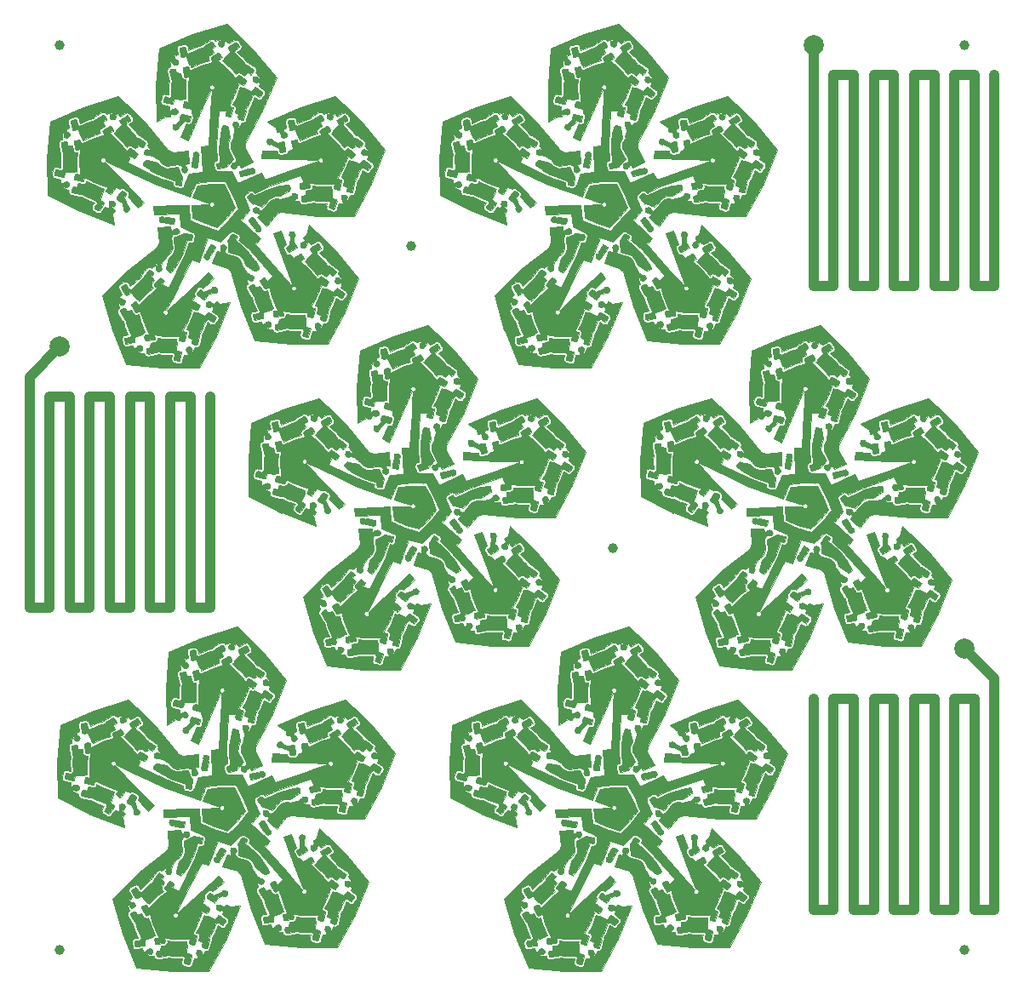
<source format=gtl>
G04 #@! TF.FileFunction,Copper,L1,Top,Signal*
%FSLAX46Y46*%
G04 Gerber Fmt 4.6, Leading zero omitted, Abs format (unit mm)*
G04 Created by KiCad (PCBNEW 4.0.5+dfsg1-4) date Mon Jul 17 17:59:51 2017*
%MOMM*%
%LPD*%
G01*
G04 APERTURE LIST*
%ADD10C,0.100000*%
%ADD11C,0.002540*%
%ADD12C,2.000000*%
%ADD13C,1.000000*%
%ADD14C,0.600000*%
%ADD15C,1.000000*%
%ADD16C,0.250000*%
G04 APERTURE END LIST*
D10*
D11*
G36*
X21658840Y-2855980D02*
X18196820Y-3938020D01*
X18196820Y-3940560D01*
X14866880Y-5378200D01*
X14559540Y-8995160D01*
X14635740Y-12622280D01*
X15512040Y-12071100D01*
X15854940Y-12149840D01*
X15928600Y-12137140D01*
X15974320Y-12076180D01*
X16017500Y-11883140D01*
X16266420Y-11839960D01*
X16345160Y-11883140D01*
X16434060Y-11900920D01*
X16522960Y-11893300D01*
X16609320Y-11857740D01*
X16680440Y-11794240D01*
X16728700Y-11712960D01*
X16749020Y-11624060D01*
X16741400Y-11532620D01*
X16703300Y-11443720D01*
X16639800Y-11370060D01*
X16561060Y-11324340D01*
X16469620Y-11304020D01*
X16378180Y-11311640D01*
X16289280Y-11349740D01*
X16235940Y-11390380D01*
X16195300Y-11443720D01*
X15905740Y-11497060D01*
X15898120Y-11085580D01*
X15306300Y-10950960D01*
X15303760Y-10953500D01*
X15217400Y-10920480D01*
X15143740Y-10867140D01*
X15087860Y-10796020D01*
X15049760Y-10714740D01*
X15031980Y-10623300D01*
X15039600Y-10531860D01*
X15042140Y-10526780D01*
X15131040Y-10138160D01*
X15174220Y-10034020D01*
X15245340Y-9950200D01*
X15336780Y-9894320D01*
X15440920Y-9866380D01*
X15552680Y-9871460D01*
X15555220Y-9871460D01*
X15875260Y-9945120D01*
X15854940Y-9035800D01*
X15852400Y-9035800D01*
X15898120Y-8497320D01*
X15862560Y-8441440D01*
X15839700Y-8377940D01*
X15834620Y-8360160D01*
X15834620Y-8342380D01*
X15705080Y-7552440D01*
X15705080Y-7549900D01*
X15702540Y-7455920D01*
X15725400Y-7369560D01*
X15768580Y-7290820D01*
X15829540Y-7224780D01*
X15905740Y-7173980D01*
X15994640Y-7146040D01*
X16014960Y-7143500D01*
X16078460Y-6391660D01*
X16205460Y-6592320D01*
X16195300Y-6683760D01*
X16210540Y-6772660D01*
X16253720Y-6851400D01*
X16319760Y-6917440D01*
X16406120Y-6960620D01*
X16497560Y-6973320D01*
X16586460Y-6958080D01*
X16670280Y-6917440D01*
X16738860Y-6848860D01*
X16782040Y-6762500D01*
X16794740Y-6671060D01*
X16779500Y-6579620D01*
X16736320Y-6498340D01*
X16670280Y-6429760D01*
X16609320Y-6396740D01*
X16543280Y-6376420D01*
X16388340Y-6132580D01*
X16764260Y-5967480D01*
X16667740Y-5370580D01*
X16665200Y-5368040D01*
X16662660Y-5274060D01*
X16685520Y-5187700D01*
X16728700Y-5106420D01*
X16789660Y-5040380D01*
X16865860Y-4992120D01*
X16954760Y-4964180D01*
X16959840Y-4964180D01*
X17356080Y-4900680D01*
X17467840Y-4900680D01*
X17569440Y-4936240D01*
X17658340Y-4997200D01*
X17721840Y-5086100D01*
X17757400Y-5190240D01*
X17759940Y-5192780D01*
X17813280Y-5515360D01*
X18648940Y-5154680D01*
X18648940Y-5152140D01*
X19162020Y-4992120D01*
X19200120Y-4938780D01*
X19250920Y-4890520D01*
X19266160Y-4880360D01*
X19281400Y-4872740D01*
X19964660Y-4453640D01*
X19964660Y-4453640D01*
X20051020Y-4415540D01*
X20142460Y-4402840D01*
X20231360Y-4413000D01*
X20315180Y-4446020D01*
X20388840Y-4499360D01*
X20449800Y-4570480D01*
X20459960Y-4588260D01*
X21178780Y-4362200D01*
X21041620Y-4555240D01*
X20952720Y-4580640D01*
X20876520Y-4628900D01*
X20820640Y-4697480D01*
X20785080Y-4783840D01*
X20777460Y-4877820D01*
X20800320Y-4969260D01*
X20848580Y-5048000D01*
X20917160Y-5108960D01*
X21006060Y-5144520D01*
X21102580Y-5152140D01*
X21191480Y-5129280D01*
X21270220Y-5081020D01*
X21331180Y-5012440D01*
X21369280Y-4923540D01*
X21376900Y-4854960D01*
X21369280Y-4786380D01*
X21536920Y-4550160D01*
X21831560Y-4837180D01*
X22347180Y-4519680D01*
X22349720Y-4517140D01*
X22433540Y-4481580D01*
X22524980Y-4466340D01*
X22613880Y-4476500D01*
X22697700Y-4509520D01*
X22773900Y-4562860D01*
X22832320Y-4633980D01*
X22834860Y-4636520D01*
X23043140Y-4979420D01*
X23086320Y-5083560D01*
X23091400Y-5192780D01*
X23066000Y-5296920D01*
X23010120Y-5390900D01*
X22926300Y-5464560D01*
X22926300Y-5467100D01*
X22646900Y-5637280D01*
X23297140Y-6274820D01*
X23299680Y-6272280D01*
X23642580Y-6688840D01*
X23706080Y-6704080D01*
X23769580Y-6734560D01*
X23784820Y-6742180D01*
X23797520Y-6754880D01*
X24442680Y-7227320D01*
X24442680Y-7229860D01*
X24511260Y-7295900D01*
X24556980Y-7374640D01*
X24579840Y-7461000D01*
X24582380Y-7549900D01*
X24562060Y-7638800D01*
X24518880Y-7722620D01*
X24506180Y-7737860D01*
X24986240Y-8319520D01*
X24755100Y-8266180D01*
X24699220Y-8192520D01*
X24625560Y-8141720D01*
X24539200Y-8113780D01*
X24447760Y-8113780D01*
X24356320Y-8141720D01*
X24282660Y-8197600D01*
X24226780Y-8271260D01*
X24196300Y-8357620D01*
X24196300Y-8454140D01*
X24226780Y-8545580D01*
X24280120Y-8621780D01*
X24353780Y-8675120D01*
X24442680Y-8705600D01*
X24539200Y-8705600D01*
X24605240Y-8687820D01*
X24663660Y-8654800D01*
X24948140Y-8720840D01*
X24793200Y-9101840D01*
X25280880Y-9462520D01*
X25283420Y-9459980D01*
X25352000Y-9526020D01*
X25397720Y-9604760D01*
X25420580Y-9691120D01*
X25423120Y-9782560D01*
X25402800Y-9871460D01*
X25359620Y-9952740D01*
X25357080Y-9955280D01*
X25118320Y-10277860D01*
X25037040Y-10356600D01*
X24940520Y-10404860D01*
X24833840Y-10420100D01*
X24724620Y-10402320D01*
X24625560Y-10354060D01*
X24623020Y-10354060D01*
X24361400Y-10158480D01*
X24015960Y-11001760D01*
X24018500Y-11001760D01*
X23761960Y-11476740D01*
X23772120Y-11542780D01*
X23769580Y-11611360D01*
X23767040Y-11629140D01*
X23761960Y-11646920D01*
X23566380Y-12421620D01*
X23563840Y-12424160D01*
X23528280Y-12510520D01*
X23474940Y-12581640D01*
X23403820Y-12637520D01*
X23320000Y-12673080D01*
X23231100Y-12688320D01*
X23137120Y-12678160D01*
X23119340Y-12673080D01*
X22761200Y-13338560D01*
X22723100Y-13104880D01*
X22771360Y-13026140D01*
X22791680Y-12937240D01*
X22784060Y-12848340D01*
X22748500Y-12761980D01*
X22687540Y-12688320D01*
X22608800Y-12640060D01*
X22519900Y-12617200D01*
X22425920Y-12622280D01*
X22337020Y-12657840D01*
X22263360Y-12718800D01*
X22215100Y-12797540D01*
X22192240Y-12886440D01*
X22199860Y-12980420D01*
X22235420Y-13069320D01*
X22276060Y-13122660D01*
X22329400Y-13165840D01*
X22395440Y-13577320D01*
X22250660Y-14151360D01*
X22245580Y-14161520D01*
X22273520Y-14242800D01*
X22001740Y-14750800D01*
X21994120Y-15263880D01*
X22540220Y-16282420D01*
X22530060Y-16358620D01*
X22578320Y-16549120D01*
X22377660Y-16701520D01*
X22283680Y-16698980D01*
X22197320Y-16721840D01*
X22121120Y-16770100D01*
X22062700Y-16841220D01*
X22027140Y-16930120D01*
X22022060Y-17024100D01*
X22044920Y-17113000D01*
X22093180Y-17191740D01*
X22166840Y-17252700D01*
X22255740Y-17288260D01*
X22347180Y-17293340D01*
X22436080Y-17270480D01*
X22514820Y-17222220D01*
X22578320Y-17148560D01*
X22606260Y-17087600D01*
X22618960Y-17019020D01*
X22845020Y-16846300D01*
X23022820Y-17176500D01*
X24193760Y-16625320D01*
X23462240Y-15263880D01*
X23472400Y-14750800D01*
X25189440Y-11555480D01*
X25189440Y-11552940D01*
X26561040Y-8195060D01*
X24252180Y-5395980D01*
X24252180Y-5398520D01*
X21658840Y-2855980D01*
X21658840Y-2855980D01*
G37*
X21658840Y-2855980D02*
X18196820Y-3938020D01*
X18196820Y-3940560D01*
X14866880Y-5378200D01*
X14559540Y-8995160D01*
X14635740Y-12622280D01*
X15512040Y-12071100D01*
X15854940Y-12149840D01*
X15928600Y-12137140D01*
X15974320Y-12076180D01*
X16017500Y-11883140D01*
X16266420Y-11839960D01*
X16345160Y-11883140D01*
X16434060Y-11900920D01*
X16522960Y-11893300D01*
X16609320Y-11857740D01*
X16680440Y-11794240D01*
X16728700Y-11712960D01*
X16749020Y-11624060D01*
X16741400Y-11532620D01*
X16703300Y-11443720D01*
X16639800Y-11370060D01*
X16561060Y-11324340D01*
X16469620Y-11304020D01*
X16378180Y-11311640D01*
X16289280Y-11349740D01*
X16235940Y-11390380D01*
X16195300Y-11443720D01*
X15905740Y-11497060D01*
X15898120Y-11085580D01*
X15306300Y-10950960D01*
X15303760Y-10953500D01*
X15217400Y-10920480D01*
X15143740Y-10867140D01*
X15087860Y-10796020D01*
X15049760Y-10714740D01*
X15031980Y-10623300D01*
X15039600Y-10531860D01*
X15042140Y-10526780D01*
X15131040Y-10138160D01*
X15174220Y-10034020D01*
X15245340Y-9950200D01*
X15336780Y-9894320D01*
X15440920Y-9866380D01*
X15552680Y-9871460D01*
X15555220Y-9871460D01*
X15875260Y-9945120D01*
X15854940Y-9035800D01*
X15852400Y-9035800D01*
X15898120Y-8497320D01*
X15862560Y-8441440D01*
X15839700Y-8377940D01*
X15834620Y-8360160D01*
X15834620Y-8342380D01*
X15705080Y-7552440D01*
X15705080Y-7549900D01*
X15702540Y-7455920D01*
X15725400Y-7369560D01*
X15768580Y-7290820D01*
X15829540Y-7224780D01*
X15905740Y-7173980D01*
X15994640Y-7146040D01*
X16014960Y-7143500D01*
X16078460Y-6391660D01*
X16205460Y-6592320D01*
X16195300Y-6683760D01*
X16210540Y-6772660D01*
X16253720Y-6851400D01*
X16319760Y-6917440D01*
X16406120Y-6960620D01*
X16497560Y-6973320D01*
X16586460Y-6958080D01*
X16670280Y-6917440D01*
X16738860Y-6848860D01*
X16782040Y-6762500D01*
X16794740Y-6671060D01*
X16779500Y-6579620D01*
X16736320Y-6498340D01*
X16670280Y-6429760D01*
X16609320Y-6396740D01*
X16543280Y-6376420D01*
X16388340Y-6132580D01*
X16764260Y-5967480D01*
X16667740Y-5370580D01*
X16665200Y-5368040D01*
X16662660Y-5274060D01*
X16685520Y-5187700D01*
X16728700Y-5106420D01*
X16789660Y-5040380D01*
X16865860Y-4992120D01*
X16954760Y-4964180D01*
X16959840Y-4964180D01*
X17356080Y-4900680D01*
X17467840Y-4900680D01*
X17569440Y-4936240D01*
X17658340Y-4997200D01*
X17721840Y-5086100D01*
X17757400Y-5190240D01*
X17759940Y-5192780D01*
X17813280Y-5515360D01*
X18648940Y-5154680D01*
X18648940Y-5152140D01*
X19162020Y-4992120D01*
X19200120Y-4938780D01*
X19250920Y-4890520D01*
X19266160Y-4880360D01*
X19281400Y-4872740D01*
X19964660Y-4453640D01*
X19964660Y-4453640D01*
X20051020Y-4415540D01*
X20142460Y-4402840D01*
X20231360Y-4413000D01*
X20315180Y-4446020D01*
X20388840Y-4499360D01*
X20449800Y-4570480D01*
X20459960Y-4588260D01*
X21178780Y-4362200D01*
X21041620Y-4555240D01*
X20952720Y-4580640D01*
X20876520Y-4628900D01*
X20820640Y-4697480D01*
X20785080Y-4783840D01*
X20777460Y-4877820D01*
X20800320Y-4969260D01*
X20848580Y-5048000D01*
X20917160Y-5108960D01*
X21006060Y-5144520D01*
X21102580Y-5152140D01*
X21191480Y-5129280D01*
X21270220Y-5081020D01*
X21331180Y-5012440D01*
X21369280Y-4923540D01*
X21376900Y-4854960D01*
X21369280Y-4786380D01*
X21536920Y-4550160D01*
X21831560Y-4837180D01*
X22347180Y-4519680D01*
X22349720Y-4517140D01*
X22433540Y-4481580D01*
X22524980Y-4466340D01*
X22613880Y-4476500D01*
X22697700Y-4509520D01*
X22773900Y-4562860D01*
X22832320Y-4633980D01*
X22834860Y-4636520D01*
X23043140Y-4979420D01*
X23086320Y-5083560D01*
X23091400Y-5192780D01*
X23066000Y-5296920D01*
X23010120Y-5390900D01*
X22926300Y-5464560D01*
X22926300Y-5467100D01*
X22646900Y-5637280D01*
X23297140Y-6274820D01*
X23299680Y-6272280D01*
X23642580Y-6688840D01*
X23706080Y-6704080D01*
X23769580Y-6734560D01*
X23784820Y-6742180D01*
X23797520Y-6754880D01*
X24442680Y-7227320D01*
X24442680Y-7229860D01*
X24511260Y-7295900D01*
X24556980Y-7374640D01*
X24579840Y-7461000D01*
X24582380Y-7549900D01*
X24562060Y-7638800D01*
X24518880Y-7722620D01*
X24506180Y-7737860D01*
X24986240Y-8319520D01*
X24755100Y-8266180D01*
X24699220Y-8192520D01*
X24625560Y-8141720D01*
X24539200Y-8113780D01*
X24447760Y-8113780D01*
X24356320Y-8141720D01*
X24282660Y-8197600D01*
X24226780Y-8271260D01*
X24196300Y-8357620D01*
X24196300Y-8454140D01*
X24226780Y-8545580D01*
X24280120Y-8621780D01*
X24353780Y-8675120D01*
X24442680Y-8705600D01*
X24539200Y-8705600D01*
X24605240Y-8687820D01*
X24663660Y-8654800D01*
X24948140Y-8720840D01*
X24793200Y-9101840D01*
X25280880Y-9462520D01*
X25283420Y-9459980D01*
X25352000Y-9526020D01*
X25397720Y-9604760D01*
X25420580Y-9691120D01*
X25423120Y-9782560D01*
X25402800Y-9871460D01*
X25359620Y-9952740D01*
X25357080Y-9955280D01*
X25118320Y-10277860D01*
X25037040Y-10356600D01*
X24940520Y-10404860D01*
X24833840Y-10420100D01*
X24724620Y-10402320D01*
X24625560Y-10354060D01*
X24623020Y-10354060D01*
X24361400Y-10158480D01*
X24015960Y-11001760D01*
X24018500Y-11001760D01*
X23761960Y-11476740D01*
X23772120Y-11542780D01*
X23769580Y-11611360D01*
X23767040Y-11629140D01*
X23761960Y-11646920D01*
X23566380Y-12421620D01*
X23563840Y-12424160D01*
X23528280Y-12510520D01*
X23474940Y-12581640D01*
X23403820Y-12637520D01*
X23320000Y-12673080D01*
X23231100Y-12688320D01*
X23137120Y-12678160D01*
X23119340Y-12673080D01*
X22761200Y-13338560D01*
X22723100Y-13104880D01*
X22771360Y-13026140D01*
X22791680Y-12937240D01*
X22784060Y-12848340D01*
X22748500Y-12761980D01*
X22687540Y-12688320D01*
X22608800Y-12640060D01*
X22519900Y-12617200D01*
X22425920Y-12622280D01*
X22337020Y-12657840D01*
X22263360Y-12718800D01*
X22215100Y-12797540D01*
X22192240Y-12886440D01*
X22199860Y-12980420D01*
X22235420Y-13069320D01*
X22276060Y-13122660D01*
X22329400Y-13165840D01*
X22395440Y-13577320D01*
X22250660Y-14151360D01*
X22245580Y-14161520D01*
X22273520Y-14242800D01*
X22001740Y-14750800D01*
X21994120Y-15263880D01*
X22540220Y-16282420D01*
X22530060Y-16358620D01*
X22578320Y-16549120D01*
X22377660Y-16701520D01*
X22283680Y-16698980D01*
X22197320Y-16721840D01*
X22121120Y-16770100D01*
X22062700Y-16841220D01*
X22027140Y-16930120D01*
X22022060Y-17024100D01*
X22044920Y-17113000D01*
X22093180Y-17191740D01*
X22166840Y-17252700D01*
X22255740Y-17288260D01*
X22347180Y-17293340D01*
X22436080Y-17270480D01*
X22514820Y-17222220D01*
X22578320Y-17148560D01*
X22606260Y-17087600D01*
X22618960Y-17019020D01*
X22845020Y-16846300D01*
X23022820Y-17176500D01*
X24193760Y-16625320D01*
X23462240Y-15263880D01*
X23472400Y-14750800D01*
X25189440Y-11555480D01*
X25189440Y-11552940D01*
X26561040Y-8195060D01*
X24252180Y-5395980D01*
X24252180Y-5398520D01*
X21658840Y-2855980D01*
G36*
X20132300Y-4656840D02*
X20096740Y-4672080D01*
X19413480Y-5088640D01*
X19372840Y-5136900D01*
X19370300Y-5197860D01*
X18737840Y-5393440D01*
X18737840Y-5395980D01*
X17782800Y-5807460D01*
X17574520Y-5649980D01*
X17508480Y-5233420D01*
X17505940Y-5223260D01*
X17462760Y-5164840D01*
X17394180Y-5152140D01*
X16997940Y-5215640D01*
X16934440Y-5256280D01*
X16916660Y-5329940D01*
X17043660Y-6119880D01*
X17084300Y-6183380D01*
X17157960Y-6201160D01*
X17554200Y-6137660D01*
X17627860Y-6191000D01*
X17897100Y-6917440D01*
X17960600Y-6960620D01*
X18016480Y-7019040D01*
X18057120Y-7085080D01*
X18079980Y-7163820D01*
X18082520Y-7166360D01*
X18087600Y-7196840D01*
X19222980Y-6706620D01*
X19222980Y-6706620D01*
X19865600Y-6505960D01*
X19842740Y-6467860D01*
X19802100Y-6371340D01*
X19791940Y-6269740D01*
X19809720Y-6170680D01*
X19857980Y-6076700D01*
X19931640Y-6000500D01*
X19944340Y-5990340D01*
X19959580Y-5982720D01*
X20287240Y-5782060D01*
X20127220Y-5355340D01*
X20409160Y-5182620D01*
X20416780Y-5177540D01*
X20454880Y-5116580D01*
X20442180Y-5045460D01*
X20233900Y-4705100D01*
X20170400Y-4659380D01*
X20132300Y-4656840D01*
X20132300Y-4656840D01*
X20132300Y-4656840D01*
G37*
X20132300Y-4656840D02*
X20096740Y-4672080D01*
X19413480Y-5088640D01*
X19372840Y-5136900D01*
X19370300Y-5197860D01*
X18737840Y-5393440D01*
X18737840Y-5395980D01*
X17782800Y-5807460D01*
X17574520Y-5649980D01*
X17508480Y-5233420D01*
X17505940Y-5223260D01*
X17462760Y-5164840D01*
X17394180Y-5152140D01*
X16997940Y-5215640D01*
X16934440Y-5256280D01*
X16916660Y-5329940D01*
X17043660Y-6119880D01*
X17084300Y-6183380D01*
X17157960Y-6201160D01*
X17554200Y-6137660D01*
X17627860Y-6191000D01*
X17897100Y-6917440D01*
X17960600Y-6960620D01*
X18016480Y-7019040D01*
X18057120Y-7085080D01*
X18079980Y-7163820D01*
X18082520Y-7166360D01*
X18087600Y-7196840D01*
X19222980Y-6706620D01*
X19222980Y-6706620D01*
X19865600Y-6505960D01*
X19842740Y-6467860D01*
X19802100Y-6371340D01*
X19791940Y-6269740D01*
X19809720Y-6170680D01*
X19857980Y-6076700D01*
X19931640Y-6000500D01*
X19944340Y-5990340D01*
X19959580Y-5982720D01*
X20287240Y-5782060D01*
X20127220Y-5355340D01*
X20409160Y-5182620D01*
X20416780Y-5177540D01*
X20454880Y-5116580D01*
X20442180Y-5045460D01*
X20233900Y-4705100D01*
X20170400Y-4659380D01*
X20132300Y-4656840D01*
X20132300Y-4656840D01*
G36*
X22517360Y-4720340D02*
X22479260Y-4735580D01*
X21798540Y-5152140D01*
X21752820Y-5215640D01*
X21762980Y-5289300D01*
X21973800Y-5632200D01*
X21948400Y-5721100D01*
X21379440Y-6244340D01*
X21364200Y-6320540D01*
X21331180Y-6391660D01*
X21285460Y-6455160D01*
X21221960Y-6505960D01*
X21221960Y-6508500D01*
X21194020Y-6526280D01*
X22077940Y-7392420D01*
X22504660Y-7910580D01*
X22530060Y-7875020D01*
X22606260Y-7801360D01*
X22695160Y-7753100D01*
X22796760Y-7732780D01*
X22898360Y-7740400D01*
X22997420Y-7781040D01*
X23012660Y-7788660D01*
X23025360Y-7798820D01*
X23332700Y-8027420D01*
X23670520Y-7717540D01*
X23934680Y-7913120D01*
X23944840Y-7920740D01*
X24013420Y-7930900D01*
X24074380Y-7892800D01*
X24313140Y-7570220D01*
X24330920Y-7496560D01*
X24330920Y-7496560D01*
X24290280Y-7430520D01*
X23645120Y-6955540D01*
X23586700Y-6937760D01*
X23530820Y-6958080D01*
X23109180Y-6445000D01*
X22491960Y-7008880D01*
X23106640Y-6445000D01*
X22364960Y-5718560D01*
X22431000Y-5467100D01*
X22791680Y-5246120D01*
X22801840Y-5241040D01*
X22839940Y-5180080D01*
X22824700Y-5108960D01*
X22616420Y-4768600D01*
X22555460Y-4722880D01*
X22555460Y-4722880D01*
X22517360Y-4720340D01*
X22517360Y-4720340D01*
X22517360Y-4720340D01*
G37*
X22517360Y-4720340D02*
X22479260Y-4735580D01*
X21798540Y-5152140D01*
X21752820Y-5215640D01*
X21762980Y-5289300D01*
X21973800Y-5632200D01*
X21948400Y-5721100D01*
X21379440Y-6244340D01*
X21364200Y-6320540D01*
X21331180Y-6391660D01*
X21285460Y-6455160D01*
X21221960Y-6505960D01*
X21221960Y-6508500D01*
X21194020Y-6526280D01*
X22077940Y-7392420D01*
X22504660Y-7910580D01*
X22530060Y-7875020D01*
X22606260Y-7801360D01*
X22695160Y-7753100D01*
X22796760Y-7732780D01*
X22898360Y-7740400D01*
X22997420Y-7781040D01*
X23012660Y-7788660D01*
X23025360Y-7798820D01*
X23332700Y-8027420D01*
X23670520Y-7717540D01*
X23934680Y-7913120D01*
X23944840Y-7920740D01*
X24013420Y-7930900D01*
X24074380Y-7892800D01*
X24313140Y-7570220D01*
X24330920Y-7496560D01*
X24330920Y-7496560D01*
X24290280Y-7430520D01*
X23645120Y-6955540D01*
X23586700Y-6937760D01*
X23530820Y-6958080D01*
X23109180Y-6445000D01*
X22491960Y-7008880D01*
X23106640Y-6445000D01*
X22364960Y-5718560D01*
X22431000Y-5467100D01*
X22791680Y-5246120D01*
X22801840Y-5241040D01*
X22839940Y-5180080D01*
X22824700Y-5108960D01*
X22616420Y-4768600D01*
X22555460Y-4722880D01*
X22555460Y-4722880D01*
X22517360Y-4720340D01*
X22517360Y-4720340D01*
G36*
X20810480Y-5764280D02*
X20810480Y-5766820D01*
X20774920Y-5779520D01*
X20091660Y-6198620D01*
X20045940Y-6259580D01*
X20058640Y-6333240D01*
X20254220Y-6653280D01*
X19314420Y-6947920D01*
X20053560Y-8939280D01*
X20053560Y-8939280D01*
X20124680Y-8924040D01*
X20198340Y-8931660D01*
X20266920Y-8957060D01*
X20322800Y-9002780D01*
X20363440Y-9063740D01*
X20386300Y-9132320D01*
X20386300Y-9205980D01*
X20363440Y-9277100D01*
X22286220Y-10183880D01*
X22870420Y-8756400D01*
X22860260Y-8743700D01*
X22867880Y-8738620D01*
X23165060Y-8959600D01*
X23172680Y-8964680D01*
X23243800Y-8977380D01*
X23304760Y-8939280D01*
X23540980Y-8616700D01*
X23561300Y-8543040D01*
X23561300Y-8543040D01*
X23520660Y-8477000D01*
X22875500Y-8002020D01*
X22801840Y-7984240D01*
X22738340Y-8024880D01*
X22514820Y-8324600D01*
X21887440Y-7565140D01*
X21887440Y-7565140D01*
X20785080Y-6488180D01*
X20769840Y-6493260D01*
X20769840Y-6483100D01*
X21087340Y-6290060D01*
X21097500Y-6284980D01*
X21133060Y-6224020D01*
X21120360Y-6152900D01*
X20912080Y-5812540D01*
X20851120Y-5766820D01*
X20851120Y-5766820D01*
X20810480Y-5764280D01*
X20810480Y-5764280D01*
X20810480Y-5764280D01*
G37*
X20810480Y-5764280D02*
X20810480Y-5766820D01*
X20774920Y-5779520D01*
X20091660Y-6198620D01*
X20045940Y-6259580D01*
X20058640Y-6333240D01*
X20254220Y-6653280D01*
X19314420Y-6947920D01*
X20053560Y-8939280D01*
X20053560Y-8939280D01*
X20124680Y-8924040D01*
X20198340Y-8931660D01*
X20266920Y-8957060D01*
X20322800Y-9002780D01*
X20363440Y-9063740D01*
X20386300Y-9132320D01*
X20386300Y-9205980D01*
X20363440Y-9277100D01*
X22286220Y-10183880D01*
X22870420Y-8756400D01*
X22860260Y-8743700D01*
X22867880Y-8738620D01*
X23165060Y-8959600D01*
X23172680Y-8964680D01*
X23243800Y-8977380D01*
X23304760Y-8939280D01*
X23540980Y-8616700D01*
X23561300Y-8543040D01*
X23561300Y-8543040D01*
X23520660Y-8477000D01*
X22875500Y-8002020D01*
X22801840Y-7984240D01*
X22738340Y-8024880D01*
X22514820Y-8324600D01*
X21887440Y-7565140D01*
X21887440Y-7565140D01*
X20785080Y-6488180D01*
X20769840Y-6493260D01*
X20769840Y-6483100D01*
X21087340Y-6290060D01*
X21097500Y-6284980D01*
X21133060Y-6224020D01*
X21120360Y-6152900D01*
X20912080Y-5812540D01*
X20851120Y-5766820D01*
X20851120Y-5766820D01*
X20810480Y-5764280D01*
X20810480Y-5764280D01*
G36*
X20053560Y-8939280D02*
X19311880Y-6947920D01*
X17897100Y-7560060D01*
X17897100Y-7575300D01*
X17889480Y-7572760D01*
X17828520Y-7207000D01*
X17828520Y-7196840D01*
X17785340Y-7138420D01*
X17714220Y-7123180D01*
X17320520Y-7189220D01*
X17254480Y-7229860D01*
X17239240Y-7303520D01*
X17366240Y-8093460D01*
X17406880Y-8156960D01*
X17480540Y-8174740D01*
X17848840Y-8116320D01*
X17765020Y-9094220D01*
X17765020Y-9096760D01*
X17765020Y-9096760D01*
X17800580Y-10636000D01*
X17813280Y-10643620D01*
X17808200Y-10648700D01*
X17447520Y-10564880D01*
X17437360Y-10564880D01*
X17366240Y-10582660D01*
X17328140Y-10641080D01*
X17239240Y-11032240D01*
X17251940Y-11105900D01*
X17312900Y-11151620D01*
X18092680Y-11329420D01*
X18102840Y-11812020D01*
X18184120Y-11883140D01*
X18240000Y-11974580D01*
X18265400Y-12076180D01*
X18260320Y-12185400D01*
X18257780Y-12185400D01*
X18168880Y-12576560D01*
X18130780Y-12675620D01*
X18067280Y-12754360D01*
X17983460Y-12815320D01*
X17886940Y-12848340D01*
X17780260Y-12850880D01*
X17762480Y-12848340D01*
X17744700Y-12843260D01*
X17653260Y-12820400D01*
X17063980Y-14148820D01*
X17762480Y-14504420D01*
X19174720Y-11339580D01*
X20038320Y-9396480D01*
X19977360Y-9358380D01*
X19929100Y-9302500D01*
X19898620Y-9233920D01*
X19891000Y-9160260D01*
X19903700Y-9091680D01*
X19936720Y-9028180D01*
X19987520Y-8974840D01*
X20053560Y-8939280D01*
X20053560Y-8939280D01*
X20053560Y-8939280D01*
G37*
X20053560Y-8939280D02*
X19311880Y-6947920D01*
X17897100Y-7560060D01*
X17897100Y-7575300D01*
X17889480Y-7572760D01*
X17828520Y-7207000D01*
X17828520Y-7196840D01*
X17785340Y-7138420D01*
X17714220Y-7123180D01*
X17320520Y-7189220D01*
X17254480Y-7229860D01*
X17239240Y-7303520D01*
X17366240Y-8093460D01*
X17406880Y-8156960D01*
X17480540Y-8174740D01*
X17848840Y-8116320D01*
X17765020Y-9094220D01*
X17765020Y-9096760D01*
X17765020Y-9096760D01*
X17800580Y-10636000D01*
X17813280Y-10643620D01*
X17808200Y-10648700D01*
X17447520Y-10564880D01*
X17437360Y-10564880D01*
X17366240Y-10582660D01*
X17328140Y-10641080D01*
X17239240Y-11032240D01*
X17251940Y-11105900D01*
X17312900Y-11151620D01*
X18092680Y-11329420D01*
X18102840Y-11812020D01*
X18184120Y-11883140D01*
X18240000Y-11974580D01*
X18265400Y-12076180D01*
X18260320Y-12185400D01*
X18257780Y-12185400D01*
X18168880Y-12576560D01*
X18130780Y-12675620D01*
X18067280Y-12754360D01*
X17983460Y-12815320D01*
X17886940Y-12848340D01*
X17780260Y-12850880D01*
X17762480Y-12848340D01*
X17744700Y-12843260D01*
X17653260Y-12820400D01*
X17063980Y-14148820D01*
X17762480Y-14504420D01*
X19174720Y-11339580D01*
X20038320Y-9396480D01*
X19977360Y-9358380D01*
X19929100Y-9302500D01*
X19898620Y-9233920D01*
X19891000Y-9160260D01*
X19903700Y-9091680D01*
X19936720Y-9028180D01*
X19987520Y-8974840D01*
X20053560Y-8939280D01*
X20053560Y-8939280D01*
G36*
X16431520Y-7334000D02*
X16037820Y-7397500D01*
X15971780Y-7438140D01*
X15954000Y-7511800D01*
X16083540Y-8301740D01*
X16114020Y-8357620D01*
X16167360Y-8383020D01*
X16111480Y-9043420D01*
X16111480Y-9043420D01*
X16111480Y-9043420D01*
X16134340Y-10077200D01*
X15905740Y-10214360D01*
X15496800Y-10120380D01*
X15489180Y-10117840D01*
X15418060Y-10135620D01*
X15379960Y-10194040D01*
X15288520Y-10585200D01*
X15301220Y-10658860D01*
X15301220Y-10661400D01*
X15362180Y-10704580D01*
X16144500Y-10882380D01*
X16218160Y-10869680D01*
X16263880Y-10808720D01*
X16352780Y-10417560D01*
X16352780Y-10412480D01*
X16423900Y-10369300D01*
X17203680Y-10394700D01*
X17206220Y-10392160D01*
X17264640Y-10354060D01*
X17351000Y-10321040D01*
X17404340Y-10313420D01*
X17427200Y-10310880D01*
X17465300Y-10313420D01*
X17500860Y-10318500D01*
X17503400Y-10315960D01*
X17536420Y-10323580D01*
X17508480Y-9089140D01*
X17508480Y-9089140D01*
X17566900Y-8418580D01*
X17523720Y-8426200D01*
X17419580Y-8426200D01*
X17320520Y-8398260D01*
X17234160Y-8342380D01*
X17168120Y-8266180D01*
X17124940Y-8167120D01*
X17119860Y-8151880D01*
X17117320Y-8134100D01*
X17056360Y-7755640D01*
X16599160Y-7740400D01*
X16548360Y-7415280D01*
X16545820Y-7405120D01*
X16502640Y-7346700D01*
X16431520Y-7331460D01*
X16431520Y-7334000D01*
X16431520Y-7334000D01*
G37*
X16431520Y-7334000D02*
X16037820Y-7397500D01*
X15971780Y-7438140D01*
X15954000Y-7511800D01*
X16083540Y-8301740D01*
X16114020Y-8357620D01*
X16167360Y-8383020D01*
X16111480Y-9043420D01*
X16111480Y-9043420D01*
X16111480Y-9043420D01*
X16134340Y-10077200D01*
X15905740Y-10214360D01*
X15496800Y-10120380D01*
X15489180Y-10117840D01*
X15418060Y-10135620D01*
X15379960Y-10194040D01*
X15288520Y-10585200D01*
X15301220Y-10658860D01*
X15301220Y-10661400D01*
X15362180Y-10704580D01*
X16144500Y-10882380D01*
X16218160Y-10869680D01*
X16263880Y-10808720D01*
X16352780Y-10417560D01*
X16352780Y-10412480D01*
X16423900Y-10369300D01*
X17203680Y-10394700D01*
X17206220Y-10392160D01*
X17264640Y-10354060D01*
X17351000Y-10321040D01*
X17404340Y-10313420D01*
X17427200Y-10310880D01*
X17465300Y-10313420D01*
X17500860Y-10318500D01*
X17503400Y-10315960D01*
X17536420Y-10323580D01*
X17508480Y-9089140D01*
X17508480Y-9089140D01*
X17566900Y-8418580D01*
X17523720Y-8426200D01*
X17419580Y-8426200D01*
X17320520Y-8398260D01*
X17234160Y-8342380D01*
X17168120Y-8266180D01*
X17124940Y-8167120D01*
X17119860Y-8151880D01*
X17117320Y-8134100D01*
X17056360Y-7755640D01*
X16599160Y-7740400D01*
X16548360Y-7415280D01*
X16545820Y-7405120D01*
X16502640Y-7346700D01*
X16431520Y-7331460D01*
X16431520Y-7334000D01*
G36*
X22987260Y-9147560D02*
X22519900Y-10293100D01*
X22519900Y-10293100D01*
X22199860Y-10884920D01*
X22243040Y-10895080D01*
X22324320Y-10928100D01*
X22395440Y-10976360D01*
X22448780Y-11042400D01*
X22453860Y-11055100D01*
X22491960Y-11144000D01*
X22504660Y-11245600D01*
X22507200Y-11291320D01*
X22502120Y-11306560D01*
X22499580Y-11324340D01*
X22405600Y-11695180D01*
X22817080Y-11888220D01*
X22735800Y-12208260D01*
X22733260Y-12218420D01*
X22748500Y-12289540D01*
X22809460Y-12330180D01*
X23195540Y-12426700D01*
X23271740Y-12416540D01*
X23274280Y-12419080D01*
X23320000Y-12358120D01*
X23515580Y-11580880D01*
X23510500Y-11519920D01*
X23469860Y-11474200D01*
X23784820Y-10890000D01*
X24178520Y-9927340D01*
X24435060Y-9894320D01*
X24775420Y-10145780D01*
X24785580Y-10153400D01*
X24854160Y-10166100D01*
X24915120Y-10125460D01*
X25151340Y-9802880D01*
X25171660Y-9729220D01*
X25171660Y-9729220D01*
X25131020Y-9663180D01*
X24485860Y-9188200D01*
X24412200Y-9170420D01*
X24348700Y-9211060D01*
X24109940Y-9533640D01*
X24018500Y-9543800D01*
X23320000Y-9216140D01*
X23243800Y-9228840D01*
X23165060Y-9226300D01*
X23088860Y-9205980D01*
X23017740Y-9167880D01*
X23015200Y-9167880D01*
X22987260Y-9147560D01*
X22987260Y-9147560D01*
G37*
X22987260Y-9147560D02*
X22519900Y-10293100D01*
X22519900Y-10293100D01*
X22199860Y-10884920D01*
X22243040Y-10895080D01*
X22324320Y-10928100D01*
X22395440Y-10976360D01*
X22448780Y-11042400D01*
X22453860Y-11055100D01*
X22491960Y-11144000D01*
X22504660Y-11245600D01*
X22507200Y-11291320D01*
X22502120Y-11306560D01*
X22499580Y-11324340D01*
X22405600Y-11695180D01*
X22817080Y-11888220D01*
X22735800Y-12208260D01*
X22733260Y-12218420D01*
X22748500Y-12289540D01*
X22809460Y-12330180D01*
X23195540Y-12426700D01*
X23271740Y-12416540D01*
X23274280Y-12419080D01*
X23320000Y-12358120D01*
X23515580Y-11580880D01*
X23510500Y-11519920D01*
X23469860Y-11474200D01*
X23784820Y-10890000D01*
X24178520Y-9927340D01*
X24435060Y-9894320D01*
X24775420Y-10145780D01*
X24785580Y-10153400D01*
X24854160Y-10166100D01*
X24915120Y-10125460D01*
X25151340Y-9802880D01*
X25171660Y-9729220D01*
X25171660Y-9729220D01*
X25131020Y-9663180D01*
X24485860Y-9188200D01*
X24412200Y-9170420D01*
X24348700Y-9211060D01*
X24109940Y-9533640D01*
X24018500Y-9543800D01*
X23320000Y-9216140D01*
X23243800Y-9228840D01*
X23165060Y-9226300D01*
X23088860Y-9205980D01*
X23017740Y-9167880D01*
X23015200Y-9167880D01*
X22987260Y-9147560D01*
G36*
X20363440Y-9279640D02*
X20322800Y-9340600D01*
X20266920Y-9386320D01*
X20198340Y-9414260D01*
X20124680Y-9421880D01*
X20063720Y-10592820D01*
X20012920Y-11542780D01*
X19830040Y-15004800D01*
X19830040Y-15004800D01*
X19047720Y-15088620D01*
X19184880Y-17641320D01*
X17843760Y-17783560D01*
X17356080Y-18977360D01*
X17343380Y-19007840D01*
X17333220Y-19033240D01*
X17330680Y-19030700D01*
X17267180Y-19114520D01*
X17183360Y-19178020D01*
X17081760Y-19216120D01*
X16972540Y-19218660D01*
X16972540Y-19216120D01*
X16576300Y-19160240D01*
X16474700Y-19129760D01*
X16388340Y-19071340D01*
X16322300Y-18995140D01*
X16281660Y-18901160D01*
X16268960Y-18794480D01*
X16271500Y-18776700D01*
X16274040Y-18758920D01*
X16286740Y-18667480D01*
X14917680Y-18189960D01*
X14917680Y-18189960D01*
X11783320Y-16711680D01*
X12067800Y-16010640D01*
X12057640Y-15997940D01*
X12062720Y-15995400D01*
X12362440Y-16216380D01*
X12372600Y-16221460D01*
X12443720Y-16234160D01*
X12502140Y-16196060D01*
X12740900Y-15873480D01*
X12758680Y-15799820D01*
X12718040Y-15733780D01*
X12072880Y-15258800D01*
X11999220Y-15241020D01*
X11935720Y-15279120D01*
X11712200Y-15581380D01*
X11087360Y-14819380D01*
X9985000Y-13739880D01*
X9969760Y-13744960D01*
X9969760Y-13737340D01*
X10287260Y-13544300D01*
X10294880Y-13539220D01*
X10332980Y-13478260D01*
X10320280Y-13407140D01*
X10109460Y-13066780D01*
X10048500Y-13021060D01*
X9974840Y-13033760D01*
X9291580Y-13450320D01*
X9245860Y-13511280D01*
X9256020Y-13587480D01*
X9451600Y-13907520D01*
X8511800Y-14199620D01*
X8511800Y-14199620D01*
X7097020Y-14811760D01*
X7094480Y-14827000D01*
X7086860Y-14824460D01*
X7028440Y-14458700D01*
X7028440Y-14448540D01*
X6985260Y-14390120D01*
X6914140Y-14377420D01*
X6517900Y-14440920D01*
X6454400Y-14481560D01*
X6436620Y-14555220D01*
X6566160Y-15345160D01*
X6606800Y-15411200D01*
X6680460Y-15426440D01*
X7048760Y-15368020D01*
X6964940Y-16348460D01*
X6997960Y-17890240D01*
X7010660Y-17897860D01*
X7005580Y-17902940D01*
X6644900Y-17819120D01*
X6634740Y-17816580D01*
X6563620Y-17834360D01*
X6525520Y-17892780D01*
X6434080Y-18283940D01*
X6446780Y-18357600D01*
X6446780Y-18362680D01*
X6510280Y-18405860D01*
X7290060Y-18586200D01*
X7363720Y-18573500D01*
X7409440Y-18510000D01*
X7493260Y-18146780D01*
X8367020Y-18593820D01*
X8369560Y-18593820D01*
X9809740Y-19145000D01*
X9819900Y-19134840D01*
X9822440Y-19142460D01*
X9609080Y-19444720D01*
X9604000Y-19454880D01*
X9593840Y-19526000D01*
X9634480Y-19584420D01*
X9962140Y-19815560D01*
X10035800Y-19830800D01*
X10099300Y-19790160D01*
X10561580Y-19134840D01*
X11011160Y-19310100D01*
X11107680Y-19261840D01*
X11211820Y-19244060D01*
X11318500Y-19256760D01*
X11417560Y-19305020D01*
X11417560Y-19307560D01*
X11745220Y-19538700D01*
X11821420Y-19609820D01*
X11872220Y-19698720D01*
X11895080Y-19797780D01*
X11887460Y-19901920D01*
X11851900Y-20000980D01*
X11841740Y-20016220D01*
X11831580Y-20031460D01*
X11778240Y-20107660D01*
X12781540Y-21156680D01*
X13375900Y-20643600D01*
X10978140Y-18139160D01*
X9507480Y-16605000D01*
X9446520Y-16648180D01*
X9377940Y-16671040D01*
X9304280Y-16671040D01*
X9235700Y-16653260D01*
X9174740Y-16612620D01*
X9126480Y-16559280D01*
X9098540Y-16490700D01*
X9090920Y-16417040D01*
X9090920Y-16417040D01*
X9103620Y-16345920D01*
X9136640Y-16279880D01*
X9187440Y-16229080D01*
X9250940Y-16193520D01*
X9322060Y-16178280D01*
X9395720Y-16183360D01*
X9464300Y-16211300D01*
X9520180Y-16257020D01*
X9520180Y-16259560D01*
X9560820Y-16317980D01*
X9583680Y-16389100D01*
X9583680Y-16462760D01*
X9560820Y-16533880D01*
X10622540Y-17034260D01*
X11483600Y-17440660D01*
X14620500Y-18918940D01*
X17036040Y-19759680D01*
X17975840Y-20087340D01*
X17975840Y-20087340D01*
X18367000Y-19132300D01*
X18407640Y-19066260D01*
X18412720Y-19018000D01*
X18537180Y-18710660D01*
X20018000Y-18553180D01*
X20018000Y-18553180D01*
X21049240Y-18553180D01*
X21125440Y-18565880D01*
X21173700Y-18553180D01*
X21503900Y-18553180D01*
X22207480Y-19863820D01*
X22598640Y-20818860D01*
X22616420Y-20892520D01*
X22646900Y-20933160D01*
X22771360Y-21240500D01*
X21823940Y-22386040D01*
X21823940Y-22386040D01*
X21087340Y-23109940D01*
X21023840Y-23155660D01*
X20998440Y-23196300D01*
X20762220Y-23427440D01*
X19342360Y-22988020D01*
X19342360Y-22988020D01*
X18394940Y-22579080D01*
X18331440Y-22538440D01*
X18280640Y-22528280D01*
X17978380Y-22398740D01*
X17848840Y-20915380D01*
X17605000Y-20925540D01*
X16855700Y-20948400D01*
X14300460Y-21034760D01*
X14366500Y-21817080D01*
X16921740Y-21733260D01*
X17038580Y-23074380D01*
X18222220Y-23584920D01*
X18252700Y-23597620D01*
X18275560Y-23607780D01*
X18275560Y-23612860D01*
X18359380Y-23676360D01*
X18420340Y-23762720D01*
X18455900Y-23864320D01*
X18455900Y-23973540D01*
X18453360Y-23976080D01*
X18389860Y-24372320D01*
X18356840Y-24471380D01*
X18300960Y-24555200D01*
X18219680Y-24621240D01*
X18125700Y-24659340D01*
X18019020Y-24669500D01*
X18001240Y-24669500D01*
X17983460Y-24666960D01*
X17892020Y-24651720D01*
X17389100Y-26010620D01*
X15847320Y-29117040D01*
X15151360Y-28817320D01*
X15138660Y-28827480D01*
X15138660Y-28819860D01*
X15364720Y-28525220D01*
X15369800Y-28517600D01*
X15382500Y-28446480D01*
X15344400Y-28385520D01*
X15026900Y-28141680D01*
X14953240Y-28123900D01*
X14887200Y-28162000D01*
X14399520Y-28797000D01*
X14381740Y-28870660D01*
X14419840Y-28936700D01*
X14714480Y-29162760D01*
X13942320Y-29774900D01*
X12842500Y-30854400D01*
X12845040Y-30872180D01*
X12837420Y-30872180D01*
X12649460Y-30549600D01*
X12646920Y-30541980D01*
X12585960Y-30503880D01*
X12514840Y-30514040D01*
X12169400Y-30717240D01*
X12123680Y-30778200D01*
X12123680Y-30778200D01*
X12133840Y-30851860D01*
X12537700Y-31542740D01*
X12598660Y-31591000D01*
X12672320Y-31580840D01*
X12997440Y-31390340D01*
X13271760Y-32337760D01*
X13271760Y-32337760D01*
X13855960Y-33765240D01*
X13871200Y-33767780D01*
X13868660Y-33775400D01*
X13500360Y-33826200D01*
X13492740Y-33826200D01*
X13431780Y-33869380D01*
X13416540Y-33937960D01*
X13472420Y-34334200D01*
X13513060Y-34400240D01*
X13586720Y-34418020D01*
X14379200Y-34306260D01*
X14445240Y-34265620D01*
X14463020Y-34194500D01*
X14409680Y-33823660D01*
X15390120Y-33925260D01*
X16931900Y-33922720D01*
X16942060Y-33910020D01*
X16947140Y-33915100D01*
X16855700Y-34275780D01*
X16853160Y-34283400D01*
X16868400Y-34354520D01*
X16926820Y-34395160D01*
X17315440Y-34494220D01*
X17391640Y-34481520D01*
X17437360Y-34420560D01*
X17632940Y-33643320D01*
X17620240Y-33569660D01*
X17559280Y-33523940D01*
X17196060Y-33432500D01*
X17660880Y-32566360D01*
X18242540Y-31136340D01*
X18232380Y-31123640D01*
X18237460Y-31121100D01*
X18537180Y-31342080D01*
X18547340Y-31347160D01*
X18615920Y-31359860D01*
X18676880Y-31319220D01*
X18915640Y-30996640D01*
X18930880Y-30922980D01*
X18892780Y-30856940D01*
X18247620Y-30384500D01*
X18430500Y-29937460D01*
X18384780Y-29840940D01*
X18367000Y-29734260D01*
X18382240Y-29630120D01*
X18433040Y-29533600D01*
X18435580Y-29533600D01*
X18671800Y-29208480D01*
X18745460Y-29134820D01*
X18836900Y-29086560D01*
X18935960Y-29063700D01*
X19037560Y-29071320D01*
X19136620Y-29111960D01*
X19151860Y-29122120D01*
X19167100Y-29134820D01*
X19243300Y-29188160D01*
X20310100Y-28205180D01*
X19809720Y-27600660D01*
X17259560Y-29950160D01*
X15694920Y-31390340D01*
X15735560Y-31451300D01*
X15758420Y-31519880D01*
X15758420Y-31593540D01*
X15738100Y-31664660D01*
X15697460Y-31723080D01*
X15641580Y-31768800D01*
X15573000Y-31796740D01*
X15501880Y-31801820D01*
X15499340Y-31801820D01*
X15428220Y-31789120D01*
X15364720Y-31753560D01*
X15311380Y-31700220D01*
X15278360Y-31636720D01*
X15265660Y-31565600D01*
X15273280Y-31494480D01*
X15301220Y-31425900D01*
X15349480Y-31370020D01*
X15410440Y-31329380D01*
X15481560Y-31309060D01*
X15555220Y-31311600D01*
X15623800Y-31334460D01*
X16147040Y-30282900D01*
X16568680Y-29429460D01*
X18110460Y-26323040D01*
X18859760Y-26556720D01*
X19748760Y-24158960D01*
X21034000Y-24557740D01*
X21953480Y-23656040D01*
X21978880Y-23633180D01*
X21996660Y-23615400D01*
X21999200Y-23617940D01*
X22090640Y-23564600D01*
X22194780Y-23539200D01*
X22298920Y-23546820D01*
X22400520Y-23587460D01*
X22403060Y-23590000D01*
X22743420Y-23798280D01*
X22824700Y-23866860D01*
X22880580Y-23950680D01*
X22911060Y-24049740D01*
X22911060Y-24151340D01*
X22880580Y-24252940D01*
X22872960Y-24270720D01*
X22862800Y-24285960D01*
X22812000Y-24364700D01*
X23881340Y-25345140D01*
X26174960Y-27946100D01*
X25633940Y-28476960D01*
X25639020Y-28492200D01*
X25631400Y-28492200D01*
X25445980Y-28172160D01*
X25440900Y-28162000D01*
X25379940Y-28123900D01*
X25308820Y-28134060D01*
X24963380Y-28337260D01*
X24917660Y-28398220D01*
X24927820Y-28474420D01*
X25331680Y-29165300D01*
X25392640Y-29211020D01*
X25468840Y-29200860D01*
X25788880Y-29012900D01*
X26065740Y-29957780D01*
X26065740Y-29957780D01*
X26647400Y-31382720D01*
X26665180Y-31385260D01*
X26660100Y-31392880D01*
X26294340Y-31443680D01*
X26284180Y-31443680D01*
X26225760Y-31484320D01*
X26210520Y-31555440D01*
X26266400Y-31951680D01*
X26304500Y-32017720D01*
X26378160Y-32035500D01*
X27170640Y-31923740D01*
X27236680Y-31885640D01*
X27254460Y-31811980D01*
X27203660Y-31441140D01*
X28181560Y-31545280D01*
X29723340Y-31542740D01*
X29730960Y-31527500D01*
X29738580Y-31532580D01*
X29647140Y-31893260D01*
X29644600Y-31903420D01*
X29659840Y-31972000D01*
X29718260Y-32015180D01*
X30106880Y-32111700D01*
X30183080Y-32099000D01*
X30228800Y-32038040D01*
X30421840Y-31260800D01*
X30411680Y-31187140D01*
X30350720Y-31141420D01*
X29987500Y-31049980D01*
X30454860Y-30181300D01*
X30454860Y-30181300D01*
X31036520Y-28753820D01*
X31026360Y-28741120D01*
X31033980Y-28736040D01*
X31331160Y-28957020D01*
X31338780Y-28962100D01*
X31409900Y-28974800D01*
X31470860Y-28934160D01*
X31707080Y-28611580D01*
X31727400Y-28537920D01*
X31686760Y-28474420D01*
X31041600Y-27999440D01*
X30967940Y-27981660D01*
X30901900Y-28022300D01*
X30680920Y-28322020D01*
X30056080Y-27565100D01*
X30053540Y-27562560D01*
X30053540Y-27562560D01*
X28951180Y-26485600D01*
X28935940Y-26490680D01*
X28935940Y-26483060D01*
X29253440Y-26290020D01*
X29261060Y-26284940D01*
X29299160Y-26223980D01*
X29286460Y-26152860D01*
X29075640Y-25812500D01*
X29014680Y-25766780D01*
X28938480Y-25779480D01*
X28257760Y-26198580D01*
X27912320Y-25860760D01*
X27805640Y-25865840D01*
X27701500Y-25840440D01*
X27610060Y-25787100D01*
X27538940Y-25703280D01*
X27538940Y-25700740D01*
X27328120Y-25360380D01*
X27287480Y-25263860D01*
X27277320Y-25162260D01*
X27295100Y-25060660D01*
X27340820Y-24969220D01*
X27414480Y-24893020D01*
X27429720Y-24882860D01*
X27444960Y-24872700D01*
X27526240Y-24824440D01*
X27018240Y-23463000D01*
X26268940Y-23699220D01*
X27477980Y-26947880D01*
X28222200Y-28939240D01*
X28293320Y-28924000D01*
X28366980Y-28931620D01*
X28435560Y-28959560D01*
X28491440Y-29005280D01*
X28529540Y-29063700D01*
X28552400Y-29132280D01*
X28552400Y-29205940D01*
X28529540Y-29277060D01*
X28488900Y-29338020D01*
X28433020Y-29383740D01*
X28364440Y-29411680D01*
X28290780Y-29419300D01*
X28222200Y-29404060D01*
X28158700Y-29371040D01*
X28105360Y-29317700D01*
X28072340Y-29251660D01*
X28069800Y-29251660D01*
X28059640Y-29183080D01*
X28067260Y-29114500D01*
X28095200Y-29045920D01*
X28143460Y-28990040D01*
X27366220Y-28111200D01*
X26736300Y-27397460D01*
X24442680Y-24796500D01*
X24442680Y-24796500D01*
X24943060Y-24191980D01*
X23058380Y-22462240D01*
X23916900Y-21420840D01*
X23429220Y-20229580D01*
X23416520Y-20199100D01*
X23406360Y-20173700D01*
X23408900Y-20173700D01*
X23393660Y-20069560D01*
X23408900Y-19962880D01*
X23457160Y-19868900D01*
X23533360Y-19790160D01*
X23535900Y-19790160D01*
X23858480Y-19551400D01*
X23949920Y-19503140D01*
X24051520Y-19482820D01*
X24153120Y-19492980D01*
X24247100Y-19531080D01*
X24330920Y-19597120D01*
X24341080Y-19612360D01*
X24351240Y-19627600D01*
X24407120Y-19701260D01*
X25720300Y-19084040D01*
X28994360Y-17943580D01*
X29281380Y-18644620D01*
X29296620Y-18647160D01*
X29294080Y-18654780D01*
X28925780Y-18705580D01*
X28915620Y-18705580D01*
X28857200Y-18748760D01*
X28841960Y-18817340D01*
X28897840Y-19213580D01*
X28935940Y-19279620D01*
X29009600Y-19299940D01*
X29802080Y-19185640D01*
X29868120Y-19147540D01*
X29888440Y-19073880D01*
X29835100Y-18703040D01*
X30815540Y-18807180D01*
X32357320Y-18807180D01*
X32364940Y-18794480D01*
X32370020Y-18799560D01*
X32281120Y-19160240D01*
X32278580Y-19167860D01*
X32293820Y-19238980D01*
X32352240Y-19279620D01*
X32740860Y-19376140D01*
X32814520Y-19365980D01*
X32860240Y-19305020D01*
X33055820Y-18527780D01*
X33045660Y-18454120D01*
X32984700Y-18408400D01*
X32621480Y-18316960D01*
X33088840Y-17448280D01*
X33088840Y-17448280D01*
X33670500Y-16020800D01*
X33660340Y-16008100D01*
X33667960Y-16005560D01*
X33967680Y-16224000D01*
X33972760Y-16229080D01*
X34043880Y-16241780D01*
X34104840Y-16203680D01*
X34341060Y-15881100D01*
X34361380Y-15807440D01*
X34320740Y-15741400D01*
X33675580Y-15266420D01*
X33601920Y-15248640D01*
X33535880Y-15289280D01*
X33314900Y-15589000D01*
X32687520Y-14829540D01*
X32687520Y-14829540D01*
X31585160Y-13750040D01*
X31569920Y-13755120D01*
X31569920Y-13747500D01*
X31887420Y-13554460D01*
X31895040Y-13549380D01*
X31933140Y-13488420D01*
X31917900Y-13417300D01*
X31709620Y-13076940D01*
X31648660Y-13031220D01*
X31610560Y-13031220D01*
X31572460Y-13043920D01*
X30889200Y-13460480D01*
X30846020Y-13523980D01*
X30858720Y-13597640D01*
X31051760Y-13917680D01*
X30114500Y-14209780D01*
X30114500Y-14209780D01*
X28699720Y-14824460D01*
X28699720Y-14839700D01*
X28692100Y-14837160D01*
X28631140Y-14471400D01*
X28628600Y-14461240D01*
X28587960Y-14402820D01*
X28516840Y-14387580D01*
X28120600Y-14453620D01*
X28057100Y-14494260D01*
X28039320Y-14567920D01*
X28168860Y-15357860D01*
X27724360Y-15548360D01*
X27691340Y-15649960D01*
X27627840Y-15736320D01*
X27544020Y-15799820D01*
X27439880Y-15835380D01*
X27437340Y-15832840D01*
X27043640Y-15898880D01*
X26936960Y-15901420D01*
X26837900Y-15873480D01*
X26751540Y-15817600D01*
X26685500Y-15738860D01*
X26642320Y-15642340D01*
X26637240Y-15624560D01*
X26637240Y-15606780D01*
X26619460Y-15515340D01*
X25169120Y-15469620D01*
X25103080Y-16251940D01*
X28570180Y-16361160D01*
X30693620Y-16427200D01*
X30706320Y-16353540D01*
X30741880Y-16290040D01*
X30792680Y-16236700D01*
X30856180Y-16201140D01*
X30927300Y-16188440D01*
X30998420Y-16193520D01*
X31064460Y-16221460D01*
X31122880Y-16267180D01*
X31122880Y-16269720D01*
X31163520Y-16328140D01*
X31186380Y-16399260D01*
X31186380Y-16472920D01*
X31163520Y-16544040D01*
X31125420Y-16602460D01*
X31069540Y-16648180D01*
X31000960Y-16676120D01*
X30927300Y-16683740D01*
X30927300Y-16683740D01*
X30856180Y-16668500D01*
X30790140Y-16632940D01*
X30739340Y-16582140D01*
X30706320Y-16516100D01*
X29596340Y-16902180D01*
X28697180Y-17214600D01*
X25423120Y-18355060D01*
X25049740Y-17664180D01*
X22738340Y-18753840D01*
X22098260Y-17567660D01*
X20810480Y-17567660D01*
X20777460Y-17567660D01*
X20749520Y-17567660D01*
X20752060Y-17562580D01*
X20647920Y-17537180D01*
X20556480Y-17483840D01*
X20485360Y-17402560D01*
X20442180Y-17303500D01*
X20442180Y-17300960D01*
X20345660Y-16912340D01*
X20335500Y-16808200D01*
X20355820Y-16706600D01*
X20401540Y-16615160D01*
X20472660Y-16541500D01*
X20566640Y-16490700D01*
X20584420Y-16485620D01*
X20602200Y-16483080D01*
X20693640Y-16460220D01*
X20614900Y-15009880D01*
X20614900Y-15009880D01*
X20797780Y-11547860D01*
X21554700Y-11547860D01*
X21564860Y-11532620D01*
X21567400Y-11540240D01*
X21478500Y-11900920D01*
X21475960Y-11911080D01*
X21491200Y-11979660D01*
X21549620Y-12020300D01*
X21938240Y-12119360D01*
X22014440Y-12106660D01*
X22060160Y-12045700D01*
X22255740Y-11268460D01*
X22243040Y-11192260D01*
X22182080Y-11146540D01*
X21818860Y-11057640D01*
X22286220Y-10188960D01*
X20363440Y-9279640D01*
X20363440Y-9279640D01*
G37*
X20363440Y-9279640D02*
X20322800Y-9340600D01*
X20266920Y-9386320D01*
X20198340Y-9414260D01*
X20124680Y-9421880D01*
X20063720Y-10592820D01*
X20012920Y-11542780D01*
X19830040Y-15004800D01*
X19830040Y-15004800D01*
X19047720Y-15088620D01*
X19184880Y-17641320D01*
X17843760Y-17783560D01*
X17356080Y-18977360D01*
X17343380Y-19007840D01*
X17333220Y-19033240D01*
X17330680Y-19030700D01*
X17267180Y-19114520D01*
X17183360Y-19178020D01*
X17081760Y-19216120D01*
X16972540Y-19218660D01*
X16972540Y-19216120D01*
X16576300Y-19160240D01*
X16474700Y-19129760D01*
X16388340Y-19071340D01*
X16322300Y-18995140D01*
X16281660Y-18901160D01*
X16268960Y-18794480D01*
X16271500Y-18776700D01*
X16274040Y-18758920D01*
X16286740Y-18667480D01*
X14917680Y-18189960D01*
X14917680Y-18189960D01*
X11783320Y-16711680D01*
X12067800Y-16010640D01*
X12057640Y-15997940D01*
X12062720Y-15995400D01*
X12362440Y-16216380D01*
X12372600Y-16221460D01*
X12443720Y-16234160D01*
X12502140Y-16196060D01*
X12740900Y-15873480D01*
X12758680Y-15799820D01*
X12718040Y-15733780D01*
X12072880Y-15258800D01*
X11999220Y-15241020D01*
X11935720Y-15279120D01*
X11712200Y-15581380D01*
X11087360Y-14819380D01*
X9985000Y-13739880D01*
X9969760Y-13744960D01*
X9969760Y-13737340D01*
X10287260Y-13544300D01*
X10294880Y-13539220D01*
X10332980Y-13478260D01*
X10320280Y-13407140D01*
X10109460Y-13066780D01*
X10048500Y-13021060D01*
X9974840Y-13033760D01*
X9291580Y-13450320D01*
X9245860Y-13511280D01*
X9256020Y-13587480D01*
X9451600Y-13907520D01*
X8511800Y-14199620D01*
X8511800Y-14199620D01*
X7097020Y-14811760D01*
X7094480Y-14827000D01*
X7086860Y-14824460D01*
X7028440Y-14458700D01*
X7028440Y-14448540D01*
X6985260Y-14390120D01*
X6914140Y-14377420D01*
X6517900Y-14440920D01*
X6454400Y-14481560D01*
X6436620Y-14555220D01*
X6566160Y-15345160D01*
X6606800Y-15411200D01*
X6680460Y-15426440D01*
X7048760Y-15368020D01*
X6964940Y-16348460D01*
X6997960Y-17890240D01*
X7010660Y-17897860D01*
X7005580Y-17902940D01*
X6644900Y-17819120D01*
X6634740Y-17816580D01*
X6563620Y-17834360D01*
X6525520Y-17892780D01*
X6434080Y-18283940D01*
X6446780Y-18357600D01*
X6446780Y-18362680D01*
X6510280Y-18405860D01*
X7290060Y-18586200D01*
X7363720Y-18573500D01*
X7409440Y-18510000D01*
X7493260Y-18146780D01*
X8367020Y-18593820D01*
X8369560Y-18593820D01*
X9809740Y-19145000D01*
X9819900Y-19134840D01*
X9822440Y-19142460D01*
X9609080Y-19444720D01*
X9604000Y-19454880D01*
X9593840Y-19526000D01*
X9634480Y-19584420D01*
X9962140Y-19815560D01*
X10035800Y-19830800D01*
X10099300Y-19790160D01*
X10561580Y-19134840D01*
X11011160Y-19310100D01*
X11107680Y-19261840D01*
X11211820Y-19244060D01*
X11318500Y-19256760D01*
X11417560Y-19305020D01*
X11417560Y-19307560D01*
X11745220Y-19538700D01*
X11821420Y-19609820D01*
X11872220Y-19698720D01*
X11895080Y-19797780D01*
X11887460Y-19901920D01*
X11851900Y-20000980D01*
X11841740Y-20016220D01*
X11831580Y-20031460D01*
X11778240Y-20107660D01*
X12781540Y-21156680D01*
X13375900Y-20643600D01*
X10978140Y-18139160D01*
X9507480Y-16605000D01*
X9446520Y-16648180D01*
X9377940Y-16671040D01*
X9304280Y-16671040D01*
X9235700Y-16653260D01*
X9174740Y-16612620D01*
X9126480Y-16559280D01*
X9098540Y-16490700D01*
X9090920Y-16417040D01*
X9090920Y-16417040D01*
X9103620Y-16345920D01*
X9136640Y-16279880D01*
X9187440Y-16229080D01*
X9250940Y-16193520D01*
X9322060Y-16178280D01*
X9395720Y-16183360D01*
X9464300Y-16211300D01*
X9520180Y-16257020D01*
X9520180Y-16259560D01*
X9560820Y-16317980D01*
X9583680Y-16389100D01*
X9583680Y-16462760D01*
X9560820Y-16533880D01*
X10622540Y-17034260D01*
X11483600Y-17440660D01*
X14620500Y-18918940D01*
X17036040Y-19759680D01*
X17975840Y-20087340D01*
X17975840Y-20087340D01*
X18367000Y-19132300D01*
X18407640Y-19066260D01*
X18412720Y-19018000D01*
X18537180Y-18710660D01*
X20018000Y-18553180D01*
X20018000Y-18553180D01*
X21049240Y-18553180D01*
X21125440Y-18565880D01*
X21173700Y-18553180D01*
X21503900Y-18553180D01*
X22207480Y-19863820D01*
X22598640Y-20818860D01*
X22616420Y-20892520D01*
X22646900Y-20933160D01*
X22771360Y-21240500D01*
X21823940Y-22386040D01*
X21823940Y-22386040D01*
X21087340Y-23109940D01*
X21023840Y-23155660D01*
X20998440Y-23196300D01*
X20762220Y-23427440D01*
X19342360Y-22988020D01*
X19342360Y-22988020D01*
X18394940Y-22579080D01*
X18331440Y-22538440D01*
X18280640Y-22528280D01*
X17978380Y-22398740D01*
X17848840Y-20915380D01*
X17605000Y-20925540D01*
X16855700Y-20948400D01*
X14300460Y-21034760D01*
X14366500Y-21817080D01*
X16921740Y-21733260D01*
X17038580Y-23074380D01*
X18222220Y-23584920D01*
X18252700Y-23597620D01*
X18275560Y-23607780D01*
X18275560Y-23612860D01*
X18359380Y-23676360D01*
X18420340Y-23762720D01*
X18455900Y-23864320D01*
X18455900Y-23973540D01*
X18453360Y-23976080D01*
X18389860Y-24372320D01*
X18356840Y-24471380D01*
X18300960Y-24555200D01*
X18219680Y-24621240D01*
X18125700Y-24659340D01*
X18019020Y-24669500D01*
X18001240Y-24669500D01*
X17983460Y-24666960D01*
X17892020Y-24651720D01*
X17389100Y-26010620D01*
X15847320Y-29117040D01*
X15151360Y-28817320D01*
X15138660Y-28827480D01*
X15138660Y-28819860D01*
X15364720Y-28525220D01*
X15369800Y-28517600D01*
X15382500Y-28446480D01*
X15344400Y-28385520D01*
X15026900Y-28141680D01*
X14953240Y-28123900D01*
X14887200Y-28162000D01*
X14399520Y-28797000D01*
X14381740Y-28870660D01*
X14419840Y-28936700D01*
X14714480Y-29162760D01*
X13942320Y-29774900D01*
X12842500Y-30854400D01*
X12845040Y-30872180D01*
X12837420Y-30872180D01*
X12649460Y-30549600D01*
X12646920Y-30541980D01*
X12585960Y-30503880D01*
X12514840Y-30514040D01*
X12169400Y-30717240D01*
X12123680Y-30778200D01*
X12123680Y-30778200D01*
X12133840Y-30851860D01*
X12537700Y-31542740D01*
X12598660Y-31591000D01*
X12672320Y-31580840D01*
X12997440Y-31390340D01*
X13271760Y-32337760D01*
X13271760Y-32337760D01*
X13855960Y-33765240D01*
X13871200Y-33767780D01*
X13868660Y-33775400D01*
X13500360Y-33826200D01*
X13492740Y-33826200D01*
X13431780Y-33869380D01*
X13416540Y-33937960D01*
X13472420Y-34334200D01*
X13513060Y-34400240D01*
X13586720Y-34418020D01*
X14379200Y-34306260D01*
X14445240Y-34265620D01*
X14463020Y-34194500D01*
X14409680Y-33823660D01*
X15390120Y-33925260D01*
X16931900Y-33922720D01*
X16942060Y-33910020D01*
X16947140Y-33915100D01*
X16855700Y-34275780D01*
X16853160Y-34283400D01*
X16868400Y-34354520D01*
X16926820Y-34395160D01*
X17315440Y-34494220D01*
X17391640Y-34481520D01*
X17437360Y-34420560D01*
X17632940Y-33643320D01*
X17620240Y-33569660D01*
X17559280Y-33523940D01*
X17196060Y-33432500D01*
X17660880Y-32566360D01*
X18242540Y-31136340D01*
X18232380Y-31123640D01*
X18237460Y-31121100D01*
X18537180Y-31342080D01*
X18547340Y-31347160D01*
X18615920Y-31359860D01*
X18676880Y-31319220D01*
X18915640Y-30996640D01*
X18930880Y-30922980D01*
X18892780Y-30856940D01*
X18247620Y-30384500D01*
X18430500Y-29937460D01*
X18384780Y-29840940D01*
X18367000Y-29734260D01*
X18382240Y-29630120D01*
X18433040Y-29533600D01*
X18435580Y-29533600D01*
X18671800Y-29208480D01*
X18745460Y-29134820D01*
X18836900Y-29086560D01*
X18935960Y-29063700D01*
X19037560Y-29071320D01*
X19136620Y-29111960D01*
X19151860Y-29122120D01*
X19167100Y-29134820D01*
X19243300Y-29188160D01*
X20310100Y-28205180D01*
X19809720Y-27600660D01*
X17259560Y-29950160D01*
X15694920Y-31390340D01*
X15735560Y-31451300D01*
X15758420Y-31519880D01*
X15758420Y-31593540D01*
X15738100Y-31664660D01*
X15697460Y-31723080D01*
X15641580Y-31768800D01*
X15573000Y-31796740D01*
X15501880Y-31801820D01*
X15499340Y-31801820D01*
X15428220Y-31789120D01*
X15364720Y-31753560D01*
X15311380Y-31700220D01*
X15278360Y-31636720D01*
X15265660Y-31565600D01*
X15273280Y-31494480D01*
X15301220Y-31425900D01*
X15349480Y-31370020D01*
X15410440Y-31329380D01*
X15481560Y-31309060D01*
X15555220Y-31311600D01*
X15623800Y-31334460D01*
X16147040Y-30282900D01*
X16568680Y-29429460D01*
X18110460Y-26323040D01*
X18859760Y-26556720D01*
X19748760Y-24158960D01*
X21034000Y-24557740D01*
X21953480Y-23656040D01*
X21978880Y-23633180D01*
X21996660Y-23615400D01*
X21999200Y-23617940D01*
X22090640Y-23564600D01*
X22194780Y-23539200D01*
X22298920Y-23546820D01*
X22400520Y-23587460D01*
X22403060Y-23590000D01*
X22743420Y-23798280D01*
X22824700Y-23866860D01*
X22880580Y-23950680D01*
X22911060Y-24049740D01*
X22911060Y-24151340D01*
X22880580Y-24252940D01*
X22872960Y-24270720D01*
X22862800Y-24285960D01*
X22812000Y-24364700D01*
X23881340Y-25345140D01*
X26174960Y-27946100D01*
X25633940Y-28476960D01*
X25639020Y-28492200D01*
X25631400Y-28492200D01*
X25445980Y-28172160D01*
X25440900Y-28162000D01*
X25379940Y-28123900D01*
X25308820Y-28134060D01*
X24963380Y-28337260D01*
X24917660Y-28398220D01*
X24927820Y-28474420D01*
X25331680Y-29165300D01*
X25392640Y-29211020D01*
X25468840Y-29200860D01*
X25788880Y-29012900D01*
X26065740Y-29957780D01*
X26065740Y-29957780D01*
X26647400Y-31382720D01*
X26665180Y-31385260D01*
X26660100Y-31392880D01*
X26294340Y-31443680D01*
X26284180Y-31443680D01*
X26225760Y-31484320D01*
X26210520Y-31555440D01*
X26266400Y-31951680D01*
X26304500Y-32017720D01*
X26378160Y-32035500D01*
X27170640Y-31923740D01*
X27236680Y-31885640D01*
X27254460Y-31811980D01*
X27203660Y-31441140D01*
X28181560Y-31545280D01*
X29723340Y-31542740D01*
X29730960Y-31527500D01*
X29738580Y-31532580D01*
X29647140Y-31893260D01*
X29644600Y-31903420D01*
X29659840Y-31972000D01*
X29718260Y-32015180D01*
X30106880Y-32111700D01*
X30183080Y-32099000D01*
X30228800Y-32038040D01*
X30421840Y-31260800D01*
X30411680Y-31187140D01*
X30350720Y-31141420D01*
X29987500Y-31049980D01*
X30454860Y-30181300D01*
X30454860Y-30181300D01*
X31036520Y-28753820D01*
X31026360Y-28741120D01*
X31033980Y-28736040D01*
X31331160Y-28957020D01*
X31338780Y-28962100D01*
X31409900Y-28974800D01*
X31470860Y-28934160D01*
X31707080Y-28611580D01*
X31727400Y-28537920D01*
X31686760Y-28474420D01*
X31041600Y-27999440D01*
X30967940Y-27981660D01*
X30901900Y-28022300D01*
X30680920Y-28322020D01*
X30056080Y-27565100D01*
X30053540Y-27562560D01*
X30053540Y-27562560D01*
X28951180Y-26485600D01*
X28935940Y-26490680D01*
X28935940Y-26483060D01*
X29253440Y-26290020D01*
X29261060Y-26284940D01*
X29299160Y-26223980D01*
X29286460Y-26152860D01*
X29075640Y-25812500D01*
X29014680Y-25766780D01*
X28938480Y-25779480D01*
X28257760Y-26198580D01*
X27912320Y-25860760D01*
X27805640Y-25865840D01*
X27701500Y-25840440D01*
X27610060Y-25787100D01*
X27538940Y-25703280D01*
X27538940Y-25700740D01*
X27328120Y-25360380D01*
X27287480Y-25263860D01*
X27277320Y-25162260D01*
X27295100Y-25060660D01*
X27340820Y-24969220D01*
X27414480Y-24893020D01*
X27429720Y-24882860D01*
X27444960Y-24872700D01*
X27526240Y-24824440D01*
X27018240Y-23463000D01*
X26268940Y-23699220D01*
X27477980Y-26947880D01*
X28222200Y-28939240D01*
X28293320Y-28924000D01*
X28366980Y-28931620D01*
X28435560Y-28959560D01*
X28491440Y-29005280D01*
X28529540Y-29063700D01*
X28552400Y-29132280D01*
X28552400Y-29205940D01*
X28529540Y-29277060D01*
X28488900Y-29338020D01*
X28433020Y-29383740D01*
X28364440Y-29411680D01*
X28290780Y-29419300D01*
X28222200Y-29404060D01*
X28158700Y-29371040D01*
X28105360Y-29317700D01*
X28072340Y-29251660D01*
X28069800Y-29251660D01*
X28059640Y-29183080D01*
X28067260Y-29114500D01*
X28095200Y-29045920D01*
X28143460Y-28990040D01*
X27366220Y-28111200D01*
X26736300Y-27397460D01*
X24442680Y-24796500D01*
X24442680Y-24796500D01*
X24943060Y-24191980D01*
X23058380Y-22462240D01*
X23916900Y-21420840D01*
X23429220Y-20229580D01*
X23416520Y-20199100D01*
X23406360Y-20173700D01*
X23408900Y-20173700D01*
X23393660Y-20069560D01*
X23408900Y-19962880D01*
X23457160Y-19868900D01*
X23533360Y-19790160D01*
X23535900Y-19790160D01*
X23858480Y-19551400D01*
X23949920Y-19503140D01*
X24051520Y-19482820D01*
X24153120Y-19492980D01*
X24247100Y-19531080D01*
X24330920Y-19597120D01*
X24341080Y-19612360D01*
X24351240Y-19627600D01*
X24407120Y-19701260D01*
X25720300Y-19084040D01*
X28994360Y-17943580D01*
X29281380Y-18644620D01*
X29296620Y-18647160D01*
X29294080Y-18654780D01*
X28925780Y-18705580D01*
X28915620Y-18705580D01*
X28857200Y-18748760D01*
X28841960Y-18817340D01*
X28897840Y-19213580D01*
X28935940Y-19279620D01*
X29009600Y-19299940D01*
X29802080Y-19185640D01*
X29868120Y-19147540D01*
X29888440Y-19073880D01*
X29835100Y-18703040D01*
X30815540Y-18807180D01*
X32357320Y-18807180D01*
X32364940Y-18794480D01*
X32370020Y-18799560D01*
X32281120Y-19160240D01*
X32278580Y-19167860D01*
X32293820Y-19238980D01*
X32352240Y-19279620D01*
X32740860Y-19376140D01*
X32814520Y-19365980D01*
X32860240Y-19305020D01*
X33055820Y-18527780D01*
X33045660Y-18454120D01*
X32984700Y-18408400D01*
X32621480Y-18316960D01*
X33088840Y-17448280D01*
X33088840Y-17448280D01*
X33670500Y-16020800D01*
X33660340Y-16008100D01*
X33667960Y-16005560D01*
X33967680Y-16224000D01*
X33972760Y-16229080D01*
X34043880Y-16241780D01*
X34104840Y-16203680D01*
X34341060Y-15881100D01*
X34361380Y-15807440D01*
X34320740Y-15741400D01*
X33675580Y-15266420D01*
X33601920Y-15248640D01*
X33535880Y-15289280D01*
X33314900Y-15589000D01*
X32687520Y-14829540D01*
X32687520Y-14829540D01*
X31585160Y-13750040D01*
X31569920Y-13755120D01*
X31569920Y-13747500D01*
X31887420Y-13554460D01*
X31895040Y-13549380D01*
X31933140Y-13488420D01*
X31917900Y-13417300D01*
X31709620Y-13076940D01*
X31648660Y-13031220D01*
X31610560Y-13031220D01*
X31572460Y-13043920D01*
X30889200Y-13460480D01*
X30846020Y-13523980D01*
X30858720Y-13597640D01*
X31051760Y-13917680D01*
X30114500Y-14209780D01*
X30114500Y-14209780D01*
X28699720Y-14824460D01*
X28699720Y-14839700D01*
X28692100Y-14837160D01*
X28631140Y-14471400D01*
X28628600Y-14461240D01*
X28587960Y-14402820D01*
X28516840Y-14387580D01*
X28120600Y-14453620D01*
X28057100Y-14494260D01*
X28039320Y-14567920D01*
X28168860Y-15357860D01*
X27724360Y-15548360D01*
X27691340Y-15649960D01*
X27627840Y-15736320D01*
X27544020Y-15799820D01*
X27439880Y-15835380D01*
X27437340Y-15832840D01*
X27043640Y-15898880D01*
X26936960Y-15901420D01*
X26837900Y-15873480D01*
X26751540Y-15817600D01*
X26685500Y-15738860D01*
X26642320Y-15642340D01*
X26637240Y-15624560D01*
X26637240Y-15606780D01*
X26619460Y-15515340D01*
X25169120Y-15469620D01*
X25103080Y-16251940D01*
X28570180Y-16361160D01*
X30693620Y-16427200D01*
X30706320Y-16353540D01*
X30741880Y-16290040D01*
X30792680Y-16236700D01*
X30856180Y-16201140D01*
X30927300Y-16188440D01*
X30998420Y-16193520D01*
X31064460Y-16221460D01*
X31122880Y-16267180D01*
X31122880Y-16269720D01*
X31163520Y-16328140D01*
X31186380Y-16399260D01*
X31186380Y-16472920D01*
X31163520Y-16544040D01*
X31125420Y-16602460D01*
X31069540Y-16648180D01*
X31000960Y-16676120D01*
X30927300Y-16683740D01*
X30927300Y-16683740D01*
X30856180Y-16668500D01*
X30790140Y-16632940D01*
X30739340Y-16582140D01*
X30706320Y-16516100D01*
X29596340Y-16902180D01*
X28697180Y-17214600D01*
X25423120Y-18355060D01*
X25049740Y-17664180D01*
X22738340Y-18753840D01*
X22098260Y-17567660D01*
X20810480Y-17567660D01*
X20777460Y-17567660D01*
X20749520Y-17567660D01*
X20752060Y-17562580D01*
X20647920Y-17537180D01*
X20556480Y-17483840D01*
X20485360Y-17402560D01*
X20442180Y-17303500D01*
X20442180Y-17300960D01*
X20345660Y-16912340D01*
X20335500Y-16808200D01*
X20355820Y-16706600D01*
X20401540Y-16615160D01*
X20472660Y-16541500D01*
X20566640Y-16490700D01*
X20584420Y-16485620D01*
X20602200Y-16483080D01*
X20693640Y-16460220D01*
X20614900Y-15009880D01*
X20614900Y-15009880D01*
X20797780Y-11547860D01*
X21554700Y-11547860D01*
X21564860Y-11532620D01*
X21567400Y-11540240D01*
X21478500Y-11900920D01*
X21475960Y-11911080D01*
X21491200Y-11979660D01*
X21549620Y-12020300D01*
X21938240Y-12119360D01*
X22014440Y-12106660D01*
X22060160Y-12045700D01*
X22255740Y-11268460D01*
X22243040Y-11192260D01*
X22182080Y-11146540D01*
X21818860Y-11057640D01*
X22286220Y-10188960D01*
X20363440Y-9279640D01*
G36*
X10861300Y-10110220D02*
X7396740Y-11189720D01*
X7594860Y-11725660D01*
X7396740Y-11192260D01*
X4066800Y-12629900D01*
X3756920Y-16246860D01*
X3759460Y-16246860D01*
X3830580Y-19873980D01*
X7061460Y-21524980D01*
X7061460Y-21522440D01*
X10449820Y-22822920D01*
X10272020Y-21804380D01*
X10472680Y-21517360D01*
X10490460Y-21443700D01*
X10449820Y-21380200D01*
X10287260Y-21265900D01*
X10340600Y-21019520D01*
X10411720Y-20961100D01*
X10462520Y-20887440D01*
X10487920Y-20801080D01*
X10487920Y-20709640D01*
X10454900Y-20618200D01*
X10399020Y-20544540D01*
X10325360Y-20491200D01*
X10236460Y-20463260D01*
X10139940Y-20463260D01*
X10048500Y-20496280D01*
X9974840Y-20552160D01*
X9921500Y-20628360D01*
X9893560Y-20714720D01*
X9896100Y-20811240D01*
X9913880Y-20877280D01*
X9949440Y-20935700D01*
X9888480Y-21222720D01*
X9504940Y-21075400D01*
X9156960Y-21570700D01*
X9156960Y-21573240D01*
X9093460Y-21641820D01*
X9014720Y-21690080D01*
X8928360Y-21715480D01*
X8839460Y-21720560D01*
X8750560Y-21700240D01*
X8666740Y-21659600D01*
X8664200Y-21657060D01*
X8336540Y-21425920D01*
X8257800Y-21347180D01*
X8207000Y-21250660D01*
X8189220Y-21143980D01*
X8201920Y-21034760D01*
X8250180Y-20935700D01*
X8250180Y-20930620D01*
X8438140Y-20663920D01*
X7589780Y-20338800D01*
X7589780Y-20341340D01*
X7109720Y-20097500D01*
X7043680Y-20107660D01*
X6975100Y-20107660D01*
X6957320Y-20102580D01*
X6939540Y-20097500D01*
X6159760Y-19919700D01*
X6159760Y-19917160D01*
X6070860Y-19884140D01*
X5999740Y-19830800D01*
X5941320Y-19759680D01*
X5903220Y-19678400D01*
X5887980Y-19589500D01*
X5895600Y-19495520D01*
X5900680Y-19475200D01*
X5227580Y-19132300D01*
X5461260Y-19091660D01*
X5542540Y-19137380D01*
X5631440Y-19155160D01*
X5720340Y-19145000D01*
X5804160Y-19109440D01*
X5877820Y-19045940D01*
X5923540Y-18967200D01*
X5946400Y-18875760D01*
X5938780Y-18784320D01*
X5900680Y-18695420D01*
X5837180Y-18624300D01*
X5758440Y-18576040D01*
X5667000Y-18555720D01*
X5575560Y-18563340D01*
X5486660Y-18601440D01*
X5433320Y-18642080D01*
X5390140Y-18697960D01*
X5103120Y-18748760D01*
X5095500Y-18337280D01*
X4506220Y-18202660D01*
X4503680Y-18205200D01*
X4414780Y-18172180D01*
X4341120Y-18116300D01*
X4285240Y-18047720D01*
X4247140Y-17966440D01*
X4229360Y-17875000D01*
X4236980Y-17783560D01*
X4239520Y-17778480D01*
X4330960Y-17387320D01*
X4371600Y-17285720D01*
X4442720Y-17201900D01*
X4534160Y-17146020D01*
X4640840Y-17118080D01*
X4752600Y-17123160D01*
X4752600Y-17123160D01*
X5072640Y-17196820D01*
X5052320Y-16287500D01*
X5052320Y-16287500D01*
X5098040Y-15751560D01*
X5062480Y-15693140D01*
X5039620Y-15629640D01*
X5034540Y-15611860D01*
X5032000Y-15594080D01*
X4902460Y-14804140D01*
X4905000Y-14801600D01*
X4902460Y-14710160D01*
X4922780Y-14621260D01*
X4965960Y-14542520D01*
X5029460Y-14476480D01*
X5105660Y-14425680D01*
X5194560Y-14397740D01*
X5214880Y-14395200D01*
X5278380Y-13643360D01*
X5405380Y-13844020D01*
X5392680Y-13935460D01*
X5410460Y-14024360D01*
X5453640Y-14103100D01*
X5519680Y-14169140D01*
X5603500Y-14212320D01*
X5694940Y-14225020D01*
X5786380Y-14209780D01*
X5870200Y-14169140D01*
X5936240Y-14100560D01*
X5979420Y-14014200D01*
X5994660Y-13922760D01*
X5979420Y-13833860D01*
X5936240Y-13750040D01*
X5870200Y-13681460D01*
X5809240Y-13648440D01*
X5743200Y-13628120D01*
X5585720Y-13384280D01*
X5964180Y-13219180D01*
X5867660Y-12622280D01*
X5865120Y-12619740D01*
X5862580Y-12528300D01*
X5885440Y-12439400D01*
X5926080Y-12358120D01*
X5989580Y-12292080D01*
X6065780Y-12243820D01*
X6154680Y-12215880D01*
X6157220Y-12215880D01*
X6553460Y-12152380D01*
X6665220Y-12152380D01*
X6769360Y-12187940D01*
X6858260Y-12251440D01*
X6921760Y-12337800D01*
X6957320Y-12441940D01*
X6959860Y-12444480D01*
X7013200Y-12767060D01*
X7848860Y-12406380D01*
X7848860Y-12403840D01*
X8361940Y-12243820D01*
X8400040Y-12190480D01*
X8450840Y-12144760D01*
X8466080Y-12132060D01*
X8481320Y-12124440D01*
X9164580Y-11707880D01*
X9167120Y-11707880D01*
X9250940Y-11669780D01*
X9342380Y-11657080D01*
X9431280Y-11667240D01*
X9515100Y-11700260D01*
X9591300Y-11751060D01*
X9649720Y-11824720D01*
X9659880Y-11842500D01*
X10378700Y-11616440D01*
X10241540Y-11809480D01*
X10152640Y-11834880D01*
X10078980Y-11883140D01*
X10020560Y-11951720D01*
X9985000Y-12038080D01*
X9977380Y-12132060D01*
X10000240Y-12223500D01*
X10045960Y-12302240D01*
X10117080Y-12363200D01*
X10205980Y-12398760D01*
X10302500Y-12406380D01*
X10391400Y-12386060D01*
X10470140Y-12337800D01*
X10531100Y-12266680D01*
X10569200Y-12177780D01*
X10576820Y-12109200D01*
X10569200Y-12040620D01*
X10739380Y-11804400D01*
X11031480Y-12091420D01*
X11547100Y-11776460D01*
X11549640Y-11773920D01*
X11633460Y-11735820D01*
X11724900Y-11723120D01*
X11813800Y-11733280D01*
X11900160Y-11766300D01*
X11973820Y-11817100D01*
X12032240Y-11890760D01*
X12034780Y-11893300D01*
X12243060Y-12236200D01*
X12286240Y-12340340D01*
X12291320Y-12449560D01*
X12265920Y-12553700D01*
X12210040Y-12647680D01*
X12126220Y-12721340D01*
X12126220Y-12723880D01*
X11846820Y-12894060D01*
X12497060Y-13531600D01*
X12497060Y-13529060D01*
X12842500Y-13945620D01*
X12906000Y-13960860D01*
X12966960Y-13988800D01*
X12982200Y-13998960D01*
X12997440Y-14011660D01*
X13642600Y-14484100D01*
X13642600Y-14486640D01*
X13708640Y-14550140D01*
X13754360Y-14628880D01*
X13779760Y-14715240D01*
X13782300Y-14806680D01*
X13761980Y-14895580D01*
X13716260Y-14976860D01*
X13706100Y-14994640D01*
X14186160Y-15576300D01*
X13955020Y-15522960D01*
X13899140Y-15449300D01*
X13825480Y-15395960D01*
X13739120Y-15368020D01*
X13647680Y-15368020D01*
X13556240Y-15398500D01*
X13480040Y-15451840D01*
X13426700Y-15525500D01*
X13396220Y-15614400D01*
X13396220Y-15710920D01*
X13424160Y-15802360D01*
X13480040Y-15876020D01*
X13553700Y-15931900D01*
X13640060Y-15959840D01*
X13736580Y-15962380D01*
X13802620Y-15944600D01*
X13863580Y-15911580D01*
X14267440Y-16005560D01*
X14744960Y-16356080D01*
X14752580Y-16363700D01*
X14838940Y-16368780D01*
X15204700Y-16813280D01*
X15677140Y-17013940D01*
X16827760Y-16892020D01*
X16893800Y-16932660D01*
X17086840Y-16960600D01*
X17152880Y-17204440D01*
X17114780Y-17288260D01*
X17104620Y-17377160D01*
X17119860Y-17466060D01*
X17163040Y-17547340D01*
X17231620Y-17613380D01*
X17315440Y-17654020D01*
X17406880Y-17666720D01*
X17498320Y-17651480D01*
X17584680Y-17605760D01*
X17650720Y-17537180D01*
X17691360Y-17453360D01*
X17704060Y-17361920D01*
X17688820Y-17270480D01*
X17643100Y-17186660D01*
X17597380Y-17135860D01*
X17538960Y-17097760D01*
X17465300Y-16825980D01*
X17836140Y-16785340D01*
X17770100Y-15492480D01*
X16233400Y-15655040D01*
X15760960Y-15451840D01*
X13452100Y-12652760D01*
X13449560Y-12652760D01*
X10861300Y-10110220D01*
X10861300Y-10110220D01*
G37*
X10861300Y-10110220D02*
X7396740Y-11189720D01*
X7594860Y-11725660D01*
X7396740Y-11192260D01*
X4066800Y-12629900D01*
X3756920Y-16246860D01*
X3759460Y-16246860D01*
X3830580Y-19873980D01*
X7061460Y-21524980D01*
X7061460Y-21522440D01*
X10449820Y-22822920D01*
X10272020Y-21804380D01*
X10472680Y-21517360D01*
X10490460Y-21443700D01*
X10449820Y-21380200D01*
X10287260Y-21265900D01*
X10340600Y-21019520D01*
X10411720Y-20961100D01*
X10462520Y-20887440D01*
X10487920Y-20801080D01*
X10487920Y-20709640D01*
X10454900Y-20618200D01*
X10399020Y-20544540D01*
X10325360Y-20491200D01*
X10236460Y-20463260D01*
X10139940Y-20463260D01*
X10048500Y-20496280D01*
X9974840Y-20552160D01*
X9921500Y-20628360D01*
X9893560Y-20714720D01*
X9896100Y-20811240D01*
X9913880Y-20877280D01*
X9949440Y-20935700D01*
X9888480Y-21222720D01*
X9504940Y-21075400D01*
X9156960Y-21570700D01*
X9156960Y-21573240D01*
X9093460Y-21641820D01*
X9014720Y-21690080D01*
X8928360Y-21715480D01*
X8839460Y-21720560D01*
X8750560Y-21700240D01*
X8666740Y-21659600D01*
X8664200Y-21657060D01*
X8336540Y-21425920D01*
X8257800Y-21347180D01*
X8207000Y-21250660D01*
X8189220Y-21143980D01*
X8201920Y-21034760D01*
X8250180Y-20935700D01*
X8250180Y-20930620D01*
X8438140Y-20663920D01*
X7589780Y-20338800D01*
X7589780Y-20341340D01*
X7109720Y-20097500D01*
X7043680Y-20107660D01*
X6975100Y-20107660D01*
X6957320Y-20102580D01*
X6939540Y-20097500D01*
X6159760Y-19919700D01*
X6159760Y-19917160D01*
X6070860Y-19884140D01*
X5999740Y-19830800D01*
X5941320Y-19759680D01*
X5903220Y-19678400D01*
X5887980Y-19589500D01*
X5895600Y-19495520D01*
X5900680Y-19475200D01*
X5227580Y-19132300D01*
X5461260Y-19091660D01*
X5542540Y-19137380D01*
X5631440Y-19155160D01*
X5720340Y-19145000D01*
X5804160Y-19109440D01*
X5877820Y-19045940D01*
X5923540Y-18967200D01*
X5946400Y-18875760D01*
X5938780Y-18784320D01*
X5900680Y-18695420D01*
X5837180Y-18624300D01*
X5758440Y-18576040D01*
X5667000Y-18555720D01*
X5575560Y-18563340D01*
X5486660Y-18601440D01*
X5433320Y-18642080D01*
X5390140Y-18697960D01*
X5103120Y-18748760D01*
X5095500Y-18337280D01*
X4506220Y-18202660D01*
X4503680Y-18205200D01*
X4414780Y-18172180D01*
X4341120Y-18116300D01*
X4285240Y-18047720D01*
X4247140Y-17966440D01*
X4229360Y-17875000D01*
X4236980Y-17783560D01*
X4239520Y-17778480D01*
X4330960Y-17387320D01*
X4371600Y-17285720D01*
X4442720Y-17201900D01*
X4534160Y-17146020D01*
X4640840Y-17118080D01*
X4752600Y-17123160D01*
X4752600Y-17123160D01*
X5072640Y-17196820D01*
X5052320Y-16287500D01*
X5052320Y-16287500D01*
X5098040Y-15751560D01*
X5062480Y-15693140D01*
X5039620Y-15629640D01*
X5034540Y-15611860D01*
X5032000Y-15594080D01*
X4902460Y-14804140D01*
X4905000Y-14801600D01*
X4902460Y-14710160D01*
X4922780Y-14621260D01*
X4965960Y-14542520D01*
X5029460Y-14476480D01*
X5105660Y-14425680D01*
X5194560Y-14397740D01*
X5214880Y-14395200D01*
X5278380Y-13643360D01*
X5405380Y-13844020D01*
X5392680Y-13935460D01*
X5410460Y-14024360D01*
X5453640Y-14103100D01*
X5519680Y-14169140D01*
X5603500Y-14212320D01*
X5694940Y-14225020D01*
X5786380Y-14209780D01*
X5870200Y-14169140D01*
X5936240Y-14100560D01*
X5979420Y-14014200D01*
X5994660Y-13922760D01*
X5979420Y-13833860D01*
X5936240Y-13750040D01*
X5870200Y-13681460D01*
X5809240Y-13648440D01*
X5743200Y-13628120D01*
X5585720Y-13384280D01*
X5964180Y-13219180D01*
X5867660Y-12622280D01*
X5865120Y-12619740D01*
X5862580Y-12528300D01*
X5885440Y-12439400D01*
X5926080Y-12358120D01*
X5989580Y-12292080D01*
X6065780Y-12243820D01*
X6154680Y-12215880D01*
X6157220Y-12215880D01*
X6553460Y-12152380D01*
X6665220Y-12152380D01*
X6769360Y-12187940D01*
X6858260Y-12251440D01*
X6921760Y-12337800D01*
X6957320Y-12441940D01*
X6959860Y-12444480D01*
X7013200Y-12767060D01*
X7848860Y-12406380D01*
X7848860Y-12403840D01*
X8361940Y-12243820D01*
X8400040Y-12190480D01*
X8450840Y-12144760D01*
X8466080Y-12132060D01*
X8481320Y-12124440D01*
X9164580Y-11707880D01*
X9167120Y-11707880D01*
X9250940Y-11669780D01*
X9342380Y-11657080D01*
X9431280Y-11667240D01*
X9515100Y-11700260D01*
X9591300Y-11751060D01*
X9649720Y-11824720D01*
X9659880Y-11842500D01*
X10378700Y-11616440D01*
X10241540Y-11809480D01*
X10152640Y-11834880D01*
X10078980Y-11883140D01*
X10020560Y-11951720D01*
X9985000Y-12038080D01*
X9977380Y-12132060D01*
X10000240Y-12223500D01*
X10045960Y-12302240D01*
X10117080Y-12363200D01*
X10205980Y-12398760D01*
X10302500Y-12406380D01*
X10391400Y-12386060D01*
X10470140Y-12337800D01*
X10531100Y-12266680D01*
X10569200Y-12177780D01*
X10576820Y-12109200D01*
X10569200Y-12040620D01*
X10739380Y-11804400D01*
X11031480Y-12091420D01*
X11547100Y-11776460D01*
X11549640Y-11773920D01*
X11633460Y-11735820D01*
X11724900Y-11723120D01*
X11813800Y-11733280D01*
X11900160Y-11766300D01*
X11973820Y-11817100D01*
X12032240Y-11890760D01*
X12034780Y-11893300D01*
X12243060Y-12236200D01*
X12286240Y-12340340D01*
X12291320Y-12449560D01*
X12265920Y-12553700D01*
X12210040Y-12647680D01*
X12126220Y-12721340D01*
X12126220Y-12723880D01*
X11846820Y-12894060D01*
X12497060Y-13531600D01*
X12497060Y-13529060D01*
X12842500Y-13945620D01*
X12906000Y-13960860D01*
X12966960Y-13988800D01*
X12982200Y-13998960D01*
X12997440Y-14011660D01*
X13642600Y-14484100D01*
X13642600Y-14486640D01*
X13708640Y-14550140D01*
X13754360Y-14628880D01*
X13779760Y-14715240D01*
X13782300Y-14806680D01*
X13761980Y-14895580D01*
X13716260Y-14976860D01*
X13706100Y-14994640D01*
X14186160Y-15576300D01*
X13955020Y-15522960D01*
X13899140Y-15449300D01*
X13825480Y-15395960D01*
X13739120Y-15368020D01*
X13647680Y-15368020D01*
X13556240Y-15398500D01*
X13480040Y-15451840D01*
X13426700Y-15525500D01*
X13396220Y-15614400D01*
X13396220Y-15710920D01*
X13424160Y-15802360D01*
X13480040Y-15876020D01*
X13553700Y-15931900D01*
X13640060Y-15959840D01*
X13736580Y-15962380D01*
X13802620Y-15944600D01*
X13863580Y-15911580D01*
X14267440Y-16005560D01*
X14744960Y-16356080D01*
X14752580Y-16363700D01*
X14838940Y-16368780D01*
X15204700Y-16813280D01*
X15677140Y-17013940D01*
X16827760Y-16892020D01*
X16893800Y-16932660D01*
X17086840Y-16960600D01*
X17152880Y-17204440D01*
X17114780Y-17288260D01*
X17104620Y-17377160D01*
X17119860Y-17466060D01*
X17163040Y-17547340D01*
X17231620Y-17613380D01*
X17315440Y-17654020D01*
X17406880Y-17666720D01*
X17498320Y-17651480D01*
X17584680Y-17605760D01*
X17650720Y-17537180D01*
X17691360Y-17453360D01*
X17704060Y-17361920D01*
X17688820Y-17270480D01*
X17643100Y-17186660D01*
X17597380Y-17135860D01*
X17538960Y-17097760D01*
X17465300Y-16825980D01*
X17836140Y-16785340D01*
X17770100Y-15492480D01*
X16233400Y-15655040D01*
X15760960Y-15451840D01*
X13452100Y-12652760D01*
X13449560Y-12652760D01*
X10861300Y-10110220D01*
G36*
X32458920Y-10112760D02*
X28994360Y-11194800D01*
X28994360Y-11194800D01*
X25666960Y-12640060D01*
X26505160Y-13242040D01*
X26563580Y-13587480D01*
X26604220Y-13650980D01*
X26677880Y-13668760D01*
X26870920Y-13638280D01*
X27005540Y-13851640D01*
X26995380Y-13943080D01*
X27013160Y-14031980D01*
X27053800Y-14110720D01*
X27119840Y-14174220D01*
X27206200Y-14217400D01*
X27297640Y-14232640D01*
X27389080Y-14217400D01*
X27470360Y-14174220D01*
X27538940Y-14105640D01*
X27582120Y-14019280D01*
X27594820Y-13927840D01*
X27579580Y-13838940D01*
X27538940Y-13755120D01*
X27470360Y-13689080D01*
X27409400Y-13656060D01*
X27345900Y-13635740D01*
X27188420Y-13389360D01*
X27564340Y-13226800D01*
X27465280Y-12627360D01*
X27462740Y-12627360D01*
X27462740Y-12533380D01*
X27483060Y-12444480D01*
X27526240Y-12365740D01*
X27587200Y-12299700D01*
X27665940Y-12248900D01*
X27754840Y-12220960D01*
X27757380Y-12223500D01*
X28153620Y-12157460D01*
X28265380Y-12157460D01*
X28369520Y-12193020D01*
X28455880Y-12256520D01*
X28521920Y-12342880D01*
X28557480Y-12447020D01*
X28560020Y-12449560D01*
X28613360Y-12772140D01*
X29446480Y-12411460D01*
X29446480Y-12408920D01*
X29959560Y-12248900D01*
X30000200Y-12193020D01*
X30051000Y-12147300D01*
X30063700Y-12137140D01*
X30081480Y-12126980D01*
X30762200Y-11710420D01*
X30764740Y-11710420D01*
X30848560Y-11672320D01*
X30940000Y-11659620D01*
X31028900Y-11669780D01*
X31115260Y-11702800D01*
X31188920Y-11753600D01*
X31247340Y-11827260D01*
X31257500Y-11842500D01*
X31978860Y-11618980D01*
X31839160Y-11812020D01*
X31752800Y-11834880D01*
X31676600Y-11883140D01*
X31618180Y-11954260D01*
X31582620Y-12038080D01*
X31575000Y-12134600D01*
X31597860Y-12223500D01*
X31646120Y-12302240D01*
X31717240Y-12363200D01*
X31803600Y-12401300D01*
X31900120Y-12408920D01*
X31991560Y-12386060D01*
X32067760Y-12337800D01*
X32128720Y-12266680D01*
X32166820Y-12177780D01*
X32174440Y-12111740D01*
X32166820Y-12043160D01*
X32337000Y-11804400D01*
X32629100Y-12091420D01*
X33147260Y-11776460D01*
X33147260Y-11773920D01*
X33233620Y-11735820D01*
X33322520Y-11723120D01*
X33413960Y-11733280D01*
X33497780Y-11763760D01*
X33571440Y-11817100D01*
X33632400Y-11888220D01*
X33632400Y-11893300D01*
X33843220Y-12236200D01*
X33883860Y-12337800D01*
X33891480Y-12447020D01*
X33866080Y-12551160D01*
X33810200Y-12645140D01*
X33726380Y-12718800D01*
X33723840Y-12721340D01*
X33446980Y-12891520D01*
X34097220Y-13529060D01*
X34097220Y-13526520D01*
X34440120Y-13943080D01*
X34506160Y-13958320D01*
X34567120Y-13986260D01*
X34582360Y-13996420D01*
X34597600Y-14009120D01*
X35242760Y-14481560D01*
X35242760Y-14484100D01*
X35308800Y-14550140D01*
X35354520Y-14628880D01*
X35379920Y-14715240D01*
X35382460Y-14804140D01*
X35362140Y-14893040D01*
X35316420Y-14976860D01*
X35306260Y-14992100D01*
X35786320Y-15573760D01*
X35555180Y-15517880D01*
X35499300Y-15446760D01*
X35425640Y-15395960D01*
X35339280Y-15368020D01*
X35247840Y-15368020D01*
X35156400Y-15395960D01*
X35080200Y-15451840D01*
X35026860Y-15525500D01*
X34996380Y-15611860D01*
X34996380Y-15708380D01*
X35024320Y-15799820D01*
X35080200Y-15876020D01*
X35153860Y-15929360D01*
X35242760Y-15959840D01*
X35339280Y-15959840D01*
X35405320Y-15942060D01*
X35463740Y-15909040D01*
X35748220Y-15975080D01*
X35593280Y-16356080D01*
X36080960Y-16714220D01*
X36083500Y-16714220D01*
X36152080Y-16780260D01*
X36197800Y-16859000D01*
X36223200Y-16945360D01*
X36225740Y-17034260D01*
X36202880Y-17123160D01*
X36159700Y-17206980D01*
X36157160Y-17209520D01*
X35918400Y-17532100D01*
X35839660Y-17610840D01*
X35740600Y-17659100D01*
X35633920Y-17674340D01*
X35527240Y-17659100D01*
X35428180Y-17608300D01*
X35425640Y-17608300D01*
X35161480Y-17415260D01*
X34818580Y-18256000D01*
X34821120Y-18256000D01*
X34564580Y-18730980D01*
X34574740Y-18797020D01*
X34572200Y-18865600D01*
X34569660Y-18883380D01*
X34562040Y-18901160D01*
X34369000Y-19675860D01*
X34366460Y-19675860D01*
X34330900Y-19762220D01*
X34275020Y-19835880D01*
X34206440Y-19889220D01*
X34122620Y-19927320D01*
X34031180Y-19940020D01*
X33939740Y-19932400D01*
X33919420Y-19927320D01*
X33563820Y-20590260D01*
X33525720Y-20356580D01*
X33573980Y-20277840D01*
X33591760Y-20188940D01*
X33586680Y-20100040D01*
X33551120Y-20013680D01*
X33490160Y-19940020D01*
X33411420Y-19891760D01*
X33322520Y-19868900D01*
X33228540Y-19873980D01*
X33139640Y-19909540D01*
X33065980Y-19973040D01*
X33017720Y-20051780D01*
X32994860Y-20140680D01*
X32999940Y-20232120D01*
X33035500Y-20321020D01*
X33078680Y-20376900D01*
X33132020Y-20420080D01*
X33177740Y-20707100D01*
X32766260Y-20707100D01*
X32618940Y-21293840D01*
X32618940Y-21298920D01*
X32583380Y-21385280D01*
X32527500Y-21456400D01*
X32456380Y-21512280D01*
X32375100Y-21547840D01*
X32286200Y-21563080D01*
X32192220Y-21552920D01*
X32187140Y-21552920D01*
X31798520Y-21453860D01*
X31696920Y-21410680D01*
X31615640Y-21337020D01*
X31559760Y-21245580D01*
X31534360Y-21138900D01*
X31544520Y-21027140D01*
X31541980Y-21024600D01*
X31623260Y-20707100D01*
X30713940Y-20707100D01*
X30178000Y-20651220D01*
X30119580Y-20684240D01*
X30056080Y-20707100D01*
X30038300Y-20712180D01*
X30020520Y-20712180D01*
X29228040Y-20826480D01*
X29225500Y-20826480D01*
X29134060Y-20826480D01*
X29045160Y-20801080D01*
X28966420Y-20757900D01*
X28902920Y-20694400D01*
X28854660Y-20618200D01*
X28829260Y-20526760D01*
X28826720Y-20506440D01*
X28074880Y-20427700D01*
X28278080Y-20305780D01*
X28369520Y-20318480D01*
X28458420Y-20303240D01*
X28539700Y-20262600D01*
X28605740Y-20199100D01*
X28648920Y-20112740D01*
X28664160Y-20021300D01*
X28651460Y-19932400D01*
X28613360Y-19848580D01*
X28544780Y-19780000D01*
X28460960Y-19734280D01*
X28369520Y-19719040D01*
X28278080Y-19731740D01*
X28194260Y-19772380D01*
X28125680Y-19838420D01*
X28090120Y-19896840D01*
X28069800Y-19962880D01*
X27714200Y-20178780D01*
X27127460Y-20262600D01*
X27117300Y-20262600D01*
X27053800Y-20318480D01*
X26482300Y-20257520D01*
X26002240Y-20445480D01*
X25268180Y-21337020D01*
X25265640Y-21337020D01*
X25191980Y-21354800D01*
X25034500Y-21469100D01*
X24816060Y-21342100D01*
X24785580Y-21255740D01*
X24729700Y-21184620D01*
X24656040Y-21133820D01*
X24569680Y-21105880D01*
X24473160Y-21105880D01*
X24384260Y-21136360D01*
X24310600Y-21189700D01*
X24254720Y-21265900D01*
X24226780Y-21357340D01*
X24226780Y-21451320D01*
X24257260Y-21540220D01*
X24310600Y-21613880D01*
X24386800Y-21669760D01*
X24478240Y-21697700D01*
X24546820Y-21700240D01*
X24615400Y-21687540D01*
X24859240Y-21832320D01*
X24620480Y-22119340D01*
X25575520Y-22995640D01*
X26558500Y-21804380D01*
X27038560Y-21618960D01*
X30645360Y-21999960D01*
X34272480Y-21999960D01*
X35992060Y-18804640D01*
X35989520Y-18804640D01*
X37361120Y-15444220D01*
X35049720Y-12647680D01*
X35049720Y-12650220D01*
X32458920Y-10112760D01*
X32458920Y-10112760D01*
G37*
X32458920Y-10112760D02*
X28994360Y-11194800D01*
X28994360Y-11194800D01*
X25666960Y-12640060D01*
X26505160Y-13242040D01*
X26563580Y-13587480D01*
X26604220Y-13650980D01*
X26677880Y-13668760D01*
X26870920Y-13638280D01*
X27005540Y-13851640D01*
X26995380Y-13943080D01*
X27013160Y-14031980D01*
X27053800Y-14110720D01*
X27119840Y-14174220D01*
X27206200Y-14217400D01*
X27297640Y-14232640D01*
X27389080Y-14217400D01*
X27470360Y-14174220D01*
X27538940Y-14105640D01*
X27582120Y-14019280D01*
X27594820Y-13927840D01*
X27579580Y-13838940D01*
X27538940Y-13755120D01*
X27470360Y-13689080D01*
X27409400Y-13656060D01*
X27345900Y-13635740D01*
X27188420Y-13389360D01*
X27564340Y-13226800D01*
X27465280Y-12627360D01*
X27462740Y-12627360D01*
X27462740Y-12533380D01*
X27483060Y-12444480D01*
X27526240Y-12365740D01*
X27587200Y-12299700D01*
X27665940Y-12248900D01*
X27754840Y-12220960D01*
X27757380Y-12223500D01*
X28153620Y-12157460D01*
X28265380Y-12157460D01*
X28369520Y-12193020D01*
X28455880Y-12256520D01*
X28521920Y-12342880D01*
X28557480Y-12447020D01*
X28560020Y-12449560D01*
X28613360Y-12772140D01*
X29446480Y-12411460D01*
X29446480Y-12408920D01*
X29959560Y-12248900D01*
X30000200Y-12193020D01*
X30051000Y-12147300D01*
X30063700Y-12137140D01*
X30081480Y-12126980D01*
X30762200Y-11710420D01*
X30764740Y-11710420D01*
X30848560Y-11672320D01*
X30940000Y-11659620D01*
X31028900Y-11669780D01*
X31115260Y-11702800D01*
X31188920Y-11753600D01*
X31247340Y-11827260D01*
X31257500Y-11842500D01*
X31978860Y-11618980D01*
X31839160Y-11812020D01*
X31752800Y-11834880D01*
X31676600Y-11883140D01*
X31618180Y-11954260D01*
X31582620Y-12038080D01*
X31575000Y-12134600D01*
X31597860Y-12223500D01*
X31646120Y-12302240D01*
X31717240Y-12363200D01*
X31803600Y-12401300D01*
X31900120Y-12408920D01*
X31991560Y-12386060D01*
X32067760Y-12337800D01*
X32128720Y-12266680D01*
X32166820Y-12177780D01*
X32174440Y-12111740D01*
X32166820Y-12043160D01*
X32337000Y-11804400D01*
X32629100Y-12091420D01*
X33147260Y-11776460D01*
X33147260Y-11773920D01*
X33233620Y-11735820D01*
X33322520Y-11723120D01*
X33413960Y-11733280D01*
X33497780Y-11763760D01*
X33571440Y-11817100D01*
X33632400Y-11888220D01*
X33632400Y-11893300D01*
X33843220Y-12236200D01*
X33883860Y-12337800D01*
X33891480Y-12447020D01*
X33866080Y-12551160D01*
X33810200Y-12645140D01*
X33726380Y-12718800D01*
X33723840Y-12721340D01*
X33446980Y-12891520D01*
X34097220Y-13529060D01*
X34097220Y-13526520D01*
X34440120Y-13943080D01*
X34506160Y-13958320D01*
X34567120Y-13986260D01*
X34582360Y-13996420D01*
X34597600Y-14009120D01*
X35242760Y-14481560D01*
X35242760Y-14484100D01*
X35308800Y-14550140D01*
X35354520Y-14628880D01*
X35379920Y-14715240D01*
X35382460Y-14804140D01*
X35362140Y-14893040D01*
X35316420Y-14976860D01*
X35306260Y-14992100D01*
X35786320Y-15573760D01*
X35555180Y-15517880D01*
X35499300Y-15446760D01*
X35425640Y-15395960D01*
X35339280Y-15368020D01*
X35247840Y-15368020D01*
X35156400Y-15395960D01*
X35080200Y-15451840D01*
X35026860Y-15525500D01*
X34996380Y-15611860D01*
X34996380Y-15708380D01*
X35024320Y-15799820D01*
X35080200Y-15876020D01*
X35153860Y-15929360D01*
X35242760Y-15959840D01*
X35339280Y-15959840D01*
X35405320Y-15942060D01*
X35463740Y-15909040D01*
X35748220Y-15975080D01*
X35593280Y-16356080D01*
X36080960Y-16714220D01*
X36083500Y-16714220D01*
X36152080Y-16780260D01*
X36197800Y-16859000D01*
X36223200Y-16945360D01*
X36225740Y-17034260D01*
X36202880Y-17123160D01*
X36159700Y-17206980D01*
X36157160Y-17209520D01*
X35918400Y-17532100D01*
X35839660Y-17610840D01*
X35740600Y-17659100D01*
X35633920Y-17674340D01*
X35527240Y-17659100D01*
X35428180Y-17608300D01*
X35425640Y-17608300D01*
X35161480Y-17415260D01*
X34818580Y-18256000D01*
X34821120Y-18256000D01*
X34564580Y-18730980D01*
X34574740Y-18797020D01*
X34572200Y-18865600D01*
X34569660Y-18883380D01*
X34562040Y-18901160D01*
X34369000Y-19675860D01*
X34366460Y-19675860D01*
X34330900Y-19762220D01*
X34275020Y-19835880D01*
X34206440Y-19889220D01*
X34122620Y-19927320D01*
X34031180Y-19940020D01*
X33939740Y-19932400D01*
X33919420Y-19927320D01*
X33563820Y-20590260D01*
X33525720Y-20356580D01*
X33573980Y-20277840D01*
X33591760Y-20188940D01*
X33586680Y-20100040D01*
X33551120Y-20013680D01*
X33490160Y-19940020D01*
X33411420Y-19891760D01*
X33322520Y-19868900D01*
X33228540Y-19873980D01*
X33139640Y-19909540D01*
X33065980Y-19973040D01*
X33017720Y-20051780D01*
X32994860Y-20140680D01*
X32999940Y-20232120D01*
X33035500Y-20321020D01*
X33078680Y-20376900D01*
X33132020Y-20420080D01*
X33177740Y-20707100D01*
X32766260Y-20707100D01*
X32618940Y-21293840D01*
X32618940Y-21298920D01*
X32583380Y-21385280D01*
X32527500Y-21456400D01*
X32456380Y-21512280D01*
X32375100Y-21547840D01*
X32286200Y-21563080D01*
X32192220Y-21552920D01*
X32187140Y-21552920D01*
X31798520Y-21453860D01*
X31696920Y-21410680D01*
X31615640Y-21337020D01*
X31559760Y-21245580D01*
X31534360Y-21138900D01*
X31544520Y-21027140D01*
X31541980Y-21024600D01*
X31623260Y-20707100D01*
X30713940Y-20707100D01*
X30178000Y-20651220D01*
X30119580Y-20684240D01*
X30056080Y-20707100D01*
X30038300Y-20712180D01*
X30020520Y-20712180D01*
X29228040Y-20826480D01*
X29225500Y-20826480D01*
X29134060Y-20826480D01*
X29045160Y-20801080D01*
X28966420Y-20757900D01*
X28902920Y-20694400D01*
X28854660Y-20618200D01*
X28829260Y-20526760D01*
X28826720Y-20506440D01*
X28074880Y-20427700D01*
X28278080Y-20305780D01*
X28369520Y-20318480D01*
X28458420Y-20303240D01*
X28539700Y-20262600D01*
X28605740Y-20199100D01*
X28648920Y-20112740D01*
X28664160Y-20021300D01*
X28651460Y-19932400D01*
X28613360Y-19848580D01*
X28544780Y-19780000D01*
X28460960Y-19734280D01*
X28369520Y-19719040D01*
X28278080Y-19731740D01*
X28194260Y-19772380D01*
X28125680Y-19838420D01*
X28090120Y-19896840D01*
X28069800Y-19962880D01*
X27714200Y-20178780D01*
X27127460Y-20262600D01*
X27117300Y-20262600D01*
X27053800Y-20318480D01*
X26482300Y-20257520D01*
X26002240Y-20445480D01*
X25268180Y-21337020D01*
X25265640Y-21337020D01*
X25191980Y-21354800D01*
X25034500Y-21469100D01*
X24816060Y-21342100D01*
X24785580Y-21255740D01*
X24729700Y-21184620D01*
X24656040Y-21133820D01*
X24569680Y-21105880D01*
X24473160Y-21105880D01*
X24384260Y-21136360D01*
X24310600Y-21189700D01*
X24254720Y-21265900D01*
X24226780Y-21357340D01*
X24226780Y-21451320D01*
X24257260Y-21540220D01*
X24310600Y-21613880D01*
X24386800Y-21669760D01*
X24478240Y-21697700D01*
X24546820Y-21700240D01*
X24615400Y-21687540D01*
X24859240Y-21832320D01*
X24620480Y-22119340D01*
X25575520Y-22995640D01*
X26558500Y-21804380D01*
X27038560Y-21618960D01*
X30645360Y-21999960D01*
X34272480Y-21999960D01*
X35992060Y-18804640D01*
X35989520Y-18804640D01*
X37361120Y-15444220D01*
X35049720Y-12647680D01*
X35049720Y-12650220D01*
X32458920Y-10112760D01*
G36*
X17147800Y-11829800D02*
X17076680Y-11847580D01*
X17038580Y-11908540D01*
X16947140Y-12297160D01*
X16959840Y-12373360D01*
X16992860Y-12403840D01*
X16545820Y-12835640D01*
X16512800Y-12833100D01*
X16418820Y-12853420D01*
X16337540Y-12899140D01*
X16274040Y-12965180D01*
X16235940Y-13049000D01*
X16223240Y-13145520D01*
X16238480Y-13229340D01*
X16276580Y-13305540D01*
X16347700Y-13376660D01*
X16434060Y-13419840D01*
X16533120Y-13432540D01*
X16629640Y-13414760D01*
X16708380Y-13369040D01*
X16771880Y-13303000D01*
X16812520Y-13219180D01*
X16822680Y-13122660D01*
X17455140Y-12515600D01*
X17803120Y-12596880D01*
X17879320Y-12584180D01*
X17922500Y-12520680D01*
X18011400Y-12132060D01*
X17998700Y-12055860D01*
X17937740Y-12012680D01*
X17155420Y-11832340D01*
X17147800Y-11829800D01*
X17147800Y-11829800D01*
X17147800Y-11829800D01*
G37*
X17147800Y-11829800D02*
X17076680Y-11847580D01*
X17038580Y-11908540D01*
X16947140Y-12297160D01*
X16959840Y-12373360D01*
X16992860Y-12403840D01*
X16545820Y-12835640D01*
X16512800Y-12833100D01*
X16418820Y-12853420D01*
X16337540Y-12899140D01*
X16274040Y-12965180D01*
X16235940Y-13049000D01*
X16223240Y-13145520D01*
X16238480Y-13229340D01*
X16276580Y-13305540D01*
X16347700Y-13376660D01*
X16434060Y-13419840D01*
X16533120Y-13432540D01*
X16629640Y-13414760D01*
X16708380Y-13369040D01*
X16771880Y-13303000D01*
X16812520Y-13219180D01*
X16822680Y-13122660D01*
X17455140Y-12515600D01*
X17803120Y-12596880D01*
X17879320Y-12584180D01*
X17922500Y-12520680D01*
X18011400Y-12132060D01*
X17998700Y-12055860D01*
X17937740Y-12012680D01*
X17155420Y-11832340D01*
X17147800Y-11829800D01*
X17147800Y-11829800D01*
G36*
X9332220Y-11911080D02*
X9296660Y-11923780D01*
X8613400Y-12342880D01*
X8572760Y-12388600D01*
X8570220Y-12449560D01*
X7935220Y-12647680D01*
X8186680Y-13325860D01*
X7935220Y-12647680D01*
X6982720Y-13061700D01*
X6774440Y-12904220D01*
X6705860Y-12485120D01*
X6705860Y-12474960D01*
X6662680Y-12416540D01*
X6591560Y-12403840D01*
X6197860Y-12467340D01*
X6131820Y-12507980D01*
X6114040Y-12581640D01*
X6243580Y-13371580D01*
X6284220Y-13437620D01*
X6357880Y-13455400D01*
X6754120Y-13389360D01*
X6825240Y-13445240D01*
X7094480Y-14169140D01*
X7160520Y-14214860D01*
X7213860Y-14270740D01*
X7254500Y-14339320D01*
X7277360Y-14415520D01*
X7279900Y-14418060D01*
X7287520Y-14451080D01*
X8422900Y-13958320D01*
X8422900Y-13958320D01*
X9062980Y-13760200D01*
X9040120Y-13722100D01*
X8999480Y-13625580D01*
X8989320Y-13523980D01*
X9009640Y-13422380D01*
X9055360Y-13330940D01*
X9129020Y-13254740D01*
X9144260Y-13244580D01*
X9159500Y-13234420D01*
X9484620Y-13036300D01*
X9327140Y-12609580D01*
X9609080Y-12436860D01*
X9616700Y-12431780D01*
X9654800Y-12370820D01*
X9642100Y-12299700D01*
X9433820Y-11959340D01*
X9370320Y-11913620D01*
X9332220Y-11911080D01*
X9332220Y-11911080D01*
X9332220Y-11911080D01*
G37*
X9332220Y-11911080D02*
X9296660Y-11923780D01*
X8613400Y-12342880D01*
X8572760Y-12388600D01*
X8570220Y-12449560D01*
X7935220Y-12647680D01*
X8186680Y-13325860D01*
X7935220Y-12647680D01*
X6982720Y-13061700D01*
X6774440Y-12904220D01*
X6705860Y-12485120D01*
X6705860Y-12474960D01*
X6662680Y-12416540D01*
X6591560Y-12403840D01*
X6197860Y-12467340D01*
X6131820Y-12507980D01*
X6114040Y-12581640D01*
X6243580Y-13371580D01*
X6284220Y-13437620D01*
X6357880Y-13455400D01*
X6754120Y-13389360D01*
X6825240Y-13445240D01*
X7094480Y-14169140D01*
X7160520Y-14214860D01*
X7213860Y-14270740D01*
X7254500Y-14339320D01*
X7277360Y-14415520D01*
X7279900Y-14418060D01*
X7287520Y-14451080D01*
X8422900Y-13958320D01*
X8422900Y-13958320D01*
X9062980Y-13760200D01*
X9040120Y-13722100D01*
X8999480Y-13625580D01*
X8989320Y-13523980D01*
X9009640Y-13422380D01*
X9055360Y-13330940D01*
X9129020Y-13254740D01*
X9144260Y-13244580D01*
X9159500Y-13234420D01*
X9484620Y-13036300D01*
X9327140Y-12609580D01*
X9609080Y-12436860D01*
X9616700Y-12431780D01*
X9654800Y-12370820D01*
X9642100Y-12299700D01*
X9433820Y-11959340D01*
X9370320Y-11913620D01*
X9332220Y-11911080D01*
X9332220Y-11911080D01*
G36*
X30932380Y-11913620D02*
X30932380Y-11916160D01*
X30894280Y-11928860D01*
X30211020Y-12347960D01*
X30172920Y-12393680D01*
X30167840Y-12454640D01*
X29535380Y-12652760D01*
X29535380Y-12652760D01*
X28587960Y-13064240D01*
X28374600Y-12904220D01*
X28308560Y-12492740D01*
X28306020Y-12482580D01*
X28262840Y-12424160D01*
X28194260Y-12408920D01*
X27798020Y-12474960D01*
X27734520Y-12515600D01*
X27731980Y-12513060D01*
X27716740Y-12586720D01*
X27846280Y-13376660D01*
X27886920Y-13442700D01*
X27960580Y-13460480D01*
X28354280Y-13394440D01*
X28359360Y-13394440D01*
X28425400Y-13442700D01*
X28699720Y-14174220D01*
X28702260Y-14176760D01*
X28760680Y-14214860D01*
X28821640Y-14280900D01*
X28849580Y-14329160D01*
X28859740Y-14349480D01*
X28872440Y-14385040D01*
X28882600Y-14420600D01*
X28885140Y-14423140D01*
X28890220Y-14456160D01*
X30025600Y-13963400D01*
X30663140Y-13762740D01*
X30640280Y-13727180D01*
X30599640Y-13630660D01*
X30589480Y-13526520D01*
X30609800Y-13427460D01*
X30655520Y-13336020D01*
X30729180Y-13259820D01*
X30744420Y-13247120D01*
X30757120Y-13239500D01*
X31084780Y-13038840D01*
X30924760Y-12612120D01*
X31206700Y-12439400D01*
X31216860Y-12434320D01*
X31252420Y-12373360D01*
X31239720Y-12302240D01*
X31031440Y-11961880D01*
X30970480Y-11916160D01*
X30932380Y-11913620D01*
X30932380Y-11913620D01*
X30932380Y-11913620D01*
G37*
X30932380Y-11913620D02*
X30932380Y-11916160D01*
X30894280Y-11928860D01*
X30211020Y-12347960D01*
X30172920Y-12393680D01*
X30167840Y-12454640D01*
X29535380Y-12652760D01*
X29535380Y-12652760D01*
X28587960Y-13064240D01*
X28374600Y-12904220D01*
X28308560Y-12492740D01*
X28306020Y-12482580D01*
X28262840Y-12424160D01*
X28194260Y-12408920D01*
X27798020Y-12474960D01*
X27734520Y-12515600D01*
X27731980Y-12513060D01*
X27716740Y-12586720D01*
X27846280Y-13376660D01*
X27886920Y-13442700D01*
X27960580Y-13460480D01*
X28354280Y-13394440D01*
X28359360Y-13394440D01*
X28425400Y-13442700D01*
X28699720Y-14174220D01*
X28702260Y-14176760D01*
X28760680Y-14214860D01*
X28821640Y-14280900D01*
X28849580Y-14329160D01*
X28859740Y-14349480D01*
X28872440Y-14385040D01*
X28882600Y-14420600D01*
X28885140Y-14423140D01*
X28890220Y-14456160D01*
X30025600Y-13963400D01*
X30663140Y-13762740D01*
X30640280Y-13727180D01*
X30599640Y-13630660D01*
X30589480Y-13526520D01*
X30609800Y-13427460D01*
X30655520Y-13336020D01*
X30729180Y-13259820D01*
X30744420Y-13247120D01*
X30757120Y-13239500D01*
X31084780Y-13038840D01*
X30924760Y-12612120D01*
X31206700Y-12439400D01*
X31216860Y-12434320D01*
X31252420Y-12373360D01*
X31239720Y-12302240D01*
X31031440Y-11961880D01*
X30970480Y-11916160D01*
X30932380Y-11913620D01*
X30932380Y-11913620D01*
G36*
X11717280Y-11977120D02*
X11717280Y-11977120D01*
X11679180Y-11992360D01*
X10998460Y-12408920D01*
X10952740Y-12469880D01*
X10962900Y-12546080D01*
X11171180Y-12886440D01*
X11148320Y-12975340D01*
X10579360Y-13498580D01*
X10561580Y-13574780D01*
X10531100Y-13648440D01*
X10482840Y-13709400D01*
X10419340Y-13760200D01*
X10419340Y-13765280D01*
X10391400Y-13780520D01*
X11275320Y-14649200D01*
X11702040Y-15167360D01*
X11727440Y-15131800D01*
X11788400Y-15068300D01*
X11862060Y-15022580D01*
X11943340Y-14994640D01*
X11956040Y-14994640D01*
X12055100Y-14994640D01*
X12151620Y-15022580D01*
X12192260Y-15037820D01*
X12207500Y-15045440D01*
X12220200Y-15055600D01*
X12530080Y-15284200D01*
X12865360Y-14976860D01*
X13132060Y-15172440D01*
X13139680Y-15177520D01*
X13210800Y-15190220D01*
X13269220Y-15152120D01*
X13507980Y-14827000D01*
X13525760Y-14753340D01*
X13528300Y-14753340D01*
X13490200Y-14689840D01*
X12845040Y-14214860D01*
X12786620Y-14194540D01*
X12728200Y-14214860D01*
X12306560Y-13704320D01*
X11564880Y-12975340D01*
X11630920Y-12723880D01*
X11991600Y-12502900D01*
X12001760Y-12497820D01*
X12039860Y-12436860D01*
X12024620Y-12365740D01*
X11816340Y-12025380D01*
X11755380Y-11979660D01*
X11755380Y-11979660D01*
X11717280Y-11977120D01*
X11717280Y-11977120D01*
X11717280Y-11977120D01*
G37*
X11717280Y-11977120D02*
X11717280Y-11977120D01*
X11679180Y-11992360D01*
X10998460Y-12408920D01*
X10952740Y-12469880D01*
X10962900Y-12546080D01*
X11171180Y-12886440D01*
X11148320Y-12975340D01*
X10579360Y-13498580D01*
X10561580Y-13574780D01*
X10531100Y-13648440D01*
X10482840Y-13709400D01*
X10419340Y-13760200D01*
X10419340Y-13765280D01*
X10391400Y-13780520D01*
X11275320Y-14649200D01*
X11702040Y-15167360D01*
X11727440Y-15131800D01*
X11788400Y-15068300D01*
X11862060Y-15022580D01*
X11943340Y-14994640D01*
X11956040Y-14994640D01*
X12055100Y-14994640D01*
X12151620Y-15022580D01*
X12192260Y-15037820D01*
X12207500Y-15045440D01*
X12220200Y-15055600D01*
X12530080Y-15284200D01*
X12865360Y-14976860D01*
X13132060Y-15172440D01*
X13139680Y-15177520D01*
X13210800Y-15190220D01*
X13269220Y-15152120D01*
X13507980Y-14827000D01*
X13525760Y-14753340D01*
X13528300Y-14753340D01*
X13490200Y-14689840D01*
X12845040Y-14214860D01*
X12786620Y-14194540D01*
X12728200Y-14214860D01*
X12306560Y-13704320D01*
X11564880Y-12975340D01*
X11630920Y-12723880D01*
X11991600Y-12502900D01*
X12001760Y-12497820D01*
X12039860Y-12436860D01*
X12024620Y-12365740D01*
X11816340Y-12025380D01*
X11755380Y-11979660D01*
X11755380Y-11979660D01*
X11717280Y-11977120D01*
X11717280Y-11977120D01*
G36*
X33314900Y-11977120D02*
X33314900Y-11979660D01*
X33279340Y-11992360D01*
X32596080Y-12408920D01*
X32550360Y-12472420D01*
X32563060Y-12546080D01*
X32771340Y-12888980D01*
X32748480Y-12977880D01*
X32179520Y-13501120D01*
X32161740Y-13577320D01*
X32131260Y-13648440D01*
X32083000Y-13711940D01*
X32019500Y-13762740D01*
X32019500Y-13765280D01*
X31991560Y-13783060D01*
X32875480Y-14649200D01*
X33906720Y-13701780D01*
X33162500Y-12975340D01*
X33231080Y-12723880D01*
X33591760Y-12502900D01*
X33599380Y-12497820D01*
X33637480Y-12436860D01*
X33624780Y-12365740D01*
X33413960Y-12025380D01*
X33353000Y-11979660D01*
X33314900Y-11979660D01*
X33314900Y-11977120D01*
X33314900Y-11977120D01*
G37*
X33314900Y-11977120D02*
X33314900Y-11979660D01*
X33279340Y-11992360D01*
X32596080Y-12408920D01*
X32550360Y-12472420D01*
X32563060Y-12546080D01*
X32771340Y-12888980D01*
X32748480Y-12977880D01*
X32179520Y-13501120D01*
X32161740Y-13577320D01*
X32131260Y-13648440D01*
X32083000Y-13711940D01*
X32019500Y-13762740D01*
X32019500Y-13765280D01*
X31991560Y-13783060D01*
X32875480Y-14649200D01*
X33906720Y-13701780D01*
X33162500Y-12975340D01*
X33231080Y-12723880D01*
X33591760Y-12502900D01*
X33599380Y-12497820D01*
X33637480Y-12436860D01*
X33624780Y-12365740D01*
X33413960Y-12025380D01*
X33353000Y-11979660D01*
X33314900Y-11979660D01*
X33314900Y-11977120D01*
G36*
X21267680Y-12982960D02*
X21267680Y-12985500D01*
X21214340Y-13010900D01*
X21186400Y-13059160D01*
X20988280Y-13836400D01*
X20988280Y-13846560D01*
X20879060Y-14753340D01*
X20871440Y-15263880D01*
X20947640Y-16653260D01*
X20663160Y-16726920D01*
X20602200Y-16772640D01*
X20589500Y-16846300D01*
X20688560Y-17234920D01*
X20734280Y-17295880D01*
X20807940Y-17308580D01*
X21585180Y-17113000D01*
X21595340Y-17107920D01*
X21648680Y-17062200D01*
X21656300Y-16991080D01*
X21656300Y-16991080D01*
X22270980Y-16302740D01*
X21732500Y-15258800D01*
X21742660Y-14745720D01*
X21943320Y-14227560D01*
X21765520Y-13203940D01*
X21755360Y-13127740D01*
X21694400Y-13084560D01*
X21305780Y-12985500D01*
X21267680Y-12985500D01*
X21267680Y-12982960D01*
X21267680Y-12982960D01*
G37*
X21267680Y-12982960D02*
X21267680Y-12985500D01*
X21214340Y-13010900D01*
X21186400Y-13059160D01*
X20988280Y-13836400D01*
X20988280Y-13846560D01*
X20879060Y-14753340D01*
X20871440Y-15263880D01*
X20947640Y-16653260D01*
X20663160Y-16726920D01*
X20602200Y-16772640D01*
X20589500Y-16846300D01*
X20688560Y-17234920D01*
X20734280Y-17295880D01*
X20807940Y-17308580D01*
X21585180Y-17113000D01*
X21595340Y-17107920D01*
X21648680Y-17062200D01*
X21656300Y-16991080D01*
X21656300Y-16991080D01*
X22270980Y-16302740D01*
X21732500Y-15258800D01*
X21742660Y-14745720D01*
X21943320Y-14227560D01*
X21765520Y-13203940D01*
X21755360Y-13127740D01*
X21694400Y-13084560D01*
X21305780Y-12985500D01*
X21267680Y-12985500D01*
X21267680Y-12982960D01*
G36*
X33906720Y-13701780D02*
X32875480Y-14649200D01*
X33304740Y-15167360D01*
X33330140Y-15131800D01*
X33403800Y-15058140D01*
X33495240Y-15009880D01*
X33594300Y-14989560D01*
X33698440Y-14997180D01*
X33797500Y-15037820D01*
X33810200Y-15045440D01*
X33825440Y-15058140D01*
X34132780Y-15284200D01*
X34468060Y-14974320D01*
X34734760Y-15169900D01*
X34742380Y-15177520D01*
X34813500Y-15187680D01*
X34874460Y-15149580D01*
X35110680Y-14827000D01*
X35128460Y-14753340D01*
X35090360Y-14687300D01*
X34445200Y-14212320D01*
X34386780Y-14194540D01*
X34328360Y-14214860D01*
X33906720Y-13701780D01*
X33906720Y-13701780D01*
G37*
X33906720Y-13701780D02*
X32875480Y-14649200D01*
X33304740Y-15167360D01*
X33330140Y-15131800D01*
X33403800Y-15058140D01*
X33495240Y-15009880D01*
X33594300Y-14989560D01*
X33698440Y-14997180D01*
X33797500Y-15037820D01*
X33810200Y-15045440D01*
X33825440Y-15058140D01*
X34132780Y-15284200D01*
X34468060Y-14974320D01*
X34734760Y-15169900D01*
X34742380Y-15177520D01*
X34813500Y-15187680D01*
X34874460Y-15149580D01*
X35110680Y-14827000D01*
X35128460Y-14753340D01*
X35090360Y-14687300D01*
X34445200Y-14212320D01*
X34386780Y-14194540D01*
X34328360Y-14214860D01*
X33906720Y-13701780D01*
G36*
X25898100Y-14280900D02*
X25839680Y-14288520D01*
X25781260Y-14306300D01*
X25710140Y-14352020D01*
X25654260Y-14418060D01*
X25613620Y-14509500D01*
X25606000Y-14608560D01*
X25631400Y-14705080D01*
X25684740Y-14783820D01*
X25758400Y-14842240D01*
X25842220Y-14875260D01*
X25936200Y-14880340D01*
X26027640Y-14854940D01*
X26027640Y-14852400D01*
X26827740Y-15208000D01*
X26886160Y-15561060D01*
X26926800Y-15627100D01*
X27000460Y-15644880D01*
X27396700Y-15578840D01*
X27460200Y-15538200D01*
X27477980Y-15464540D01*
X27348440Y-14674600D01*
X27348440Y-14664440D01*
X27305260Y-14606020D01*
X27234140Y-14593320D01*
X26840440Y-14656820D01*
X26774400Y-14697460D01*
X26759160Y-14740640D01*
X26190200Y-14489180D01*
X26177500Y-14456160D01*
X26129240Y-14379960D01*
X26063200Y-14324080D01*
X25984460Y-14291060D01*
X25898100Y-14280900D01*
X25898100Y-14280900D01*
X25898100Y-14280900D01*
G37*
X25898100Y-14280900D02*
X25839680Y-14288520D01*
X25781260Y-14306300D01*
X25710140Y-14352020D01*
X25654260Y-14418060D01*
X25613620Y-14509500D01*
X25606000Y-14608560D01*
X25631400Y-14705080D01*
X25684740Y-14783820D01*
X25758400Y-14842240D01*
X25842220Y-14875260D01*
X25936200Y-14880340D01*
X26027640Y-14854940D01*
X26027640Y-14852400D01*
X26827740Y-15208000D01*
X26886160Y-15561060D01*
X26926800Y-15627100D01*
X27000460Y-15644880D01*
X27396700Y-15578840D01*
X27460200Y-15538200D01*
X27477980Y-15464540D01*
X27348440Y-14674600D01*
X27348440Y-14664440D01*
X27305260Y-14606020D01*
X27234140Y-14593320D01*
X26840440Y-14656820D01*
X26774400Y-14697460D01*
X26759160Y-14740640D01*
X26190200Y-14489180D01*
X26177500Y-14456160D01*
X26129240Y-14379960D01*
X26063200Y-14324080D01*
X25984460Y-14291060D01*
X25898100Y-14280900D01*
X25898100Y-14280900D01*
G36*
X5631440Y-14583160D02*
X5631440Y-14585700D01*
X5235200Y-14651740D01*
X5171700Y-14689840D01*
X5171700Y-14692380D01*
X5153920Y-14766040D01*
X5283460Y-15555980D01*
X5311400Y-15609320D01*
X5367280Y-15637260D01*
X5311400Y-16297660D01*
X5331720Y-17336520D01*
X5108200Y-17468600D01*
X4694180Y-17372080D01*
X4686560Y-17369540D01*
X4615440Y-17387320D01*
X4577340Y-17448280D01*
X4485900Y-17836900D01*
X4498600Y-17913100D01*
X4498600Y-17913100D01*
X4562100Y-17956280D01*
X5341880Y-18136620D01*
X5415540Y-18123920D01*
X5461260Y-18062960D01*
X5550160Y-17671800D01*
X5628900Y-17626080D01*
X6401060Y-17648940D01*
X6467100Y-17605760D01*
X6540760Y-17577820D01*
X6619500Y-17565120D01*
X6698240Y-17572740D01*
X6700780Y-17570200D01*
X6733800Y-17577820D01*
X6708400Y-16340840D01*
X6708400Y-16340840D01*
X6766820Y-15670280D01*
X6723640Y-15677900D01*
X6616960Y-15677900D01*
X6520440Y-15649960D01*
X6434080Y-15594080D01*
X6365500Y-15515340D01*
X6324860Y-15418820D01*
X6319780Y-15401040D01*
X6317240Y-15385800D01*
X6253740Y-15007340D01*
X5799080Y-14992100D01*
X5745740Y-14666980D01*
X5745740Y-14656820D01*
X5702560Y-14598400D01*
X5631440Y-14585700D01*
X5631440Y-14583160D01*
X5631440Y-14583160D01*
G37*
X5631440Y-14583160D02*
X5631440Y-14585700D01*
X5235200Y-14651740D01*
X5171700Y-14689840D01*
X5171700Y-14692380D01*
X5153920Y-14766040D01*
X5283460Y-15555980D01*
X5311400Y-15609320D01*
X5367280Y-15637260D01*
X5311400Y-16297660D01*
X5331720Y-17336520D01*
X5108200Y-17468600D01*
X4694180Y-17372080D01*
X4686560Y-17369540D01*
X4615440Y-17387320D01*
X4577340Y-17448280D01*
X4485900Y-17836900D01*
X4498600Y-17913100D01*
X4498600Y-17913100D01*
X4562100Y-17956280D01*
X5341880Y-18136620D01*
X5415540Y-18123920D01*
X5461260Y-18062960D01*
X5550160Y-17671800D01*
X5628900Y-17626080D01*
X6401060Y-17648940D01*
X6467100Y-17605760D01*
X6540760Y-17577820D01*
X6619500Y-17565120D01*
X6698240Y-17572740D01*
X6700780Y-17570200D01*
X6733800Y-17577820D01*
X6708400Y-16340840D01*
X6708400Y-16340840D01*
X6766820Y-15670280D01*
X6723640Y-15677900D01*
X6616960Y-15677900D01*
X6520440Y-15649960D01*
X6434080Y-15594080D01*
X6365500Y-15515340D01*
X6324860Y-15418820D01*
X6319780Y-15401040D01*
X6317240Y-15385800D01*
X6253740Y-15007340D01*
X5799080Y-14992100D01*
X5745740Y-14666980D01*
X5745740Y-14656820D01*
X5702560Y-14598400D01*
X5631440Y-14585700D01*
X5631440Y-14583160D01*
G36*
X18562580Y-15601700D02*
X18562580Y-15601700D01*
X18463520Y-15616940D01*
X18374620Y-15662660D01*
X18306040Y-15731240D01*
X18267940Y-15815060D01*
X18255240Y-15906500D01*
X18270480Y-15995400D01*
X18313660Y-16081760D01*
X18323820Y-16094460D01*
X18318740Y-16124940D01*
X18245080Y-16145260D01*
X18206980Y-16208760D01*
X18095220Y-17001240D01*
X18113000Y-17074900D01*
X18179040Y-17115540D01*
X18575280Y-17171420D01*
X18648940Y-17151100D01*
X18687040Y-17087600D01*
X18798800Y-16292580D01*
X18801340Y-16282420D01*
X18778480Y-16216380D01*
X18714980Y-16180820D01*
X18720060Y-16150340D01*
X18732760Y-16140180D01*
X18801340Y-16071600D01*
X18841980Y-15987780D01*
X18854680Y-15896340D01*
X18839440Y-15804900D01*
X18793720Y-15721080D01*
X18730220Y-15657580D01*
X18651480Y-15616940D01*
X18562580Y-15601700D01*
X18562580Y-15601700D01*
X18562580Y-15601700D01*
G37*
X18562580Y-15601700D02*
X18562580Y-15601700D01*
X18463520Y-15616940D01*
X18374620Y-15662660D01*
X18306040Y-15731240D01*
X18267940Y-15815060D01*
X18255240Y-15906500D01*
X18270480Y-15995400D01*
X18313660Y-16081760D01*
X18323820Y-16094460D01*
X18318740Y-16124940D01*
X18245080Y-16145260D01*
X18206980Y-16208760D01*
X18095220Y-17001240D01*
X18113000Y-17074900D01*
X18179040Y-17115540D01*
X18575280Y-17171420D01*
X18648940Y-17151100D01*
X18687040Y-17087600D01*
X18798800Y-16292580D01*
X18801340Y-16282420D01*
X18778480Y-16216380D01*
X18714980Y-16180820D01*
X18720060Y-16150340D01*
X18732760Y-16140180D01*
X18801340Y-16071600D01*
X18841980Y-15987780D01*
X18854680Y-15896340D01*
X18839440Y-15804900D01*
X18793720Y-15721080D01*
X18730220Y-15657580D01*
X18651480Y-15616940D01*
X18562580Y-15601700D01*
X18562580Y-15601700D01*
G36*
X33787340Y-16404340D02*
X33319980Y-17552420D01*
X33319980Y-17552420D01*
X33002480Y-18141700D01*
X33045660Y-18154400D01*
X33142180Y-18195040D01*
X33220920Y-18258540D01*
X33276800Y-18344900D01*
X33307280Y-18443960D01*
X33309820Y-18548100D01*
X33304740Y-18565880D01*
X33302200Y-18583660D01*
X33208220Y-18954500D01*
X33619700Y-19147540D01*
X33540960Y-19467580D01*
X33538420Y-19477740D01*
X33553660Y-19548860D01*
X33612080Y-19589500D01*
X34000700Y-19688560D01*
X34076900Y-19675860D01*
X34122620Y-19614900D01*
X34315660Y-18837660D01*
X34310580Y-18776700D01*
X34272480Y-18730980D01*
X34587440Y-18146780D01*
X34074360Y-17905480D01*
X34587440Y-18146780D01*
X34978600Y-17184120D01*
X35235140Y-17151100D01*
X35578040Y-17402560D01*
X35585660Y-17407640D01*
X35656780Y-17420340D01*
X35715200Y-17382240D01*
X35953960Y-17057120D01*
X35971740Y-16983460D01*
X35971740Y-16983460D01*
X35933640Y-16919960D01*
X35288480Y-16444980D01*
X35214820Y-16427200D01*
X35148780Y-16465300D01*
X34912560Y-16787880D01*
X34821120Y-16800580D01*
X34120080Y-16472920D01*
X34043880Y-16485620D01*
X33965140Y-16483080D01*
X33888940Y-16462760D01*
X33817820Y-16422120D01*
X33815280Y-16424660D01*
X33787340Y-16404340D01*
X33787340Y-16404340D01*
G37*
X33787340Y-16404340D02*
X33319980Y-17552420D01*
X33319980Y-17552420D01*
X33002480Y-18141700D01*
X33045660Y-18154400D01*
X33142180Y-18195040D01*
X33220920Y-18258540D01*
X33276800Y-18344900D01*
X33307280Y-18443960D01*
X33309820Y-18548100D01*
X33304740Y-18565880D01*
X33302200Y-18583660D01*
X33208220Y-18954500D01*
X33619700Y-19147540D01*
X33540960Y-19467580D01*
X33538420Y-19477740D01*
X33553660Y-19548860D01*
X33612080Y-19589500D01*
X34000700Y-19688560D01*
X34076900Y-19675860D01*
X34122620Y-19614900D01*
X34315660Y-18837660D01*
X34310580Y-18776700D01*
X34272480Y-18730980D01*
X34587440Y-18146780D01*
X34074360Y-17905480D01*
X34587440Y-18146780D01*
X34978600Y-17184120D01*
X35235140Y-17151100D01*
X35578040Y-17402560D01*
X35585660Y-17407640D01*
X35656780Y-17420340D01*
X35715200Y-17382240D01*
X35953960Y-17057120D01*
X35971740Y-16983460D01*
X35971740Y-16983460D01*
X35933640Y-16919960D01*
X35288480Y-16444980D01*
X35214820Y-16427200D01*
X35148780Y-16465300D01*
X34912560Y-16787880D01*
X34821120Y-16800580D01*
X34120080Y-16472920D01*
X34043880Y-16485620D01*
X33965140Y-16483080D01*
X33888940Y-16462760D01*
X33817820Y-16422120D01*
X33815280Y-16424660D01*
X33787340Y-16404340D01*
G36*
X13612120Y-16427200D02*
X13612120Y-16427200D01*
X13546080Y-16467840D01*
X13309860Y-16790420D01*
X13289540Y-16864080D01*
X13330180Y-16930120D01*
X13975340Y-17402560D01*
X13982960Y-17410180D01*
X14783060Y-17852140D01*
X15252960Y-18052800D01*
X16568680Y-18507460D01*
X16525500Y-18799560D01*
X16545820Y-18873220D01*
X16611860Y-18911320D01*
X17008100Y-18967200D01*
X17081760Y-18949420D01*
X17119860Y-18883380D01*
X17231620Y-18090900D01*
X17234160Y-18080740D01*
X17211300Y-18012160D01*
X17147800Y-17979140D01*
X17147800Y-17979140D01*
X16743940Y-17148560D01*
X15575540Y-17252700D01*
X15103100Y-17049500D01*
X14699240Y-16668500D01*
X13685780Y-16444980D01*
X13612120Y-16427200D01*
X13612120Y-16427200D01*
X13612120Y-16427200D01*
G37*
X13612120Y-16427200D02*
X13612120Y-16427200D01*
X13546080Y-16467840D01*
X13309860Y-16790420D01*
X13289540Y-16864080D01*
X13330180Y-16930120D01*
X13975340Y-17402560D01*
X13982960Y-17410180D01*
X14783060Y-17852140D01*
X15252960Y-18052800D01*
X16568680Y-18507460D01*
X16525500Y-18799560D01*
X16545820Y-18873220D01*
X16611860Y-18911320D01*
X17008100Y-18967200D01*
X17081760Y-18949420D01*
X17119860Y-18883380D01*
X17231620Y-18090900D01*
X17234160Y-18080740D01*
X17211300Y-18012160D01*
X17147800Y-17979140D01*
X17147800Y-17979140D01*
X16743940Y-17148560D01*
X15575540Y-17252700D01*
X15103100Y-17049500D01*
X14699240Y-16668500D01*
X13685780Y-16444980D01*
X13612120Y-16427200D01*
X13612120Y-16427200D01*
G36*
X24122640Y-17204440D02*
X24122640Y-17209520D01*
X24043900Y-17217140D01*
X23967700Y-17245080D01*
X23904200Y-17290800D01*
X23853400Y-17354300D01*
X23845780Y-17367000D01*
X23815300Y-17374620D01*
X23769580Y-17313660D01*
X23695920Y-17300960D01*
X22918680Y-17499080D01*
X22857720Y-17542260D01*
X22845020Y-17618460D01*
X22944080Y-18007080D01*
X22989800Y-18068040D01*
X23066000Y-18078200D01*
X23840700Y-17882620D01*
X23850860Y-17880080D01*
X23904200Y-17834360D01*
X23914360Y-17763240D01*
X23942300Y-17755620D01*
X23957540Y-17763240D01*
X24046440Y-17798800D01*
X24140420Y-17803880D01*
X24229320Y-17783560D01*
X24308060Y-17732760D01*
X24369020Y-17659100D01*
X24404580Y-17570200D01*
X24409660Y-17478760D01*
X24386800Y-17389860D01*
X24338540Y-17311120D01*
X24264880Y-17250160D01*
X24196300Y-17219680D01*
X24122640Y-17206980D01*
X24122640Y-17204440D01*
X24122640Y-17204440D01*
G37*
X24122640Y-17204440D02*
X24122640Y-17209520D01*
X24043900Y-17217140D01*
X23967700Y-17245080D01*
X23904200Y-17290800D01*
X23853400Y-17354300D01*
X23845780Y-17367000D01*
X23815300Y-17374620D01*
X23769580Y-17313660D01*
X23695920Y-17300960D01*
X22918680Y-17499080D01*
X22857720Y-17542260D01*
X22845020Y-17618460D01*
X22944080Y-18007080D01*
X22989800Y-18068040D01*
X23066000Y-18078200D01*
X23840700Y-17882620D01*
X23850860Y-17880080D01*
X23904200Y-17834360D01*
X23914360Y-17763240D01*
X23942300Y-17755620D01*
X23957540Y-17763240D01*
X24046440Y-17798800D01*
X24140420Y-17803880D01*
X24229320Y-17783560D01*
X24308060Y-17732760D01*
X24369020Y-17659100D01*
X24404580Y-17570200D01*
X24409660Y-17478760D01*
X24386800Y-17389860D01*
X24338540Y-17311120D01*
X24264880Y-17250160D01*
X24196300Y-17219680D01*
X24122640Y-17206980D01*
X24122640Y-17204440D01*
G36*
X7668520Y-18525240D02*
X7658360Y-18565880D01*
X7620260Y-18664940D01*
X7554220Y-18743680D01*
X7472940Y-18802100D01*
X7373880Y-18835120D01*
X7267200Y-18837660D01*
X7249420Y-18835120D01*
X7234180Y-18830040D01*
X6860800Y-18746220D01*
X6675380Y-19160240D01*
X6352800Y-19086580D01*
X6342640Y-19084040D01*
X6274060Y-19101820D01*
X6233420Y-19162780D01*
X6144520Y-19551400D01*
X6157220Y-19627600D01*
X6218180Y-19670780D01*
X6997960Y-19851120D01*
X7058920Y-19843500D01*
X7104640Y-19802860D01*
X7693920Y-20105120D01*
X7696460Y-20105120D01*
X8661660Y-20475960D01*
X8699760Y-20740120D01*
X8458460Y-21080480D01*
X8453380Y-21088100D01*
X8443220Y-21159220D01*
X8483860Y-21220180D01*
X8811520Y-21448780D01*
X8885180Y-21466560D01*
X8948680Y-21425920D01*
X9410960Y-20770600D01*
X9426200Y-20696940D01*
X9385560Y-20630900D01*
X9057900Y-20402300D01*
X9055360Y-20397220D01*
X9042660Y-20315940D01*
X9360160Y-19602200D01*
X9357620Y-19599660D01*
X9344920Y-19531080D01*
X9344920Y-19439640D01*
X9357620Y-19386300D01*
X9365240Y-19363440D01*
X9383020Y-19330420D01*
X9400800Y-19299940D01*
X9400800Y-19294860D01*
X9418580Y-19269460D01*
X8265420Y-18827500D01*
X8265420Y-18827500D01*
X8262880Y-18827500D01*
X7668520Y-18525240D01*
X7668520Y-18525240D01*
G37*
X7668520Y-18525240D02*
X7658360Y-18565880D01*
X7620260Y-18664940D01*
X7554220Y-18743680D01*
X7472940Y-18802100D01*
X7373880Y-18835120D01*
X7267200Y-18837660D01*
X7249420Y-18835120D01*
X7234180Y-18830040D01*
X6860800Y-18746220D01*
X6675380Y-19160240D01*
X6352800Y-19086580D01*
X6342640Y-19084040D01*
X6274060Y-19101820D01*
X6233420Y-19162780D01*
X6144520Y-19551400D01*
X6157220Y-19627600D01*
X6218180Y-19670780D01*
X6997960Y-19851120D01*
X7058920Y-19843500D01*
X7104640Y-19802860D01*
X7693920Y-20105120D01*
X7696460Y-20105120D01*
X8661660Y-20475960D01*
X8699760Y-20740120D01*
X8458460Y-21080480D01*
X8453380Y-21088100D01*
X8443220Y-21159220D01*
X8483860Y-21220180D01*
X8811520Y-21448780D01*
X8885180Y-21466560D01*
X8948680Y-21425920D01*
X9410960Y-20770600D01*
X9426200Y-20696940D01*
X9385560Y-20630900D01*
X9057900Y-20402300D01*
X9055360Y-20397220D01*
X9042660Y-20315940D01*
X9360160Y-19602200D01*
X9357620Y-19599660D01*
X9344920Y-19531080D01*
X9344920Y-19439640D01*
X9357620Y-19386300D01*
X9365240Y-19363440D01*
X9383020Y-19330420D01*
X9400800Y-19299940D01*
X9400800Y-19294860D01*
X9418580Y-19269460D01*
X8265420Y-18827500D01*
X8265420Y-18827500D01*
X8262880Y-18827500D01*
X7668520Y-18525240D01*
G36*
X20030700Y-18830040D02*
X18730220Y-18967200D01*
X18234920Y-20178780D01*
X19901160Y-20757900D01*
X19903700Y-20752820D01*
X19908780Y-20737580D01*
X19911320Y-20729960D01*
X19911320Y-20729960D01*
X19913860Y-20729960D01*
X19913860Y-20729960D01*
X19913860Y-20727420D01*
X19921480Y-20712180D01*
X19924020Y-20707100D01*
X19926560Y-20704560D01*
X19934180Y-20691860D01*
X19936720Y-20689320D01*
X19939260Y-20686780D01*
X19939260Y-20686780D01*
X19939260Y-20686780D01*
X19941800Y-20684240D01*
X19951960Y-20669000D01*
X19954500Y-20666460D01*
X19954500Y-20666460D01*
X19957040Y-20666460D01*
X19957040Y-20666460D01*
X19957040Y-20666460D01*
X19969740Y-20651220D01*
X19972280Y-20648680D01*
X19974820Y-20646140D01*
X19987520Y-20635980D01*
X19990060Y-20633440D01*
X19992600Y-20630900D01*
X19995140Y-20628360D01*
X20000220Y-20623280D01*
X20007840Y-20618200D01*
X20012920Y-20615660D01*
X20015460Y-20613120D01*
X20030700Y-20602960D01*
X20030700Y-20602960D01*
X20033240Y-20602960D01*
X20038320Y-20600420D01*
X20048480Y-20597880D01*
X20056100Y-20595340D01*
X20058640Y-20595340D01*
X20058640Y-20595340D01*
X20068800Y-20590260D01*
X20078960Y-20587720D01*
X20081500Y-20587720D01*
X20096740Y-20585180D01*
X20099280Y-20585180D01*
X20101820Y-20585180D01*
X20106900Y-20585180D01*
X20106900Y-20585180D01*
X20114520Y-20585180D01*
X20129760Y-20585180D01*
X20129760Y-20577560D01*
X20132300Y-20577560D01*
X20134840Y-20577560D01*
X20145000Y-20577560D01*
X20155160Y-20577560D01*
X20155160Y-20577560D01*
X20175480Y-20580100D01*
X20178020Y-20580100D01*
X20180560Y-20580100D01*
X20180560Y-20580100D01*
X20200880Y-20585180D01*
X20200880Y-20585180D01*
X20200880Y-20585180D01*
X20203420Y-20585180D01*
X20203420Y-20585180D01*
X20205960Y-20585180D01*
X20223740Y-20590260D01*
X20226280Y-20590260D01*
X20226280Y-20590260D01*
X20228820Y-20590260D01*
X20228820Y-20590260D01*
X20249140Y-20597880D01*
X20249140Y-20597880D01*
X20249140Y-20597880D01*
X20251680Y-20597880D01*
X20254220Y-20597880D01*
X20266920Y-20608040D01*
X20269460Y-20610580D01*
X20272000Y-20610580D01*
X20272000Y-20610580D01*
X20272000Y-20610580D01*
X20279620Y-20615660D01*
X20289780Y-20620740D01*
X20292320Y-20623280D01*
X20294860Y-20628360D01*
X20310100Y-20641060D01*
X20322800Y-20656300D01*
X20325340Y-20658840D01*
X20327880Y-20661380D01*
X20330420Y-20663920D01*
X20330420Y-20663920D01*
X20340580Y-20676620D01*
X20343120Y-20679160D01*
X20345660Y-20684240D01*
X20353280Y-20696940D01*
X20355820Y-20699480D01*
X20358360Y-20704560D01*
X20358360Y-20707100D01*
X20363440Y-20712180D01*
X20368520Y-20724880D01*
X20376140Y-20745200D01*
X20376140Y-20747740D01*
X20378680Y-20750280D01*
X20378680Y-20752820D01*
X20383760Y-20768060D01*
X20383760Y-20770600D01*
X20383760Y-20775680D01*
X20386300Y-20788380D01*
X20388840Y-20793460D01*
X20388840Y-20796000D01*
X20388840Y-20798540D01*
X20391380Y-20823940D01*
X20383760Y-20884900D01*
X20383760Y-20889980D01*
X20381220Y-20895060D01*
X20381220Y-20895060D01*
X20376140Y-20915380D01*
X20376140Y-20915380D01*
X20373600Y-20917920D01*
X20373600Y-20917920D01*
X20371060Y-20923000D01*
X20365980Y-20935700D01*
X20365980Y-20940780D01*
X20358360Y-20950940D01*
X20355820Y-20956020D01*
X20353280Y-20961100D01*
X20353280Y-20963640D01*
X20353280Y-20966180D01*
X20343120Y-20978880D01*
X20343120Y-20978880D01*
X20340580Y-20981420D01*
X20340580Y-20983960D01*
X20338040Y-20986500D01*
X20327880Y-21001740D01*
X20325340Y-21004280D01*
X20322800Y-21006820D01*
X20320260Y-21009360D01*
X20305020Y-21024600D01*
X20305020Y-21024600D01*
X20302480Y-21024600D01*
X20289780Y-21034760D01*
X20284700Y-21039840D01*
X20284700Y-21039840D01*
X20282160Y-21042380D01*
X20266920Y-21052540D01*
X20264380Y-21055080D01*
X20264380Y-21055080D01*
X20261840Y-21057620D01*
X20246600Y-21065240D01*
X20244060Y-21065240D01*
X20244060Y-21065240D01*
X20244060Y-21065240D01*
X20241520Y-21065240D01*
X20226280Y-21072860D01*
X20223740Y-21072860D01*
X20223740Y-21072860D01*
X20221200Y-21072860D01*
X20198340Y-21077940D01*
X20172940Y-21083020D01*
X20172940Y-21083020D01*
X20170400Y-21083020D01*
X20167860Y-21083020D01*
X20147540Y-21088100D01*
X20147540Y-21088100D01*
X20145000Y-21088100D01*
X20099280Y-21083020D01*
X20076420Y-21077940D01*
X20073880Y-21077940D01*
X20071340Y-21077940D01*
X20053560Y-21072860D01*
X20053560Y-21072860D01*
X20051020Y-21072860D01*
X20051020Y-21072860D01*
X20043400Y-21070320D01*
X20030700Y-21065240D01*
X20028160Y-21065240D01*
X20025620Y-21060160D01*
X20010380Y-21052540D01*
X20010380Y-21052540D01*
X20005300Y-21050000D01*
X20000220Y-21047460D01*
X19990060Y-21039840D01*
X19990060Y-21039840D01*
X19984980Y-21034760D01*
X19984980Y-21034760D01*
X19977360Y-21029680D01*
X19967200Y-21022060D01*
X19939260Y-20989040D01*
X19934180Y-20983960D01*
X19934180Y-20983960D01*
X19931640Y-20981420D01*
X19924020Y-20966180D01*
X19921480Y-20963640D01*
X19921480Y-20963640D01*
X19918940Y-20958560D01*
X19918940Y-20956020D01*
X19911320Y-20945860D01*
X19908780Y-20940780D01*
X19901160Y-20923000D01*
X19898620Y-20915380D01*
X19898620Y-20910300D01*
X19893540Y-20897600D01*
X19893540Y-20892520D01*
X19891000Y-20874740D01*
X19888460Y-20869660D01*
X19888460Y-20851880D01*
X18125700Y-20910300D01*
X18237460Y-22215860D01*
X19438880Y-22734020D01*
X20688560Y-23122640D01*
X21620740Y-22205700D01*
X21623280Y-22205700D01*
X22453860Y-21197320D01*
X21961100Y-19985740D01*
X21341340Y-18832580D01*
X20030700Y-18830040D01*
X20030700Y-18830040D01*
G37*
X20030700Y-18830040D02*
X18730220Y-18967200D01*
X18234920Y-20178780D01*
X19901160Y-20757900D01*
X19903700Y-20752820D01*
X19908780Y-20737580D01*
X19911320Y-20729960D01*
X19911320Y-20729960D01*
X19913860Y-20729960D01*
X19913860Y-20729960D01*
X19913860Y-20727420D01*
X19921480Y-20712180D01*
X19924020Y-20707100D01*
X19926560Y-20704560D01*
X19934180Y-20691860D01*
X19936720Y-20689320D01*
X19939260Y-20686780D01*
X19939260Y-20686780D01*
X19939260Y-20686780D01*
X19941800Y-20684240D01*
X19951960Y-20669000D01*
X19954500Y-20666460D01*
X19954500Y-20666460D01*
X19957040Y-20666460D01*
X19957040Y-20666460D01*
X19957040Y-20666460D01*
X19969740Y-20651220D01*
X19972280Y-20648680D01*
X19974820Y-20646140D01*
X19987520Y-20635980D01*
X19990060Y-20633440D01*
X19992600Y-20630900D01*
X19995140Y-20628360D01*
X20000220Y-20623280D01*
X20007840Y-20618200D01*
X20012920Y-20615660D01*
X20015460Y-20613120D01*
X20030700Y-20602960D01*
X20030700Y-20602960D01*
X20033240Y-20602960D01*
X20038320Y-20600420D01*
X20048480Y-20597880D01*
X20056100Y-20595340D01*
X20058640Y-20595340D01*
X20058640Y-20595340D01*
X20068800Y-20590260D01*
X20078960Y-20587720D01*
X20081500Y-20587720D01*
X20096740Y-20585180D01*
X20099280Y-20585180D01*
X20101820Y-20585180D01*
X20106900Y-20585180D01*
X20106900Y-20585180D01*
X20114520Y-20585180D01*
X20129760Y-20585180D01*
X20129760Y-20577560D01*
X20132300Y-20577560D01*
X20134840Y-20577560D01*
X20145000Y-20577560D01*
X20155160Y-20577560D01*
X20155160Y-20577560D01*
X20175480Y-20580100D01*
X20178020Y-20580100D01*
X20180560Y-20580100D01*
X20180560Y-20580100D01*
X20200880Y-20585180D01*
X20200880Y-20585180D01*
X20200880Y-20585180D01*
X20203420Y-20585180D01*
X20203420Y-20585180D01*
X20205960Y-20585180D01*
X20223740Y-20590260D01*
X20226280Y-20590260D01*
X20226280Y-20590260D01*
X20228820Y-20590260D01*
X20228820Y-20590260D01*
X20249140Y-20597880D01*
X20249140Y-20597880D01*
X20249140Y-20597880D01*
X20251680Y-20597880D01*
X20254220Y-20597880D01*
X20266920Y-20608040D01*
X20269460Y-20610580D01*
X20272000Y-20610580D01*
X20272000Y-20610580D01*
X20272000Y-20610580D01*
X20279620Y-20615660D01*
X20289780Y-20620740D01*
X20292320Y-20623280D01*
X20294860Y-20628360D01*
X20310100Y-20641060D01*
X20322800Y-20656300D01*
X20325340Y-20658840D01*
X20327880Y-20661380D01*
X20330420Y-20663920D01*
X20330420Y-20663920D01*
X20340580Y-20676620D01*
X20343120Y-20679160D01*
X20345660Y-20684240D01*
X20353280Y-20696940D01*
X20355820Y-20699480D01*
X20358360Y-20704560D01*
X20358360Y-20707100D01*
X20363440Y-20712180D01*
X20368520Y-20724880D01*
X20376140Y-20745200D01*
X20376140Y-20747740D01*
X20378680Y-20750280D01*
X20378680Y-20752820D01*
X20383760Y-20768060D01*
X20383760Y-20770600D01*
X20383760Y-20775680D01*
X20386300Y-20788380D01*
X20388840Y-20793460D01*
X20388840Y-20796000D01*
X20388840Y-20798540D01*
X20391380Y-20823940D01*
X20383760Y-20884900D01*
X20383760Y-20889980D01*
X20381220Y-20895060D01*
X20381220Y-20895060D01*
X20376140Y-20915380D01*
X20376140Y-20915380D01*
X20373600Y-20917920D01*
X20373600Y-20917920D01*
X20371060Y-20923000D01*
X20365980Y-20935700D01*
X20365980Y-20940780D01*
X20358360Y-20950940D01*
X20355820Y-20956020D01*
X20353280Y-20961100D01*
X20353280Y-20963640D01*
X20353280Y-20966180D01*
X20343120Y-20978880D01*
X20343120Y-20978880D01*
X20340580Y-20981420D01*
X20340580Y-20983960D01*
X20338040Y-20986500D01*
X20327880Y-21001740D01*
X20325340Y-21004280D01*
X20322800Y-21006820D01*
X20320260Y-21009360D01*
X20305020Y-21024600D01*
X20305020Y-21024600D01*
X20302480Y-21024600D01*
X20289780Y-21034760D01*
X20284700Y-21039840D01*
X20284700Y-21039840D01*
X20282160Y-21042380D01*
X20266920Y-21052540D01*
X20264380Y-21055080D01*
X20264380Y-21055080D01*
X20261840Y-21057620D01*
X20246600Y-21065240D01*
X20244060Y-21065240D01*
X20244060Y-21065240D01*
X20244060Y-21065240D01*
X20241520Y-21065240D01*
X20226280Y-21072860D01*
X20223740Y-21072860D01*
X20223740Y-21072860D01*
X20221200Y-21072860D01*
X20198340Y-21077940D01*
X20172940Y-21083020D01*
X20172940Y-21083020D01*
X20170400Y-21083020D01*
X20167860Y-21083020D01*
X20147540Y-21088100D01*
X20147540Y-21088100D01*
X20145000Y-21088100D01*
X20099280Y-21083020D01*
X20076420Y-21077940D01*
X20073880Y-21077940D01*
X20071340Y-21077940D01*
X20053560Y-21072860D01*
X20053560Y-21072860D01*
X20051020Y-21072860D01*
X20051020Y-21072860D01*
X20043400Y-21070320D01*
X20030700Y-21065240D01*
X20028160Y-21065240D01*
X20025620Y-21060160D01*
X20010380Y-21052540D01*
X20010380Y-21052540D01*
X20005300Y-21050000D01*
X20000220Y-21047460D01*
X19990060Y-21039840D01*
X19990060Y-21039840D01*
X19984980Y-21034760D01*
X19984980Y-21034760D01*
X19977360Y-21029680D01*
X19967200Y-21022060D01*
X19939260Y-20989040D01*
X19934180Y-20983960D01*
X19934180Y-20983960D01*
X19931640Y-20981420D01*
X19924020Y-20966180D01*
X19921480Y-20963640D01*
X19921480Y-20963640D01*
X19918940Y-20958560D01*
X19918940Y-20956020D01*
X19911320Y-20945860D01*
X19908780Y-20940780D01*
X19901160Y-20923000D01*
X19898620Y-20915380D01*
X19898620Y-20910300D01*
X19893540Y-20897600D01*
X19893540Y-20892520D01*
X19891000Y-20874740D01*
X19888460Y-20869660D01*
X19888460Y-20851880D01*
X18125700Y-20910300D01*
X18237460Y-22215860D01*
X19438880Y-22734020D01*
X20688560Y-23122640D01*
X21620740Y-22205700D01*
X21623280Y-22205700D01*
X22453860Y-21197320D01*
X21961100Y-19985740D01*
X21341340Y-18832580D01*
X20030700Y-18830040D01*
G36*
X27739600Y-18865600D02*
X27739600Y-18865600D01*
X26944580Y-18979900D01*
X26936960Y-18979900D01*
X26053040Y-19223740D01*
X25578060Y-19409160D01*
X24320760Y-20006060D01*
X24145500Y-19767300D01*
X24082000Y-19729200D01*
X24005800Y-19746980D01*
X23685760Y-19983200D01*
X23645120Y-20049240D01*
X23662900Y-20122900D01*
X24137880Y-20768060D01*
X24142960Y-20775680D01*
X24206460Y-20808700D01*
X24277580Y-20788380D01*
X24277580Y-20788380D01*
X25146260Y-21098260D01*
X25908260Y-20206720D01*
X26388320Y-20018760D01*
X26942040Y-20008600D01*
X27823420Y-19457420D01*
X27886920Y-19419320D01*
X27907240Y-19345660D01*
X27851360Y-18949420D01*
X27813260Y-18883380D01*
X27739600Y-18865600D01*
X27739600Y-18865600D01*
X27739600Y-18865600D01*
G37*
X27739600Y-18865600D02*
X27739600Y-18865600D01*
X26944580Y-18979900D01*
X26936960Y-18979900D01*
X26053040Y-19223740D01*
X25578060Y-19409160D01*
X24320760Y-20006060D01*
X24145500Y-19767300D01*
X24082000Y-19729200D01*
X24005800Y-19746980D01*
X23685760Y-19983200D01*
X23645120Y-20049240D01*
X23662900Y-20122900D01*
X24137880Y-20768060D01*
X24142960Y-20775680D01*
X24206460Y-20808700D01*
X24277580Y-20788380D01*
X24277580Y-20788380D01*
X25146260Y-21098260D01*
X25908260Y-20206720D01*
X26388320Y-20018760D01*
X26942040Y-20008600D01*
X27823420Y-19457420D01*
X27886920Y-19419320D01*
X27907240Y-19345660D01*
X27851360Y-18949420D01*
X27813260Y-18883380D01*
X27739600Y-18865600D01*
X27739600Y-18865600D01*
G36*
X30132280Y-18984980D02*
X30139900Y-19028160D01*
X30139900Y-19117060D01*
X30122120Y-19200880D01*
X30081480Y-19274540D01*
X30071320Y-19284700D01*
X30002740Y-19355820D01*
X29916380Y-19404080D01*
X29873200Y-19421860D01*
X29857960Y-19424400D01*
X29840180Y-19426940D01*
X29461720Y-19480280D01*
X29436320Y-19937480D01*
X29111200Y-19983200D01*
X29101040Y-19983200D01*
X29042620Y-20023840D01*
X29024840Y-20092420D01*
X29083260Y-20491200D01*
X29121360Y-20557240D01*
X29118820Y-20559780D01*
X29192480Y-20577560D01*
X29984960Y-20463260D01*
X30040840Y-20437860D01*
X30068780Y-20381980D01*
X30726640Y-20453100D01*
X31768040Y-20453100D01*
X31895040Y-20679160D01*
X31790900Y-21088100D01*
X31788360Y-21100800D01*
X31806140Y-21169380D01*
X31864560Y-21210020D01*
X32253180Y-21309080D01*
X32326840Y-21296380D01*
X32372560Y-21235420D01*
X32568140Y-20458180D01*
X32557980Y-20384520D01*
X32497020Y-20338800D01*
X32108400Y-20239740D01*
X32062680Y-20161000D01*
X32103320Y-19388840D01*
X32062680Y-19322800D01*
X32034740Y-19249140D01*
X32024580Y-19170400D01*
X32034740Y-19089120D01*
X32032200Y-19086580D01*
X32039820Y-19056100D01*
X30802840Y-19056100D01*
X30802840Y-19056100D01*
X30132280Y-18984980D01*
X30132280Y-18984980D01*
G37*
X30132280Y-18984980D02*
X30139900Y-19028160D01*
X30139900Y-19117060D01*
X30122120Y-19200880D01*
X30081480Y-19274540D01*
X30071320Y-19284700D01*
X30002740Y-19355820D01*
X29916380Y-19404080D01*
X29873200Y-19421860D01*
X29857960Y-19424400D01*
X29840180Y-19426940D01*
X29461720Y-19480280D01*
X29436320Y-19937480D01*
X29111200Y-19983200D01*
X29101040Y-19983200D01*
X29042620Y-20023840D01*
X29024840Y-20092420D01*
X29083260Y-20491200D01*
X29121360Y-20557240D01*
X29118820Y-20559780D01*
X29192480Y-20577560D01*
X29984960Y-20463260D01*
X30040840Y-20437860D01*
X30068780Y-20381980D01*
X30726640Y-20453100D01*
X31768040Y-20453100D01*
X31895040Y-20679160D01*
X31790900Y-21088100D01*
X31788360Y-21100800D01*
X31806140Y-21169380D01*
X31864560Y-21210020D01*
X32253180Y-21309080D01*
X32326840Y-21296380D01*
X32372560Y-21235420D01*
X32568140Y-20458180D01*
X32557980Y-20384520D01*
X32497020Y-20338800D01*
X32108400Y-20239740D01*
X32062680Y-20161000D01*
X32103320Y-19388840D01*
X32062680Y-19322800D01*
X32034740Y-19249140D01*
X32024580Y-19170400D01*
X32034740Y-19089120D01*
X32032200Y-19086580D01*
X32039820Y-19056100D01*
X30802840Y-19056100D01*
X30802840Y-19056100D01*
X30132280Y-18984980D01*
G36*
X11196580Y-19498060D02*
X11196580Y-19498060D01*
X11133080Y-19538700D01*
X10673340Y-20194020D01*
X10665720Y-20201640D01*
X10655560Y-20272760D01*
X10696200Y-20333720D01*
X11023860Y-20562320D01*
X11100060Y-20580100D01*
X11140700Y-20562320D01*
X11369300Y-21138900D01*
X11356600Y-21169380D01*
X11338820Y-21263360D01*
X11348980Y-21354800D01*
X11387080Y-21438620D01*
X11450580Y-21507200D01*
X11534400Y-21555460D01*
X11618220Y-21573240D01*
X11702040Y-21565620D01*
X11796020Y-21527520D01*
X11869680Y-21464020D01*
X11917940Y-21375120D01*
X11938260Y-21281140D01*
X11925560Y-21189700D01*
X11887460Y-21105880D01*
X11823960Y-21037300D01*
X11740140Y-20991580D01*
X11740140Y-20991580D01*
X11417560Y-20176240D01*
X11623300Y-19884140D01*
X11641080Y-19810480D01*
X11600440Y-19744440D01*
X11272780Y-19515840D01*
X11196580Y-19498060D01*
X11196580Y-19498060D01*
X11196580Y-19498060D01*
G37*
X11196580Y-19498060D02*
X11196580Y-19498060D01*
X11133080Y-19538700D01*
X10673340Y-20194020D01*
X10665720Y-20201640D01*
X10655560Y-20272760D01*
X10696200Y-20333720D01*
X11023860Y-20562320D01*
X11100060Y-20580100D01*
X11140700Y-20562320D01*
X11369300Y-21138900D01*
X11356600Y-21169380D01*
X11338820Y-21263360D01*
X11348980Y-21354800D01*
X11387080Y-21438620D01*
X11450580Y-21507200D01*
X11534400Y-21555460D01*
X11618220Y-21573240D01*
X11702040Y-21565620D01*
X11796020Y-21527520D01*
X11869680Y-21464020D01*
X11917940Y-21375120D01*
X11938260Y-21281140D01*
X11925560Y-21189700D01*
X11887460Y-21105880D01*
X11823960Y-21037300D01*
X11740140Y-20991580D01*
X11740140Y-20991580D01*
X11417560Y-20176240D01*
X11623300Y-19884140D01*
X11641080Y-19810480D01*
X11600440Y-19744440D01*
X11272780Y-19515840D01*
X11196580Y-19498060D01*
X11196580Y-19498060D01*
G36*
X15151360Y-22025360D02*
X15151360Y-22027900D01*
X15067540Y-22043140D01*
X14993880Y-22083780D01*
X14925300Y-22152360D01*
X14882120Y-22233640D01*
X14869420Y-22325080D01*
X14882120Y-22416520D01*
X14925300Y-22502880D01*
X14993880Y-22571460D01*
X15075160Y-22612100D01*
X15166600Y-22627340D01*
X15258040Y-22614640D01*
X15344400Y-22571460D01*
X15357100Y-22561300D01*
X15387580Y-22566380D01*
X15405360Y-22640040D01*
X15468860Y-22680680D01*
X16261340Y-22807680D01*
X16335000Y-22789900D01*
X16375640Y-22726400D01*
X16439140Y-22330160D01*
X16421360Y-22256500D01*
X16355320Y-22215860D01*
X15565380Y-22088860D01*
X15555220Y-22086320D01*
X15489180Y-22106640D01*
X15451080Y-22167600D01*
X15420600Y-22162520D01*
X15412980Y-22149820D01*
X15341860Y-22078700D01*
X15252960Y-22038060D01*
X15151360Y-22025360D01*
X15151360Y-22025360D01*
X15151360Y-22025360D01*
G37*
X15151360Y-22025360D02*
X15151360Y-22027900D01*
X15067540Y-22043140D01*
X14993880Y-22083780D01*
X14925300Y-22152360D01*
X14882120Y-22233640D01*
X14869420Y-22325080D01*
X14882120Y-22416520D01*
X14925300Y-22502880D01*
X14993880Y-22571460D01*
X15075160Y-22612100D01*
X15166600Y-22627340D01*
X15258040Y-22614640D01*
X15344400Y-22571460D01*
X15357100Y-22561300D01*
X15387580Y-22566380D01*
X15405360Y-22640040D01*
X15468860Y-22680680D01*
X16261340Y-22807680D01*
X16335000Y-22789900D01*
X16375640Y-22726400D01*
X16439140Y-22330160D01*
X16421360Y-22256500D01*
X16355320Y-22215860D01*
X15565380Y-22088860D01*
X15555220Y-22086320D01*
X15489180Y-22106640D01*
X15451080Y-22167600D01*
X15420600Y-22162520D01*
X15412980Y-22149820D01*
X15341860Y-22078700D01*
X15252960Y-22038060D01*
X15151360Y-22025360D01*
X15151360Y-22025360D01*
G36*
X24219160Y-22109180D02*
X24219160Y-22111720D01*
X24145500Y-22129500D01*
X23822920Y-22368260D01*
X23784820Y-22431760D01*
X23802600Y-22505420D01*
X24277580Y-23150580D01*
X24282660Y-23158200D01*
X24346160Y-23191220D01*
X24414740Y-23170900D01*
X24432520Y-23196300D01*
X24429980Y-23214080D01*
X24432520Y-23310600D01*
X24460460Y-23396960D01*
X24516340Y-23470620D01*
X24590000Y-23526500D01*
X24681440Y-23554440D01*
X24777960Y-23554440D01*
X24866860Y-23523960D01*
X24940520Y-23470620D01*
X24993860Y-23394420D01*
X25024340Y-23302980D01*
X25024340Y-23302980D01*
X25021800Y-23209000D01*
X24993860Y-23120100D01*
X24937980Y-23046440D01*
X24864320Y-22990560D01*
X24772880Y-22962620D01*
X24757640Y-22960080D01*
X24737320Y-22934680D01*
X24777960Y-22868640D01*
X24760180Y-22794980D01*
X24285200Y-22149820D01*
X24219160Y-22111720D01*
X24219160Y-22109180D01*
X24219160Y-22109180D01*
G37*
X24219160Y-22109180D02*
X24219160Y-22111720D01*
X24145500Y-22129500D01*
X23822920Y-22368260D01*
X23784820Y-22431760D01*
X23802600Y-22505420D01*
X24277580Y-23150580D01*
X24282660Y-23158200D01*
X24346160Y-23191220D01*
X24414740Y-23170900D01*
X24432520Y-23196300D01*
X24429980Y-23214080D01*
X24432520Y-23310600D01*
X24460460Y-23396960D01*
X24516340Y-23470620D01*
X24590000Y-23526500D01*
X24681440Y-23554440D01*
X24777960Y-23554440D01*
X24866860Y-23523960D01*
X24940520Y-23470620D01*
X24993860Y-23394420D01*
X25024340Y-23302980D01*
X25024340Y-23302980D01*
X25021800Y-23209000D01*
X24993860Y-23120100D01*
X24937980Y-23046440D01*
X24864320Y-22990560D01*
X24772880Y-22962620D01*
X24757640Y-22960080D01*
X24737320Y-22934680D01*
X24777960Y-22868640D01*
X24760180Y-22794980D01*
X24285200Y-22149820D01*
X24219160Y-22111720D01*
X24219160Y-22109180D01*
G36*
X29819860Y-22855940D02*
X29578560Y-23861780D01*
X29281380Y-24044660D01*
X29235660Y-24108160D01*
X29248360Y-24181820D01*
X29352500Y-24349460D01*
X29205180Y-24555200D01*
X29116280Y-24580600D01*
X29040080Y-24628860D01*
X28984200Y-24697440D01*
X28948640Y-24783800D01*
X28941020Y-24880320D01*
X28963880Y-24969220D01*
X29012140Y-25047960D01*
X29080720Y-25108920D01*
X29169620Y-25144480D01*
X29266140Y-25152100D01*
X29355040Y-25129240D01*
X29433780Y-25080980D01*
X29494740Y-25012400D01*
X29530300Y-24923500D01*
X29540460Y-24854920D01*
X29532840Y-24788880D01*
X29700480Y-24550120D01*
X29995120Y-24834600D01*
X30510740Y-24519640D01*
X30510740Y-24517100D01*
X30597100Y-24479000D01*
X30688540Y-24466300D01*
X30777440Y-24476460D01*
X30861260Y-24506940D01*
X30937460Y-24560280D01*
X30995880Y-24631400D01*
X30998420Y-24636480D01*
X31206700Y-24976840D01*
X31249880Y-25080980D01*
X31254960Y-25190200D01*
X31232100Y-25294340D01*
X31176220Y-25388320D01*
X31089860Y-25461980D01*
X31089860Y-25464520D01*
X30810460Y-25634700D01*
X31463240Y-26272240D01*
X31463240Y-26272240D01*
X31806140Y-26686260D01*
X31869640Y-26701500D01*
X31933140Y-26729440D01*
X31948380Y-26739600D01*
X31961080Y-26752300D01*
X32606240Y-27224740D01*
X32608780Y-27227280D01*
X32674820Y-27293320D01*
X32720540Y-27372060D01*
X32745940Y-27458420D01*
X32748480Y-27547320D01*
X32728160Y-27636220D01*
X32682440Y-27720040D01*
X32672280Y-27735280D01*
X33152340Y-28316940D01*
X32921200Y-28263600D01*
X32865320Y-28189940D01*
X32791660Y-28139140D01*
X32705300Y-28111200D01*
X32613860Y-28111200D01*
X32522420Y-28139140D01*
X32446220Y-28195020D01*
X32392880Y-28268680D01*
X32362400Y-28355040D01*
X32362400Y-28451560D01*
X32390340Y-28543000D01*
X32446220Y-28619200D01*
X32519880Y-28672540D01*
X32608780Y-28703020D01*
X32705300Y-28703020D01*
X32771340Y-28685240D01*
X32829760Y-28652220D01*
X33114240Y-28718260D01*
X32959300Y-29099260D01*
X33446980Y-29457400D01*
X33449520Y-29457400D01*
X33518100Y-29523440D01*
X33563820Y-29602180D01*
X33589220Y-29688540D01*
X33591760Y-29779980D01*
X33571440Y-29868880D01*
X33525720Y-29950160D01*
X33523180Y-29952700D01*
X33284420Y-30277820D01*
X33205680Y-30354020D01*
X33106620Y-30402280D01*
X32999940Y-30417520D01*
X32893260Y-30402280D01*
X32794200Y-30351480D01*
X32791660Y-30351480D01*
X32527500Y-30158440D01*
X32184600Y-31001720D01*
X32184600Y-31001720D01*
X31930600Y-31476700D01*
X31940760Y-31542740D01*
X31938220Y-31608780D01*
X31935680Y-31629100D01*
X31928060Y-31644340D01*
X31735020Y-32419040D01*
X31732480Y-32419040D01*
X31699460Y-32507940D01*
X31643580Y-32579060D01*
X31572460Y-32634940D01*
X31488640Y-32670500D01*
X31399740Y-32685740D01*
X31305760Y-32675580D01*
X31287980Y-32670500D01*
X30932380Y-33335980D01*
X30894280Y-33102300D01*
X30940000Y-33021020D01*
X30960320Y-32934660D01*
X30952700Y-32843220D01*
X30919680Y-32759400D01*
X30856180Y-32685740D01*
X30777440Y-32637480D01*
X30688540Y-32614620D01*
X30597100Y-32619700D01*
X30508200Y-32655260D01*
X30434540Y-32716220D01*
X30383740Y-32794960D01*
X30363420Y-32886400D01*
X30368500Y-32977840D01*
X30404060Y-33066740D01*
X30444700Y-33122620D01*
X30498040Y-33165800D01*
X30543760Y-33452820D01*
X30134820Y-33452820D01*
X29987500Y-34039560D01*
X29987500Y-34042100D01*
X29951940Y-34131000D01*
X29898600Y-34202120D01*
X29827480Y-34258000D01*
X29743660Y-34293560D01*
X29654760Y-34308800D01*
X29560780Y-34298640D01*
X29558240Y-34298640D01*
X29169620Y-34199580D01*
X29065480Y-34156400D01*
X28984200Y-34082740D01*
X28928320Y-33991300D01*
X28902920Y-33884620D01*
X28913080Y-33772860D01*
X28910540Y-33770320D01*
X28991820Y-33452820D01*
X28079960Y-33452820D01*
X28079960Y-33457900D01*
X27544020Y-33399480D01*
X27488140Y-33432500D01*
X27422100Y-33457900D01*
X27404320Y-33460440D01*
X27386540Y-33460440D01*
X26596600Y-33574740D01*
X26594060Y-33574740D01*
X26500080Y-33574740D01*
X26413720Y-33551880D01*
X26334980Y-33506160D01*
X26268940Y-33442660D01*
X26223220Y-33363920D01*
X26195280Y-33275020D01*
X26192740Y-33254700D01*
X25443440Y-33175960D01*
X25646640Y-33054040D01*
X25738080Y-33066740D01*
X25826980Y-33051500D01*
X25908260Y-33010860D01*
X25974300Y-32947360D01*
X26017480Y-32861000D01*
X26032720Y-32769560D01*
X26020020Y-32680660D01*
X25979380Y-32596840D01*
X25913340Y-32525720D01*
X25829520Y-32482540D01*
X25738080Y-32467300D01*
X25646640Y-32480000D01*
X25562820Y-32520640D01*
X25494240Y-32586680D01*
X25458680Y-32645100D01*
X25438360Y-32711140D01*
X25189440Y-32863540D01*
X25031960Y-32482540D01*
X24435060Y-32568900D01*
X24432520Y-32571440D01*
X24338540Y-32571440D01*
X24249640Y-32546040D01*
X24170900Y-32502860D01*
X24107400Y-32439360D01*
X24059140Y-32360620D01*
X24033740Y-32271720D01*
X24033740Y-32269180D01*
X23977860Y-31870400D01*
X23980400Y-31758640D01*
X24015960Y-31657040D01*
X24082000Y-31570680D01*
X24170900Y-31507180D01*
X24277580Y-31474160D01*
X24277580Y-31469080D01*
X24602700Y-31423360D01*
X24257260Y-30582620D01*
X23035520Y-31006800D01*
X24404580Y-34367220D01*
X28013920Y-34748220D01*
X31643580Y-34745680D01*
X33358080Y-31547820D01*
X33355540Y-31547820D01*
X34727140Y-28189940D01*
X32415740Y-25393400D01*
X32415740Y-25393400D01*
X29819860Y-22855940D01*
X29819860Y-22855940D01*
G37*
X29819860Y-22855940D02*
X29578560Y-23861780D01*
X29281380Y-24044660D01*
X29235660Y-24108160D01*
X29248360Y-24181820D01*
X29352500Y-24349460D01*
X29205180Y-24555200D01*
X29116280Y-24580600D01*
X29040080Y-24628860D01*
X28984200Y-24697440D01*
X28948640Y-24783800D01*
X28941020Y-24880320D01*
X28963880Y-24969220D01*
X29012140Y-25047960D01*
X29080720Y-25108920D01*
X29169620Y-25144480D01*
X29266140Y-25152100D01*
X29355040Y-25129240D01*
X29433780Y-25080980D01*
X29494740Y-25012400D01*
X29530300Y-24923500D01*
X29540460Y-24854920D01*
X29532840Y-24788880D01*
X29700480Y-24550120D01*
X29995120Y-24834600D01*
X30510740Y-24519640D01*
X30510740Y-24517100D01*
X30597100Y-24479000D01*
X30688540Y-24466300D01*
X30777440Y-24476460D01*
X30861260Y-24506940D01*
X30937460Y-24560280D01*
X30995880Y-24631400D01*
X30998420Y-24636480D01*
X31206700Y-24976840D01*
X31249880Y-25080980D01*
X31254960Y-25190200D01*
X31232100Y-25294340D01*
X31176220Y-25388320D01*
X31089860Y-25461980D01*
X31089860Y-25464520D01*
X30810460Y-25634700D01*
X31463240Y-26272240D01*
X31463240Y-26272240D01*
X31806140Y-26686260D01*
X31869640Y-26701500D01*
X31933140Y-26729440D01*
X31948380Y-26739600D01*
X31961080Y-26752300D01*
X32606240Y-27224740D01*
X32608780Y-27227280D01*
X32674820Y-27293320D01*
X32720540Y-27372060D01*
X32745940Y-27458420D01*
X32748480Y-27547320D01*
X32728160Y-27636220D01*
X32682440Y-27720040D01*
X32672280Y-27735280D01*
X33152340Y-28316940D01*
X32921200Y-28263600D01*
X32865320Y-28189940D01*
X32791660Y-28139140D01*
X32705300Y-28111200D01*
X32613860Y-28111200D01*
X32522420Y-28139140D01*
X32446220Y-28195020D01*
X32392880Y-28268680D01*
X32362400Y-28355040D01*
X32362400Y-28451560D01*
X32390340Y-28543000D01*
X32446220Y-28619200D01*
X32519880Y-28672540D01*
X32608780Y-28703020D01*
X32705300Y-28703020D01*
X32771340Y-28685240D01*
X32829760Y-28652220D01*
X33114240Y-28718260D01*
X32959300Y-29099260D01*
X33446980Y-29457400D01*
X33449520Y-29457400D01*
X33518100Y-29523440D01*
X33563820Y-29602180D01*
X33589220Y-29688540D01*
X33591760Y-29779980D01*
X33571440Y-29868880D01*
X33525720Y-29950160D01*
X33523180Y-29952700D01*
X33284420Y-30277820D01*
X33205680Y-30354020D01*
X33106620Y-30402280D01*
X32999940Y-30417520D01*
X32893260Y-30402280D01*
X32794200Y-30351480D01*
X32791660Y-30351480D01*
X32527500Y-30158440D01*
X32184600Y-31001720D01*
X32184600Y-31001720D01*
X31930600Y-31476700D01*
X31940760Y-31542740D01*
X31938220Y-31608780D01*
X31935680Y-31629100D01*
X31928060Y-31644340D01*
X31735020Y-32419040D01*
X31732480Y-32419040D01*
X31699460Y-32507940D01*
X31643580Y-32579060D01*
X31572460Y-32634940D01*
X31488640Y-32670500D01*
X31399740Y-32685740D01*
X31305760Y-32675580D01*
X31287980Y-32670500D01*
X30932380Y-33335980D01*
X30894280Y-33102300D01*
X30940000Y-33021020D01*
X30960320Y-32934660D01*
X30952700Y-32843220D01*
X30919680Y-32759400D01*
X30856180Y-32685740D01*
X30777440Y-32637480D01*
X30688540Y-32614620D01*
X30597100Y-32619700D01*
X30508200Y-32655260D01*
X30434540Y-32716220D01*
X30383740Y-32794960D01*
X30363420Y-32886400D01*
X30368500Y-32977840D01*
X30404060Y-33066740D01*
X30444700Y-33122620D01*
X30498040Y-33165800D01*
X30543760Y-33452820D01*
X30134820Y-33452820D01*
X29987500Y-34039560D01*
X29987500Y-34042100D01*
X29951940Y-34131000D01*
X29898600Y-34202120D01*
X29827480Y-34258000D01*
X29743660Y-34293560D01*
X29654760Y-34308800D01*
X29560780Y-34298640D01*
X29558240Y-34298640D01*
X29169620Y-34199580D01*
X29065480Y-34156400D01*
X28984200Y-34082740D01*
X28928320Y-33991300D01*
X28902920Y-33884620D01*
X28913080Y-33772860D01*
X28910540Y-33770320D01*
X28991820Y-33452820D01*
X28079960Y-33452820D01*
X28079960Y-33457900D01*
X27544020Y-33399480D01*
X27488140Y-33432500D01*
X27422100Y-33457900D01*
X27404320Y-33460440D01*
X27386540Y-33460440D01*
X26596600Y-33574740D01*
X26594060Y-33574740D01*
X26500080Y-33574740D01*
X26413720Y-33551880D01*
X26334980Y-33506160D01*
X26268940Y-33442660D01*
X26223220Y-33363920D01*
X26195280Y-33275020D01*
X26192740Y-33254700D01*
X25443440Y-33175960D01*
X25646640Y-33054040D01*
X25738080Y-33066740D01*
X25826980Y-33051500D01*
X25908260Y-33010860D01*
X25974300Y-32947360D01*
X26017480Y-32861000D01*
X26032720Y-32769560D01*
X26020020Y-32680660D01*
X25979380Y-32596840D01*
X25913340Y-32525720D01*
X25829520Y-32482540D01*
X25738080Y-32467300D01*
X25646640Y-32480000D01*
X25562820Y-32520640D01*
X25494240Y-32586680D01*
X25458680Y-32645100D01*
X25438360Y-32711140D01*
X25189440Y-32863540D01*
X25031960Y-32482540D01*
X24435060Y-32568900D01*
X24432520Y-32571440D01*
X24338540Y-32571440D01*
X24249640Y-32546040D01*
X24170900Y-32502860D01*
X24107400Y-32439360D01*
X24059140Y-32360620D01*
X24033740Y-32271720D01*
X24033740Y-32269180D01*
X23977860Y-31870400D01*
X23980400Y-31758640D01*
X24015960Y-31657040D01*
X24082000Y-31570680D01*
X24170900Y-31507180D01*
X24277580Y-31474160D01*
X24277580Y-31469080D01*
X24602700Y-31423360D01*
X24257260Y-30582620D01*
X23035520Y-31006800D01*
X24404580Y-34367220D01*
X28013920Y-34748220D01*
X31643580Y-34745680D01*
X33358080Y-31547820D01*
X33355540Y-31547820D01*
X34727140Y-28189940D01*
X32415740Y-25393400D01*
X32415740Y-25393400D01*
X29819860Y-22855940D01*
G36*
X16037820Y-23061680D02*
X14742420Y-23104860D01*
X14877040Y-24644100D01*
X14663680Y-25111460D01*
X11821420Y-27364440D01*
X11821420Y-27364440D01*
X9230620Y-29904440D01*
X10239000Y-33389320D01*
X11463280Y-32962600D01*
X11313420Y-32444440D01*
X11260080Y-32403800D01*
X11214360Y-32353000D01*
X11204200Y-32337760D01*
X11196580Y-32322520D01*
X10792720Y-31631640D01*
X10792720Y-31629100D01*
X10757160Y-31542740D01*
X10744460Y-31451300D01*
X10757160Y-31362400D01*
X10790180Y-31278580D01*
X10846060Y-31204920D01*
X10919720Y-31146500D01*
X10934960Y-31136340D01*
X10726680Y-30412440D01*
X10914640Y-30554680D01*
X10937500Y-30643580D01*
X10985760Y-30719780D01*
X11054340Y-30780740D01*
X11138160Y-30816300D01*
X11232140Y-30826460D01*
X11323580Y-30806140D01*
X11402320Y-30760420D01*
X11465820Y-30689300D01*
X11503920Y-30602940D01*
X11514080Y-30506420D01*
X11493760Y-30417520D01*
X11445500Y-30336240D01*
X11376920Y-30275280D01*
X11290560Y-30237180D01*
X11221980Y-30227020D01*
X11153400Y-30232100D01*
X10919720Y-30059380D01*
X11211820Y-29769820D01*
X10907020Y-29249120D01*
X10904480Y-29249120D01*
X10868920Y-29162760D01*
X10858760Y-29071320D01*
X10868920Y-28982420D01*
X10901940Y-28898600D01*
X10957820Y-28824940D01*
X11031480Y-28766520D01*
X11034020Y-28766520D01*
X11379460Y-28565860D01*
X11486140Y-28525220D01*
X11592820Y-28520140D01*
X11696960Y-28548080D01*
X11790940Y-28606500D01*
X11862060Y-28690320D01*
X11864600Y-28690320D01*
X12029700Y-28972260D01*
X12679940Y-28337260D01*
X12677400Y-28337260D01*
X13099040Y-28001980D01*
X13116820Y-27935940D01*
X13147300Y-27874980D01*
X13157460Y-27859740D01*
X13167620Y-27847040D01*
X13655300Y-27212040D01*
X13655300Y-27212040D01*
X13723880Y-27146000D01*
X13802620Y-27102820D01*
X13888980Y-27079960D01*
X13980420Y-27077420D01*
X14069320Y-27100280D01*
X14150600Y-27146000D01*
X14165840Y-27158700D01*
X14757660Y-26688800D01*
X14699240Y-26917400D01*
X14623040Y-26973280D01*
X14569700Y-27046940D01*
X14541760Y-27130760D01*
X14539220Y-27224740D01*
X14567160Y-27316180D01*
X14620500Y-27392380D01*
X14691620Y-27448260D01*
X14780520Y-27478740D01*
X14877040Y-27481280D01*
X14968480Y-27455880D01*
X15044680Y-27402540D01*
X15100560Y-27328880D01*
X15131040Y-27242520D01*
X15133580Y-27146000D01*
X15118340Y-27079960D01*
X15085320Y-27019000D01*
X15189460Y-26615140D01*
X15547600Y-26145240D01*
X15555220Y-26137620D01*
X15562840Y-26051260D01*
X16012420Y-25695660D01*
X16225780Y-25225760D01*
X16126720Y-24075140D01*
X16167360Y-24009100D01*
X16197840Y-23816060D01*
X16441680Y-23755100D01*
X16525500Y-23793200D01*
X16614400Y-23805900D01*
X16703300Y-23790660D01*
X16787120Y-23750020D01*
X16855700Y-23681440D01*
X16896340Y-23600160D01*
X16911580Y-23508720D01*
X16896340Y-23417280D01*
X16853160Y-23330920D01*
X16787120Y-23262340D01*
X16703300Y-23221700D01*
X16611860Y-23206460D01*
X16520420Y-23219160D01*
X16436600Y-23262340D01*
X16385800Y-23308060D01*
X16345160Y-23366480D01*
X16070840Y-23435060D01*
X16037820Y-23061680D01*
X16037820Y-23061680D01*
G37*
X16037820Y-23061680D02*
X14742420Y-23104860D01*
X14877040Y-24644100D01*
X14663680Y-25111460D01*
X11821420Y-27364440D01*
X11821420Y-27364440D01*
X9230620Y-29904440D01*
X10239000Y-33389320D01*
X11463280Y-32962600D01*
X11313420Y-32444440D01*
X11260080Y-32403800D01*
X11214360Y-32353000D01*
X11204200Y-32337760D01*
X11196580Y-32322520D01*
X10792720Y-31631640D01*
X10792720Y-31629100D01*
X10757160Y-31542740D01*
X10744460Y-31451300D01*
X10757160Y-31362400D01*
X10790180Y-31278580D01*
X10846060Y-31204920D01*
X10919720Y-31146500D01*
X10934960Y-31136340D01*
X10726680Y-30412440D01*
X10914640Y-30554680D01*
X10937500Y-30643580D01*
X10985760Y-30719780D01*
X11054340Y-30780740D01*
X11138160Y-30816300D01*
X11232140Y-30826460D01*
X11323580Y-30806140D01*
X11402320Y-30760420D01*
X11465820Y-30689300D01*
X11503920Y-30602940D01*
X11514080Y-30506420D01*
X11493760Y-30417520D01*
X11445500Y-30336240D01*
X11376920Y-30275280D01*
X11290560Y-30237180D01*
X11221980Y-30227020D01*
X11153400Y-30232100D01*
X10919720Y-30059380D01*
X11211820Y-29769820D01*
X10907020Y-29249120D01*
X10904480Y-29249120D01*
X10868920Y-29162760D01*
X10858760Y-29071320D01*
X10868920Y-28982420D01*
X10901940Y-28898600D01*
X10957820Y-28824940D01*
X11031480Y-28766520D01*
X11034020Y-28766520D01*
X11379460Y-28565860D01*
X11486140Y-28525220D01*
X11592820Y-28520140D01*
X11696960Y-28548080D01*
X11790940Y-28606500D01*
X11862060Y-28690320D01*
X11864600Y-28690320D01*
X12029700Y-28972260D01*
X12679940Y-28337260D01*
X12677400Y-28337260D01*
X13099040Y-28001980D01*
X13116820Y-27935940D01*
X13147300Y-27874980D01*
X13157460Y-27859740D01*
X13167620Y-27847040D01*
X13655300Y-27212040D01*
X13655300Y-27212040D01*
X13723880Y-27146000D01*
X13802620Y-27102820D01*
X13888980Y-27079960D01*
X13980420Y-27077420D01*
X14069320Y-27100280D01*
X14150600Y-27146000D01*
X14165840Y-27158700D01*
X14757660Y-26688800D01*
X14699240Y-26917400D01*
X14623040Y-26973280D01*
X14569700Y-27046940D01*
X14541760Y-27130760D01*
X14539220Y-27224740D01*
X14567160Y-27316180D01*
X14620500Y-27392380D01*
X14691620Y-27448260D01*
X14780520Y-27478740D01*
X14877040Y-27481280D01*
X14968480Y-27455880D01*
X15044680Y-27402540D01*
X15100560Y-27328880D01*
X15131040Y-27242520D01*
X15133580Y-27146000D01*
X15118340Y-27079960D01*
X15085320Y-27019000D01*
X15189460Y-26615140D01*
X15547600Y-26145240D01*
X15555220Y-26137620D01*
X15562840Y-26051260D01*
X16012420Y-25695660D01*
X16225780Y-25225760D01*
X16126720Y-24075140D01*
X16167360Y-24009100D01*
X16197840Y-23816060D01*
X16441680Y-23755100D01*
X16525500Y-23793200D01*
X16614400Y-23805900D01*
X16703300Y-23790660D01*
X16787120Y-23750020D01*
X16855700Y-23681440D01*
X16896340Y-23600160D01*
X16911580Y-23508720D01*
X16896340Y-23417280D01*
X16853160Y-23330920D01*
X16787120Y-23262340D01*
X16703300Y-23221700D01*
X16611860Y-23206460D01*
X16520420Y-23219160D01*
X16436600Y-23262340D01*
X16385800Y-23308060D01*
X16345160Y-23366480D01*
X16070840Y-23435060D01*
X16037820Y-23061680D01*
G36*
X11463280Y-32962600D02*
X11463280Y-32962600D01*
X10241540Y-33389320D01*
X11615680Y-36747200D01*
X15225020Y-37128200D01*
X18852140Y-37123120D01*
X20566640Y-33927800D01*
X20566640Y-33927800D01*
X21933160Y-30564840D01*
X20912080Y-30722320D01*
X20627600Y-30516580D01*
X20553940Y-30498800D01*
X20487900Y-30536900D01*
X20373600Y-30696920D01*
X20127220Y-30638500D01*
X20071340Y-30564840D01*
X19997680Y-30514040D01*
X19911320Y-30486100D01*
X19819880Y-30486100D01*
X19728440Y-30516580D01*
X19652240Y-30569920D01*
X19598900Y-30646120D01*
X19568420Y-30732480D01*
X19568420Y-30829000D01*
X19598900Y-30920440D01*
X19652240Y-30996640D01*
X19725900Y-31049980D01*
X19814800Y-31080460D01*
X19911320Y-31080460D01*
X19974820Y-31062680D01*
X20035780Y-31029660D01*
X20320260Y-31095700D01*
X20167860Y-31476700D01*
X20655540Y-31834840D01*
X20658080Y-31834840D01*
X20724120Y-31898340D01*
X20769840Y-31977080D01*
X20795240Y-32063440D01*
X20797780Y-32154880D01*
X20777460Y-32243780D01*
X20734280Y-32325060D01*
X20731740Y-32327600D01*
X20492980Y-32652720D01*
X20414240Y-32728920D01*
X20315180Y-32777180D01*
X20208500Y-32794960D01*
X20101820Y-32777180D01*
X20000220Y-32728920D01*
X19997680Y-32728920D01*
X19736060Y-32533340D01*
X19393160Y-33376620D01*
X19393160Y-33376620D01*
X19139160Y-33851600D01*
X19149320Y-33917640D01*
X19146780Y-33986220D01*
X19144240Y-34004000D01*
X19136620Y-34019240D01*
X18943580Y-34796480D01*
X18943580Y-34796480D01*
X18908020Y-34882840D01*
X18852140Y-34956500D01*
X18781020Y-35012380D01*
X18699740Y-35047940D01*
X18608300Y-35063180D01*
X18516860Y-35053020D01*
X18496540Y-35047940D01*
X18140940Y-35710880D01*
X18102840Y-35477200D01*
X18148560Y-35398460D01*
X18168880Y-35309560D01*
X18161260Y-35220660D01*
X18128240Y-35134300D01*
X18064740Y-35060640D01*
X17986000Y-35012380D01*
X17897100Y-34989520D01*
X17805660Y-34994600D01*
X17716760Y-35030160D01*
X17643100Y-35093660D01*
X17594840Y-35172400D01*
X17571980Y-35261300D01*
X17577060Y-35352740D01*
X17612620Y-35441640D01*
X17653260Y-35497520D01*
X17706600Y-35540700D01*
X17752320Y-35827720D01*
X17343380Y-35827720D01*
X17196060Y-36417000D01*
X17196060Y-36419540D01*
X17160500Y-36505900D01*
X17107160Y-36577020D01*
X17036040Y-36632900D01*
X16952220Y-36671000D01*
X16863320Y-36683700D01*
X16769340Y-36673540D01*
X16766800Y-36673540D01*
X16378180Y-36577020D01*
X16274040Y-36531300D01*
X16192760Y-36460180D01*
X16136880Y-36366200D01*
X16111480Y-36262060D01*
X16121640Y-36150300D01*
X16121640Y-36147760D01*
X16200380Y-35830260D01*
X15291060Y-35830260D01*
X14755120Y-35774380D01*
X14696700Y-35807400D01*
X14633200Y-35830260D01*
X14615420Y-35835340D01*
X14597640Y-35835340D01*
X13805160Y-35949640D01*
X13802620Y-35949640D01*
X13711180Y-35949640D01*
X13622280Y-35926780D01*
X13543540Y-35881060D01*
X13480040Y-35817560D01*
X13431780Y-35741360D01*
X13406380Y-35649920D01*
X13403840Y-35632140D01*
X12652000Y-35553400D01*
X12855200Y-35431480D01*
X12946640Y-35444180D01*
X13035540Y-35428940D01*
X13116820Y-35388300D01*
X13182860Y-35322260D01*
X13226040Y-35238440D01*
X13241280Y-35147000D01*
X13228580Y-35055560D01*
X13187940Y-34971740D01*
X13121900Y-34903160D01*
X13038080Y-34857440D01*
X12946640Y-34842200D01*
X12855200Y-34854900D01*
X12771380Y-34895540D01*
X12702800Y-34964120D01*
X12667240Y-35022540D01*
X12646920Y-35088580D01*
X12398000Y-35238440D01*
X12243060Y-34859980D01*
X11643620Y-34943800D01*
X11641080Y-34948880D01*
X11547100Y-34948880D01*
X11460740Y-34923480D01*
X11382000Y-34877760D01*
X11315960Y-34816800D01*
X11267700Y-34738060D01*
X11242300Y-34649160D01*
X11242300Y-34646620D01*
X11186420Y-34247840D01*
X11188960Y-34136080D01*
X11224520Y-34034480D01*
X11290560Y-33948120D01*
X11379460Y-33884620D01*
X11486140Y-33849060D01*
X11486140Y-33846520D01*
X11808720Y-33800800D01*
X11465820Y-32960060D01*
X11463280Y-32962600D01*
X11463280Y-32962600D01*
G37*
X11463280Y-32962600D02*
X11463280Y-32962600D01*
X10241540Y-33389320D01*
X11615680Y-36747200D01*
X15225020Y-37128200D01*
X18852140Y-37123120D01*
X20566640Y-33927800D01*
X20566640Y-33927800D01*
X21933160Y-30564840D01*
X20912080Y-30722320D01*
X20627600Y-30516580D01*
X20553940Y-30498800D01*
X20487900Y-30536900D01*
X20373600Y-30696920D01*
X20127220Y-30638500D01*
X20071340Y-30564840D01*
X19997680Y-30514040D01*
X19911320Y-30486100D01*
X19819880Y-30486100D01*
X19728440Y-30516580D01*
X19652240Y-30569920D01*
X19598900Y-30646120D01*
X19568420Y-30732480D01*
X19568420Y-30829000D01*
X19598900Y-30920440D01*
X19652240Y-30996640D01*
X19725900Y-31049980D01*
X19814800Y-31080460D01*
X19911320Y-31080460D01*
X19974820Y-31062680D01*
X20035780Y-31029660D01*
X20320260Y-31095700D01*
X20167860Y-31476700D01*
X20655540Y-31834840D01*
X20658080Y-31834840D01*
X20724120Y-31898340D01*
X20769840Y-31977080D01*
X20795240Y-32063440D01*
X20797780Y-32154880D01*
X20777460Y-32243780D01*
X20734280Y-32325060D01*
X20731740Y-32327600D01*
X20492980Y-32652720D01*
X20414240Y-32728920D01*
X20315180Y-32777180D01*
X20208500Y-32794960D01*
X20101820Y-32777180D01*
X20000220Y-32728920D01*
X19997680Y-32728920D01*
X19736060Y-32533340D01*
X19393160Y-33376620D01*
X19393160Y-33376620D01*
X19139160Y-33851600D01*
X19149320Y-33917640D01*
X19146780Y-33986220D01*
X19144240Y-34004000D01*
X19136620Y-34019240D01*
X18943580Y-34796480D01*
X18943580Y-34796480D01*
X18908020Y-34882840D01*
X18852140Y-34956500D01*
X18781020Y-35012380D01*
X18699740Y-35047940D01*
X18608300Y-35063180D01*
X18516860Y-35053020D01*
X18496540Y-35047940D01*
X18140940Y-35710880D01*
X18102840Y-35477200D01*
X18148560Y-35398460D01*
X18168880Y-35309560D01*
X18161260Y-35220660D01*
X18128240Y-35134300D01*
X18064740Y-35060640D01*
X17986000Y-35012380D01*
X17897100Y-34989520D01*
X17805660Y-34994600D01*
X17716760Y-35030160D01*
X17643100Y-35093660D01*
X17594840Y-35172400D01*
X17571980Y-35261300D01*
X17577060Y-35352740D01*
X17612620Y-35441640D01*
X17653260Y-35497520D01*
X17706600Y-35540700D01*
X17752320Y-35827720D01*
X17343380Y-35827720D01*
X17196060Y-36417000D01*
X17196060Y-36419540D01*
X17160500Y-36505900D01*
X17107160Y-36577020D01*
X17036040Y-36632900D01*
X16952220Y-36671000D01*
X16863320Y-36683700D01*
X16769340Y-36673540D01*
X16766800Y-36673540D01*
X16378180Y-36577020D01*
X16274040Y-36531300D01*
X16192760Y-36460180D01*
X16136880Y-36366200D01*
X16111480Y-36262060D01*
X16121640Y-36150300D01*
X16121640Y-36147760D01*
X16200380Y-35830260D01*
X15291060Y-35830260D01*
X14755120Y-35774380D01*
X14696700Y-35807400D01*
X14633200Y-35830260D01*
X14615420Y-35835340D01*
X14597640Y-35835340D01*
X13805160Y-35949640D01*
X13802620Y-35949640D01*
X13711180Y-35949640D01*
X13622280Y-35926780D01*
X13543540Y-35881060D01*
X13480040Y-35817560D01*
X13431780Y-35741360D01*
X13406380Y-35649920D01*
X13403840Y-35632140D01*
X12652000Y-35553400D01*
X12855200Y-35431480D01*
X12946640Y-35444180D01*
X13035540Y-35428940D01*
X13116820Y-35388300D01*
X13182860Y-35322260D01*
X13226040Y-35238440D01*
X13241280Y-35147000D01*
X13228580Y-35055560D01*
X13187940Y-34971740D01*
X13121900Y-34903160D01*
X13038080Y-34857440D01*
X12946640Y-34842200D01*
X12855200Y-34854900D01*
X12771380Y-34895540D01*
X12702800Y-34964120D01*
X12667240Y-35022540D01*
X12646920Y-35088580D01*
X12398000Y-35238440D01*
X12243060Y-34859980D01*
X11643620Y-34943800D01*
X11641080Y-34948880D01*
X11547100Y-34948880D01*
X11460740Y-34923480D01*
X11382000Y-34877760D01*
X11315960Y-34816800D01*
X11267700Y-34738060D01*
X11242300Y-34649160D01*
X11242300Y-34646620D01*
X11186420Y-34247840D01*
X11188960Y-34136080D01*
X11224520Y-34034480D01*
X11290560Y-33948120D01*
X11379460Y-33884620D01*
X11486140Y-33849060D01*
X11486140Y-33846520D01*
X11808720Y-33800800D01*
X11465820Y-32960060D01*
X11463280Y-32962600D01*
G36*
X28095200Y-23511260D02*
X28095200Y-23511260D01*
X28021540Y-23526500D01*
X27955500Y-23556980D01*
X27897080Y-23605240D01*
X27841200Y-23683980D01*
X27815800Y-23772880D01*
X27818340Y-23864320D01*
X27848820Y-23953220D01*
X27907240Y-24029420D01*
X27907240Y-24029420D01*
X27881840Y-24903180D01*
X27577040Y-25091140D01*
X27533860Y-25152100D01*
X27544020Y-25228300D01*
X27754840Y-25568660D01*
X27815800Y-25614380D01*
X27892000Y-25601680D01*
X28572720Y-25182580D01*
X28582880Y-25177500D01*
X28618440Y-25116540D01*
X28605740Y-25047960D01*
X28397460Y-24705060D01*
X28333960Y-24659340D01*
X28290780Y-24659340D01*
X28308560Y-24039580D01*
X28331420Y-24016720D01*
X28387300Y-23937980D01*
X28412700Y-23849080D01*
X28410160Y-23755100D01*
X28379680Y-23668740D01*
X28321260Y-23592540D01*
X28250140Y-23544280D01*
X28171400Y-23516340D01*
X28095200Y-23511260D01*
X28095200Y-23511260D01*
X28095200Y-23511260D01*
G37*
X28095200Y-23511260D02*
X28095200Y-23511260D01*
X28021540Y-23526500D01*
X27955500Y-23556980D01*
X27897080Y-23605240D01*
X27841200Y-23683980D01*
X27815800Y-23772880D01*
X27818340Y-23864320D01*
X27848820Y-23953220D01*
X27907240Y-24029420D01*
X27907240Y-24029420D01*
X27881840Y-24903180D01*
X27577040Y-25091140D01*
X27533860Y-25152100D01*
X27544020Y-25228300D01*
X27754840Y-25568660D01*
X27815800Y-25614380D01*
X27892000Y-25601680D01*
X28572720Y-25182580D01*
X28582880Y-25177500D01*
X28618440Y-25116540D01*
X28605740Y-25047960D01*
X28397460Y-24705060D01*
X28333960Y-24659340D01*
X28290780Y-24659340D01*
X28308560Y-24039580D01*
X28331420Y-24016720D01*
X28387300Y-23937980D01*
X28412700Y-23849080D01*
X28410160Y-23755100D01*
X28379680Y-23668740D01*
X28321260Y-23592540D01*
X28250140Y-23544280D01*
X28171400Y-23516340D01*
X28095200Y-23511260D01*
X28095200Y-23511260D01*
G36*
X17323060Y-23686520D02*
X17323060Y-23691600D01*
X17254480Y-23711920D01*
X17218920Y-23775420D01*
X16380720Y-24161500D01*
X16462000Y-25332440D01*
X16251180Y-25802340D01*
X15860020Y-26196040D01*
X15618720Y-27206960D01*
X15598400Y-27280620D01*
X15636500Y-27346660D01*
X15954000Y-27590500D01*
X16027660Y-27608280D01*
X16093700Y-27570180D01*
X16581380Y-26935180D01*
X16586460Y-26927560D01*
X17046200Y-26135080D01*
X17254480Y-25670260D01*
X17734540Y-24364700D01*
X18026640Y-24412960D01*
X18100300Y-24395180D01*
X18140940Y-24329140D01*
X18204440Y-23935440D01*
X18186660Y-23859240D01*
X18120620Y-23818600D01*
X17333220Y-23691600D01*
X17323060Y-23689060D01*
X17323060Y-23686520D01*
X17323060Y-23686520D01*
G37*
X17323060Y-23686520D02*
X17323060Y-23691600D01*
X17254480Y-23711920D01*
X17218920Y-23775420D01*
X16380720Y-24161500D01*
X16462000Y-25332440D01*
X16251180Y-25802340D01*
X15860020Y-26196040D01*
X15618720Y-27206960D01*
X15598400Y-27280620D01*
X15636500Y-27346660D01*
X15954000Y-27590500D01*
X16027660Y-27608280D01*
X16093700Y-27570180D01*
X16581380Y-26935180D01*
X16586460Y-26927560D01*
X17046200Y-26135080D01*
X17254480Y-25670260D01*
X17734540Y-24364700D01*
X18026640Y-24412960D01*
X18100300Y-24395180D01*
X18140940Y-24329140D01*
X18204440Y-23935440D01*
X18186660Y-23859240D01*
X18120620Y-23818600D01*
X17333220Y-23691600D01*
X17323060Y-23689060D01*
X17323060Y-23686520D01*
G36*
X22232880Y-23785580D02*
X22232880Y-23785580D01*
X22177000Y-23793200D01*
X22133820Y-23831300D01*
X21717260Y-24514560D01*
X21709640Y-24524720D01*
X21704560Y-24595840D01*
X21750280Y-24651720D01*
X21750280Y-24651720D01*
X21793460Y-25573740D01*
X22905980Y-25939500D01*
X23261580Y-26312880D01*
X23477480Y-26823420D01*
X24320760Y-27430480D01*
X24381720Y-27476200D01*
X24457920Y-27466040D01*
X24803360Y-27265380D01*
X24849080Y-27204420D01*
X24838920Y-27128220D01*
X24435060Y-26437340D01*
X24429980Y-26427180D01*
X23871180Y-25703280D01*
X23520660Y-25332440D01*
X22491960Y-24395180D01*
X22644360Y-24143720D01*
X22657060Y-24067520D01*
X22611340Y-24006560D01*
X22270980Y-23798280D01*
X22232880Y-23783040D01*
X22232880Y-23785580D01*
X22232880Y-23785580D01*
G37*
X22232880Y-23785580D02*
X22232880Y-23785580D01*
X22177000Y-23793200D01*
X22133820Y-23831300D01*
X21717260Y-24514560D01*
X21709640Y-24524720D01*
X21704560Y-24595840D01*
X21750280Y-24651720D01*
X21750280Y-24651720D01*
X21793460Y-25573740D01*
X22905980Y-25939500D01*
X23261580Y-26312880D01*
X23477480Y-26823420D01*
X24320760Y-27430480D01*
X24381720Y-27476200D01*
X24457920Y-27466040D01*
X24803360Y-27265380D01*
X24849080Y-27204420D01*
X24838920Y-27128220D01*
X24435060Y-26437340D01*
X24429980Y-26427180D01*
X23871180Y-25703280D01*
X23520660Y-25332440D01*
X22491960Y-24395180D01*
X22644360Y-24143720D01*
X22657060Y-24067520D01*
X22611340Y-24006560D01*
X22270980Y-23798280D01*
X22232880Y-23783040D01*
X22232880Y-23785580D01*
G36*
X30680920Y-24717760D02*
X30680920Y-24720300D01*
X30642820Y-24735540D01*
X29962100Y-25154640D01*
X29916380Y-25215600D01*
X29929080Y-25291800D01*
X30137360Y-25632160D01*
X30142440Y-25634700D01*
X30119580Y-25718520D01*
X29545540Y-26246840D01*
X29545540Y-26249380D01*
X29530300Y-26317960D01*
X29492200Y-26399240D01*
X29461720Y-26444960D01*
X29446480Y-26462740D01*
X29416000Y-26485600D01*
X29388060Y-26508460D01*
X29385520Y-26511000D01*
X29357580Y-26528780D01*
X30244040Y-27394920D01*
X30670760Y-27908000D01*
X30696160Y-27872440D01*
X30769820Y-27798780D01*
X30861260Y-27750520D01*
X30960320Y-27730200D01*
X31064460Y-27737820D01*
X31160980Y-27778460D01*
X31176220Y-27788620D01*
X31191460Y-27798780D01*
X31498800Y-28024840D01*
X31834080Y-27714960D01*
X32100780Y-27910540D01*
X32108400Y-27918160D01*
X32179520Y-27928320D01*
X32240480Y-27890220D01*
X32476700Y-27567640D01*
X32494480Y-27493980D01*
X32494480Y-27493980D01*
X32456380Y-27427940D01*
X31811220Y-26955500D01*
X31752800Y-26935180D01*
X31694380Y-26955500D01*
X31272740Y-26444960D01*
X31270200Y-26444960D01*
X30531060Y-25721060D01*
X30599640Y-25464520D01*
X30957780Y-25246080D01*
X30965400Y-25241000D01*
X31003500Y-25180040D01*
X30990800Y-25108920D01*
X30779980Y-24768560D01*
X30719020Y-24722840D01*
X30719020Y-24720300D01*
X30680920Y-24717760D01*
X30680920Y-24717760D01*
X30680920Y-24717760D01*
G37*
X30680920Y-24717760D02*
X30680920Y-24720300D01*
X30642820Y-24735540D01*
X29962100Y-25154640D01*
X29916380Y-25215600D01*
X29929080Y-25291800D01*
X30137360Y-25632160D01*
X30142440Y-25634700D01*
X30119580Y-25718520D01*
X29545540Y-26246840D01*
X29545540Y-26249380D01*
X29530300Y-26317960D01*
X29492200Y-26399240D01*
X29461720Y-26444960D01*
X29446480Y-26462740D01*
X29416000Y-26485600D01*
X29388060Y-26508460D01*
X29385520Y-26511000D01*
X29357580Y-26528780D01*
X30244040Y-27394920D01*
X30670760Y-27908000D01*
X30696160Y-27872440D01*
X30769820Y-27798780D01*
X30861260Y-27750520D01*
X30960320Y-27730200D01*
X31064460Y-27737820D01*
X31160980Y-27778460D01*
X31176220Y-27788620D01*
X31191460Y-27798780D01*
X31498800Y-28024840D01*
X31834080Y-27714960D01*
X32100780Y-27910540D01*
X32108400Y-27918160D01*
X32179520Y-27928320D01*
X32240480Y-27890220D01*
X32476700Y-27567640D01*
X32494480Y-27493980D01*
X32494480Y-27493980D01*
X32456380Y-27427940D01*
X31811220Y-26955500D01*
X31752800Y-26935180D01*
X31694380Y-26955500D01*
X31272740Y-26444960D01*
X31270200Y-26444960D01*
X30531060Y-25721060D01*
X30599640Y-25464520D01*
X30957780Y-25246080D01*
X30965400Y-25241000D01*
X31003500Y-25180040D01*
X30990800Y-25108920D01*
X30779980Y-24768560D01*
X30719020Y-24722840D01*
X30719020Y-24720300D01*
X30680920Y-24717760D01*
X30680920Y-24717760D01*
G36*
X21282920Y-24811740D02*
X21282920Y-24814280D01*
X21252440Y-24814280D01*
X21201640Y-24821900D01*
X21112740Y-24860000D01*
X21044160Y-24920960D01*
X20995900Y-24999700D01*
X20973040Y-25088600D01*
X20980660Y-25185120D01*
X21006060Y-25248620D01*
X21041620Y-25307040D01*
X21000980Y-25586440D01*
X20645380Y-25477220D01*
X20195800Y-26691340D01*
X21669000Y-27151080D01*
X22022060Y-27524460D01*
X23032980Y-31009340D01*
X24257260Y-30582620D01*
X24107400Y-30064460D01*
X24054060Y-30023820D01*
X24008340Y-29973020D01*
X23998180Y-29957780D01*
X23988020Y-29942540D01*
X23584160Y-29251660D01*
X23584160Y-29249120D01*
X23548600Y-29162760D01*
X23538440Y-29071320D01*
X23551140Y-28982420D01*
X23584160Y-28898600D01*
X23637500Y-28824940D01*
X23711160Y-28766520D01*
X23728940Y-28756360D01*
X23518120Y-28032460D01*
X23708620Y-28172160D01*
X23731480Y-28263600D01*
X23777200Y-28339800D01*
X23845780Y-28398220D01*
X23929600Y-28436320D01*
X24026120Y-28446480D01*
X24117560Y-28426160D01*
X24196300Y-28377900D01*
X24257260Y-28309320D01*
X24297900Y-28222960D01*
X24305520Y-28126440D01*
X24285200Y-28035000D01*
X24239480Y-27956260D01*
X24170900Y-27895300D01*
X24082000Y-27854660D01*
X24015960Y-27847040D01*
X23947380Y-27852120D01*
X23612100Y-27603200D01*
X23312380Y-27092660D01*
X23309840Y-27085040D01*
X23231100Y-27044400D01*
X23073620Y-26493220D01*
X22718020Y-26119840D01*
X21615660Y-25776940D01*
X21569940Y-25713440D01*
X21402300Y-25611840D01*
X21437860Y-25362920D01*
X21506440Y-25299420D01*
X21552160Y-25223220D01*
X21572480Y-25134320D01*
X21564860Y-25042880D01*
X21526760Y-24951440D01*
X21463260Y-24880320D01*
X21379440Y-24832060D01*
X21282920Y-24811740D01*
X21282920Y-24811740D01*
X21282920Y-24811740D01*
G37*
X21282920Y-24811740D02*
X21282920Y-24814280D01*
X21252440Y-24814280D01*
X21201640Y-24821900D01*
X21112740Y-24860000D01*
X21044160Y-24920960D01*
X20995900Y-24999700D01*
X20973040Y-25088600D01*
X20980660Y-25185120D01*
X21006060Y-25248620D01*
X21041620Y-25307040D01*
X21000980Y-25586440D01*
X20645380Y-25477220D01*
X20195800Y-26691340D01*
X21669000Y-27151080D01*
X22022060Y-27524460D01*
X23032980Y-31009340D01*
X24257260Y-30582620D01*
X24107400Y-30064460D01*
X24054060Y-30023820D01*
X24008340Y-29973020D01*
X23998180Y-29957780D01*
X23988020Y-29942540D01*
X23584160Y-29251660D01*
X23584160Y-29249120D01*
X23548600Y-29162760D01*
X23538440Y-29071320D01*
X23551140Y-28982420D01*
X23584160Y-28898600D01*
X23637500Y-28824940D01*
X23711160Y-28766520D01*
X23728940Y-28756360D01*
X23518120Y-28032460D01*
X23708620Y-28172160D01*
X23731480Y-28263600D01*
X23777200Y-28339800D01*
X23845780Y-28398220D01*
X23929600Y-28436320D01*
X24026120Y-28446480D01*
X24117560Y-28426160D01*
X24196300Y-28377900D01*
X24257260Y-28309320D01*
X24297900Y-28222960D01*
X24305520Y-28126440D01*
X24285200Y-28035000D01*
X24239480Y-27956260D01*
X24170900Y-27895300D01*
X24082000Y-27854660D01*
X24015960Y-27847040D01*
X23947380Y-27852120D01*
X23612100Y-27603200D01*
X23312380Y-27092660D01*
X23309840Y-27085040D01*
X23231100Y-27044400D01*
X23073620Y-26493220D01*
X22718020Y-26119840D01*
X21615660Y-25776940D01*
X21569940Y-25713440D01*
X21402300Y-25611840D01*
X21437860Y-25362920D01*
X21506440Y-25299420D01*
X21552160Y-25223220D01*
X21572480Y-25134320D01*
X21564860Y-25042880D01*
X21526760Y-24951440D01*
X21463260Y-24880320D01*
X21379440Y-24832060D01*
X21282920Y-24811740D01*
X21282920Y-24811740D01*
G36*
X20081500Y-24816820D02*
X20025620Y-24824440D01*
X19982440Y-24862540D01*
X19565880Y-25545800D01*
X19558260Y-25555960D01*
X19553180Y-25624540D01*
X19598900Y-25682960D01*
X19581120Y-25708360D01*
X19565880Y-25713440D01*
X19476980Y-25749000D01*
X19405860Y-25809960D01*
X19357600Y-25888700D01*
X19337280Y-25980140D01*
X19344900Y-26076660D01*
X19380460Y-26163020D01*
X19441420Y-26234140D01*
X19520160Y-26282400D01*
X19611600Y-26302720D01*
X19705580Y-26295100D01*
X19794480Y-26259540D01*
X19865600Y-26198580D01*
X19911320Y-26119840D01*
X19934180Y-26030940D01*
X19926560Y-25934420D01*
X19924020Y-25919180D01*
X19939260Y-25891240D01*
X20015460Y-25903940D01*
X20076420Y-25860760D01*
X20492980Y-25174960D01*
X20505680Y-25101300D01*
X20462500Y-25040340D01*
X20119600Y-24832060D01*
X20081500Y-24816820D01*
X20081500Y-24816820D01*
X20081500Y-24816820D01*
G37*
X20081500Y-24816820D02*
X20025620Y-24824440D01*
X19982440Y-24862540D01*
X19565880Y-25545800D01*
X19558260Y-25555960D01*
X19553180Y-25624540D01*
X19598900Y-25682960D01*
X19581120Y-25708360D01*
X19565880Y-25713440D01*
X19476980Y-25749000D01*
X19405860Y-25809960D01*
X19357600Y-25888700D01*
X19337280Y-25980140D01*
X19344900Y-26076660D01*
X19380460Y-26163020D01*
X19441420Y-26234140D01*
X19520160Y-26282400D01*
X19611600Y-26302720D01*
X19705580Y-26295100D01*
X19794480Y-26259540D01*
X19865600Y-26198580D01*
X19911320Y-26119840D01*
X19934180Y-26030940D01*
X19926560Y-25934420D01*
X19924020Y-25919180D01*
X19939260Y-25891240D01*
X20015460Y-25903940D01*
X20076420Y-25860760D01*
X20492980Y-25174960D01*
X20505680Y-25101300D01*
X20462500Y-25040340D01*
X20119600Y-24832060D01*
X20081500Y-24816820D01*
X20081500Y-24816820D01*
G36*
X13922000Y-27328880D02*
X13855960Y-27366980D01*
X13370820Y-28001980D01*
X13350500Y-28060400D01*
X13368280Y-28118820D01*
X12847580Y-28530300D01*
X12105900Y-29259280D01*
X11856980Y-29188160D01*
X11641080Y-28822400D01*
X11638540Y-28812240D01*
X11577580Y-28774140D01*
X11506460Y-28786840D01*
X11161020Y-28987500D01*
X11115300Y-29048460D01*
X11125460Y-29124660D01*
X11529320Y-29815540D01*
X11590280Y-29861260D01*
X11663940Y-29851100D01*
X12009380Y-29647900D01*
X12098280Y-29673300D01*
X12608820Y-30254960D01*
X12687560Y-30272740D01*
X12758680Y-30305760D01*
X12819640Y-30354020D01*
X12870440Y-30417520D01*
X12872980Y-30417520D01*
X12888220Y-30445460D01*
X13772140Y-29579320D01*
X14300460Y-29162760D01*
X14264900Y-29134820D01*
X14203940Y-29073860D01*
X14158220Y-29000200D01*
X14132820Y-28918920D01*
X14132820Y-28903680D01*
X14135360Y-28807160D01*
X14163300Y-28710640D01*
X14181080Y-28667460D01*
X14188700Y-28654760D01*
X14198860Y-28639520D01*
X14432540Y-28337260D01*
X14132820Y-27996900D01*
X14333480Y-27732740D01*
X14338560Y-27725120D01*
X14351260Y-27654000D01*
X14313160Y-27593040D01*
X13995660Y-27351740D01*
X13922000Y-27331420D01*
X13922000Y-27328880D01*
X13922000Y-27328880D01*
G37*
X13922000Y-27328880D02*
X13855960Y-27366980D01*
X13370820Y-28001980D01*
X13350500Y-28060400D01*
X13368280Y-28118820D01*
X12847580Y-28530300D01*
X12105900Y-29259280D01*
X11856980Y-29188160D01*
X11641080Y-28822400D01*
X11638540Y-28812240D01*
X11577580Y-28774140D01*
X11506460Y-28786840D01*
X11161020Y-28987500D01*
X11115300Y-29048460D01*
X11125460Y-29124660D01*
X11529320Y-29815540D01*
X11590280Y-29861260D01*
X11663940Y-29851100D01*
X12009380Y-29647900D01*
X12098280Y-29673300D01*
X12608820Y-30254960D01*
X12687560Y-30272740D01*
X12758680Y-30305760D01*
X12819640Y-30354020D01*
X12870440Y-30417520D01*
X12872980Y-30417520D01*
X12888220Y-30445460D01*
X13772140Y-29579320D01*
X14300460Y-29162760D01*
X14264900Y-29134820D01*
X14203940Y-29073860D01*
X14158220Y-29000200D01*
X14132820Y-28918920D01*
X14132820Y-28903680D01*
X14135360Y-28807160D01*
X14163300Y-28710640D01*
X14181080Y-28667460D01*
X14188700Y-28654760D01*
X14198860Y-28639520D01*
X14432540Y-28337260D01*
X14132820Y-27996900D01*
X14333480Y-27732740D01*
X14338560Y-27725120D01*
X14351260Y-27654000D01*
X14313160Y-27593040D01*
X13995660Y-27351740D01*
X13922000Y-27331420D01*
X13922000Y-27328880D01*
G36*
X24224240Y-28774140D02*
X24188680Y-28786840D01*
X23843240Y-28987500D01*
X23797520Y-29048460D01*
X23794980Y-29048460D01*
X23805140Y-29124660D01*
X24209000Y-29815540D01*
X24254720Y-29856180D01*
X24315680Y-29861260D01*
X24501100Y-30496260D01*
X24894800Y-31458920D01*
X24732240Y-31662120D01*
X24313140Y-31723080D01*
X24302980Y-31723080D01*
X24244560Y-31763720D01*
X24229320Y-31834840D01*
X24285200Y-32231080D01*
X24325840Y-32294580D01*
X24396960Y-32314900D01*
X25189440Y-32205680D01*
X25255480Y-32165040D01*
X25275800Y-32091380D01*
X25217380Y-31695140D01*
X25275800Y-31624020D01*
X26004780Y-31370020D01*
X26050500Y-31303980D01*
X26108920Y-31250640D01*
X26177500Y-31212540D01*
X26256240Y-31192220D01*
X26258780Y-31187140D01*
X26289260Y-31182060D01*
X25821900Y-30039060D01*
X25821900Y-30039060D01*
X25633940Y-29393900D01*
X25598380Y-29416760D01*
X25517100Y-29449780D01*
X25433280Y-29465020D01*
X25346920Y-29457400D01*
X25334220Y-29449780D01*
X25245320Y-29411680D01*
X25166580Y-29350720D01*
X25133560Y-29317700D01*
X25123400Y-29305000D01*
X25115780Y-29289760D01*
X24922740Y-28959560D01*
X24493480Y-29109420D01*
X24325840Y-28822400D01*
X24320760Y-28814780D01*
X24277580Y-28781760D01*
X24224240Y-28774140D01*
X24224240Y-28774140D01*
X24224240Y-28774140D01*
G37*
X24224240Y-28774140D02*
X24188680Y-28786840D01*
X23843240Y-28987500D01*
X23797520Y-29048460D01*
X23794980Y-29048460D01*
X23805140Y-29124660D01*
X24209000Y-29815540D01*
X24254720Y-29856180D01*
X24315680Y-29861260D01*
X24501100Y-30496260D01*
X24894800Y-31458920D01*
X24732240Y-31662120D01*
X24313140Y-31723080D01*
X24302980Y-31723080D01*
X24244560Y-31763720D01*
X24229320Y-31834840D01*
X24285200Y-32231080D01*
X24325840Y-32294580D01*
X24396960Y-32314900D01*
X25189440Y-32205680D01*
X25255480Y-32165040D01*
X25275800Y-32091380D01*
X25217380Y-31695140D01*
X25275800Y-31624020D01*
X26004780Y-31370020D01*
X26050500Y-31303980D01*
X26108920Y-31250640D01*
X26177500Y-31212540D01*
X26256240Y-31192220D01*
X26258780Y-31187140D01*
X26289260Y-31182060D01*
X25821900Y-30039060D01*
X25821900Y-30039060D01*
X25633940Y-29393900D01*
X25598380Y-29416760D01*
X25517100Y-29449780D01*
X25433280Y-29465020D01*
X25346920Y-29457400D01*
X25334220Y-29449780D01*
X25245320Y-29411680D01*
X25166580Y-29350720D01*
X25133560Y-29317700D01*
X25123400Y-29305000D01*
X25115780Y-29289760D01*
X24922740Y-28959560D01*
X24493480Y-29109420D01*
X24325840Y-28822400D01*
X24320760Y-28814780D01*
X24277580Y-28781760D01*
X24224240Y-28774140D01*
X24224240Y-28774140D01*
G36*
X20393920Y-29048460D02*
X20310100Y-29063700D01*
X20231360Y-29101800D01*
X20167860Y-29160220D01*
X20124680Y-29238960D01*
X19304260Y-29546300D01*
X19014700Y-29335480D01*
X18941040Y-29317700D01*
X18875000Y-29355800D01*
X18638780Y-29678380D01*
X18621000Y-29752040D01*
X18661640Y-29818080D01*
X19306800Y-30290520D01*
X19314420Y-30298140D01*
X19385540Y-30308300D01*
X19446500Y-30270200D01*
X19682720Y-29947620D01*
X19700500Y-29873960D01*
X19682720Y-29830780D01*
X20264380Y-29612340D01*
X20294860Y-29627580D01*
X20388840Y-29647900D01*
X20480280Y-29637740D01*
X20564100Y-29599640D01*
X20635220Y-29538680D01*
X20683480Y-29457400D01*
X20701260Y-29373580D01*
X20696180Y-29289760D01*
X20660620Y-29195780D01*
X20597120Y-29119580D01*
X20510760Y-29068780D01*
X20452340Y-29051000D01*
X20393920Y-29048460D01*
X20393920Y-29048460D01*
X20393920Y-29048460D01*
G37*
X20393920Y-29048460D02*
X20310100Y-29063700D01*
X20231360Y-29101800D01*
X20167860Y-29160220D01*
X20124680Y-29238960D01*
X19304260Y-29546300D01*
X19014700Y-29335480D01*
X18941040Y-29317700D01*
X18875000Y-29355800D01*
X18638780Y-29678380D01*
X18621000Y-29752040D01*
X18661640Y-29818080D01*
X19306800Y-30290520D01*
X19314420Y-30298140D01*
X19385540Y-30308300D01*
X19446500Y-30270200D01*
X19682720Y-29947620D01*
X19700500Y-29873960D01*
X19682720Y-29830780D01*
X20264380Y-29612340D01*
X20294860Y-29627580D01*
X20388840Y-29647900D01*
X20480280Y-29637740D01*
X20564100Y-29599640D01*
X20635220Y-29538680D01*
X20683480Y-29457400D01*
X20701260Y-29373580D01*
X20696180Y-29289760D01*
X20660620Y-29195780D01*
X20597120Y-29119580D01*
X20510760Y-29068780D01*
X20452340Y-29051000D01*
X20393920Y-29048460D01*
X20393920Y-29048460D01*
G36*
X31153360Y-29144980D02*
X30686000Y-30293060D01*
X30686000Y-30293060D01*
X30368500Y-30884880D01*
X30411680Y-30895040D01*
X30508200Y-30935680D01*
X30586940Y-31001720D01*
X30642820Y-31085540D01*
X30675840Y-31184600D01*
X30675840Y-31291280D01*
X30670760Y-31309060D01*
X30668220Y-31324300D01*
X30574240Y-31695140D01*
X30988260Y-31890720D01*
X30906980Y-32210760D01*
X30904440Y-32220920D01*
X30919680Y-32289500D01*
X30980640Y-32330140D01*
X31369260Y-32429200D01*
X31442920Y-32416500D01*
X31488640Y-32355540D01*
X31684220Y-31578300D01*
X31679140Y-31517340D01*
X31638500Y-31471620D01*
X31953460Y-30887420D01*
X30952700Y-30417520D01*
X31953460Y-30887420D01*
X32344620Y-29924760D01*
X32601160Y-29891740D01*
X32944060Y-30143200D01*
X32951680Y-30150820D01*
X33022800Y-30160980D01*
X33083760Y-30122880D01*
X33319980Y-29800300D01*
X33337760Y-29726640D01*
X33299660Y-29660600D01*
X32654500Y-29188160D01*
X32578300Y-29167840D01*
X32514800Y-29208480D01*
X32278580Y-29531060D01*
X32187140Y-29541220D01*
X31486100Y-29213560D01*
X31409900Y-29226260D01*
X31331160Y-29223720D01*
X31254960Y-29203400D01*
X31183840Y-29165300D01*
X31178760Y-29165300D01*
X31153360Y-29144980D01*
X31153360Y-29144980D01*
G37*
X31153360Y-29144980D02*
X30686000Y-30293060D01*
X30686000Y-30293060D01*
X30368500Y-30884880D01*
X30411680Y-30895040D01*
X30508200Y-30935680D01*
X30586940Y-31001720D01*
X30642820Y-31085540D01*
X30675840Y-31184600D01*
X30675840Y-31291280D01*
X30670760Y-31309060D01*
X30668220Y-31324300D01*
X30574240Y-31695140D01*
X30988260Y-31890720D01*
X30906980Y-32210760D01*
X30904440Y-32220920D01*
X30919680Y-32289500D01*
X30980640Y-32330140D01*
X31369260Y-32429200D01*
X31442920Y-32416500D01*
X31488640Y-32355540D01*
X31684220Y-31578300D01*
X31679140Y-31517340D01*
X31638500Y-31471620D01*
X31953460Y-30887420D01*
X30952700Y-30417520D01*
X31953460Y-30887420D01*
X32344620Y-29924760D01*
X32601160Y-29891740D01*
X32944060Y-30143200D01*
X32951680Y-30150820D01*
X33022800Y-30160980D01*
X33083760Y-30122880D01*
X33319980Y-29800300D01*
X33337760Y-29726640D01*
X33299660Y-29660600D01*
X32654500Y-29188160D01*
X32578300Y-29167840D01*
X32514800Y-29208480D01*
X32278580Y-29531060D01*
X32187140Y-29541220D01*
X31486100Y-29213560D01*
X31409900Y-29226260D01*
X31331160Y-29223720D01*
X31254960Y-29203400D01*
X31183840Y-29165300D01*
X31178760Y-29165300D01*
X31153360Y-29144980D01*
G36*
X11427720Y-31151580D02*
X11427720Y-31156660D01*
X11392160Y-31169360D01*
X11046720Y-31370020D01*
X11001000Y-31430980D01*
X11011160Y-31507180D01*
X11415020Y-32198060D01*
X11463280Y-32238700D01*
X11524240Y-32243780D01*
X11707120Y-32881320D01*
X11707120Y-32881320D01*
X12103360Y-33841440D01*
X11940800Y-34047180D01*
X11521700Y-34105600D01*
X11511540Y-34105600D01*
X11453120Y-34146240D01*
X11437880Y-34217360D01*
X11493760Y-34613600D01*
X11534400Y-34679640D01*
X11605520Y-34697420D01*
X12398000Y-34585660D01*
X12464040Y-34545020D01*
X12484360Y-34471360D01*
X12425940Y-34077660D01*
X12484360Y-34004000D01*
X13213340Y-33750000D01*
X13259060Y-33683960D01*
X13317480Y-33630620D01*
X13386060Y-33592520D01*
X13464800Y-33572200D01*
X13464800Y-33567120D01*
X13497820Y-33562040D01*
X13027920Y-32416500D01*
X13027920Y-32416500D01*
X12842500Y-31773880D01*
X12804400Y-31794200D01*
X12705340Y-31834840D01*
X12603740Y-31842460D01*
X12504680Y-31822140D01*
X12413240Y-31773880D01*
X12339580Y-31697680D01*
X12329420Y-31682440D01*
X12319260Y-31667200D01*
X12126220Y-31337000D01*
X11696960Y-31486860D01*
X11529320Y-31202380D01*
X11524240Y-31192220D01*
X11481060Y-31159200D01*
X11427720Y-31154120D01*
X11427720Y-31151580D01*
X11427720Y-31151580D01*
G37*
X11427720Y-31151580D02*
X11427720Y-31156660D01*
X11392160Y-31169360D01*
X11046720Y-31370020D01*
X11001000Y-31430980D01*
X11011160Y-31507180D01*
X11415020Y-32198060D01*
X11463280Y-32238700D01*
X11524240Y-32243780D01*
X11707120Y-32881320D01*
X11707120Y-32881320D01*
X12103360Y-33841440D01*
X11940800Y-34047180D01*
X11521700Y-34105600D01*
X11511540Y-34105600D01*
X11453120Y-34146240D01*
X11437880Y-34217360D01*
X11493760Y-34613600D01*
X11534400Y-34679640D01*
X11605520Y-34697420D01*
X12398000Y-34585660D01*
X12464040Y-34545020D01*
X12484360Y-34471360D01*
X12425940Y-34077660D01*
X12484360Y-34004000D01*
X13213340Y-33750000D01*
X13259060Y-33683960D01*
X13317480Y-33630620D01*
X13386060Y-33592520D01*
X13464800Y-33572200D01*
X13464800Y-33567120D01*
X13497820Y-33562040D01*
X13027920Y-32416500D01*
X13027920Y-32416500D01*
X12842500Y-31773880D01*
X12804400Y-31794200D01*
X12705340Y-31834840D01*
X12603740Y-31842460D01*
X12504680Y-31822140D01*
X12413240Y-31773880D01*
X12339580Y-31697680D01*
X12329420Y-31682440D01*
X12319260Y-31667200D01*
X12126220Y-31337000D01*
X11696960Y-31486860D01*
X11529320Y-31202380D01*
X11524240Y-31192220D01*
X11481060Y-31159200D01*
X11427720Y-31154120D01*
X11427720Y-31151580D01*
G36*
X18359380Y-31527500D02*
X17894560Y-32673040D01*
X17894560Y-32673040D01*
X17577060Y-33264860D01*
X17620240Y-33275020D01*
X17716760Y-33315660D01*
X17795500Y-33379160D01*
X17853920Y-33465520D01*
X17884400Y-33564580D01*
X17884400Y-33668720D01*
X17881860Y-33686500D01*
X17876780Y-33704280D01*
X17782800Y-34075120D01*
X18196820Y-34268160D01*
X18115540Y-34588200D01*
X18113000Y-34598360D01*
X18130780Y-34669480D01*
X18189200Y-34710120D01*
X18577820Y-34806640D01*
X18651480Y-34796480D01*
X18697200Y-34735520D01*
X18892780Y-33958280D01*
X18887700Y-33897320D01*
X18847060Y-33851600D01*
X19162020Y-33267400D01*
X19159480Y-33267400D01*
X19550640Y-32307280D01*
X19814800Y-32274260D01*
X20150080Y-32520640D01*
X20157700Y-32528260D01*
X20228820Y-32538420D01*
X20289780Y-32500320D01*
X20526000Y-32177740D01*
X20543780Y-32104080D01*
X20505680Y-32040580D01*
X19860520Y-31568140D01*
X19786860Y-31550360D01*
X19720820Y-31588460D01*
X19484600Y-31911040D01*
X19482060Y-31916120D01*
X19398240Y-31926280D01*
X18692120Y-31596080D01*
X18689580Y-31596080D01*
X18621000Y-31608780D01*
X18529560Y-31603700D01*
X18476220Y-31591000D01*
X18455900Y-31583380D01*
X18420340Y-31565600D01*
X18389860Y-31547820D01*
X18387320Y-31547820D01*
X18359380Y-31527500D01*
X18359380Y-31527500D01*
G37*
X18359380Y-31527500D02*
X17894560Y-32673040D01*
X17894560Y-32673040D01*
X17577060Y-33264860D01*
X17620240Y-33275020D01*
X17716760Y-33315660D01*
X17795500Y-33379160D01*
X17853920Y-33465520D01*
X17884400Y-33564580D01*
X17884400Y-33668720D01*
X17881860Y-33686500D01*
X17876780Y-33704280D01*
X17782800Y-34075120D01*
X18196820Y-34268160D01*
X18115540Y-34588200D01*
X18113000Y-34598360D01*
X18130780Y-34669480D01*
X18189200Y-34710120D01*
X18577820Y-34806640D01*
X18651480Y-34796480D01*
X18697200Y-34735520D01*
X18892780Y-33958280D01*
X18887700Y-33897320D01*
X18847060Y-33851600D01*
X19162020Y-33267400D01*
X19159480Y-33267400D01*
X19550640Y-32307280D01*
X19814800Y-32274260D01*
X20150080Y-32520640D01*
X20157700Y-32528260D01*
X20228820Y-32538420D01*
X20289780Y-32500320D01*
X20526000Y-32177740D01*
X20543780Y-32104080D01*
X20505680Y-32040580D01*
X19860520Y-31568140D01*
X19786860Y-31550360D01*
X19720820Y-31588460D01*
X19484600Y-31911040D01*
X19482060Y-31916120D01*
X19398240Y-31926280D01*
X18692120Y-31596080D01*
X18689580Y-31596080D01*
X18621000Y-31608780D01*
X18529560Y-31603700D01*
X18476220Y-31591000D01*
X18455900Y-31583380D01*
X18420340Y-31565600D01*
X18389860Y-31547820D01*
X18387320Y-31547820D01*
X18359380Y-31527500D01*
G36*
X27500840Y-31730700D02*
X27505920Y-31773880D01*
X27505920Y-31878020D01*
X27475440Y-31977080D01*
X27417020Y-32060900D01*
X27338280Y-32126940D01*
X27239220Y-32167580D01*
X27223980Y-32170120D01*
X27206200Y-32175200D01*
X26827740Y-32228540D01*
X26802340Y-32683200D01*
X26477220Y-32728920D01*
X26467060Y-32728920D01*
X26408640Y-32772100D01*
X26390860Y-32840680D01*
X26446740Y-33236920D01*
X26487380Y-33302960D01*
X26561040Y-33320740D01*
X27353520Y-33208980D01*
X27409400Y-33181040D01*
X27434800Y-33127700D01*
X28095200Y-33196280D01*
X28130760Y-32525720D01*
X28095200Y-33196280D01*
X29136600Y-33196280D01*
X29263600Y-33422340D01*
X29159460Y-33833820D01*
X29156920Y-33843980D01*
X29172160Y-33912560D01*
X29233120Y-33953200D01*
X29621740Y-34052260D01*
X29695400Y-34039560D01*
X29695400Y-34039560D01*
X29741120Y-33978600D01*
X29936700Y-33201360D01*
X29924000Y-33125160D01*
X29865580Y-33079440D01*
X29476960Y-32982920D01*
X29431240Y-32904180D01*
X29469340Y-32132020D01*
X29428700Y-32063440D01*
X29400760Y-31992320D01*
X29390600Y-31913580D01*
X29400760Y-31832300D01*
X29398220Y-31829760D01*
X29405840Y-31796740D01*
X28168860Y-31796740D01*
X27500840Y-31730700D01*
X27500840Y-31730700D01*
G37*
X27500840Y-31730700D02*
X27505920Y-31773880D01*
X27505920Y-31878020D01*
X27475440Y-31977080D01*
X27417020Y-32060900D01*
X27338280Y-32126940D01*
X27239220Y-32167580D01*
X27223980Y-32170120D01*
X27206200Y-32175200D01*
X26827740Y-32228540D01*
X26802340Y-32683200D01*
X26477220Y-32728920D01*
X26467060Y-32728920D01*
X26408640Y-32772100D01*
X26390860Y-32840680D01*
X26446740Y-33236920D01*
X26487380Y-33302960D01*
X26561040Y-33320740D01*
X27353520Y-33208980D01*
X27409400Y-33181040D01*
X27434800Y-33127700D01*
X28095200Y-33196280D01*
X28130760Y-32525720D01*
X28095200Y-33196280D01*
X29136600Y-33196280D01*
X29263600Y-33422340D01*
X29159460Y-33833820D01*
X29156920Y-33843980D01*
X29172160Y-33912560D01*
X29233120Y-33953200D01*
X29621740Y-34052260D01*
X29695400Y-34039560D01*
X29695400Y-34039560D01*
X29741120Y-33978600D01*
X29936700Y-33201360D01*
X29924000Y-33125160D01*
X29865580Y-33079440D01*
X29476960Y-32982920D01*
X29431240Y-32904180D01*
X29469340Y-32132020D01*
X29428700Y-32063440D01*
X29400760Y-31992320D01*
X29390600Y-31913580D01*
X29400760Y-31832300D01*
X29398220Y-31829760D01*
X29405840Y-31796740D01*
X28168860Y-31796740D01*
X27500840Y-31730700D01*
G36*
X14709400Y-34108140D02*
X14714480Y-34151320D01*
X14714480Y-34258000D01*
X14684000Y-34354520D01*
X14625580Y-34440880D01*
X14546840Y-34504380D01*
X14447780Y-34545020D01*
X14432540Y-34550100D01*
X14414760Y-34552640D01*
X14036300Y-34608520D01*
X14010900Y-35063180D01*
X13685780Y-35108900D01*
X13675620Y-35108900D01*
X13617200Y-35149540D01*
X13599420Y-35220660D01*
X13657840Y-35616900D01*
X13695940Y-35682940D01*
X13769600Y-35700720D01*
X14562080Y-35586420D01*
X14617960Y-35561020D01*
X14645900Y-35505140D01*
X15303760Y-35576260D01*
X15372340Y-34255460D01*
X15303760Y-35573720D01*
X16345160Y-35573720D01*
X16472160Y-35799780D01*
X16370560Y-36211260D01*
X16365480Y-36221420D01*
X16383260Y-36292540D01*
X16441680Y-36333180D01*
X16830300Y-36429700D01*
X16906500Y-36419540D01*
X16949680Y-36358580D01*
X17145260Y-35581340D01*
X17135100Y-35505140D01*
X17074140Y-35459420D01*
X16685520Y-35362900D01*
X16639800Y-35284160D01*
X16680440Y-34512000D01*
X16637260Y-34445960D01*
X16609320Y-34372300D01*
X16599160Y-34293560D01*
X16609320Y-34212280D01*
X16606780Y-34209740D01*
X16614400Y-34176720D01*
X15377420Y-34176720D01*
X14709400Y-34108140D01*
X14709400Y-34108140D01*
G37*
X14709400Y-34108140D02*
X14714480Y-34151320D01*
X14714480Y-34258000D01*
X14684000Y-34354520D01*
X14625580Y-34440880D01*
X14546840Y-34504380D01*
X14447780Y-34545020D01*
X14432540Y-34550100D01*
X14414760Y-34552640D01*
X14036300Y-34608520D01*
X14010900Y-35063180D01*
X13685780Y-35108900D01*
X13675620Y-35108900D01*
X13617200Y-35149540D01*
X13599420Y-35220660D01*
X13657840Y-35616900D01*
X13695940Y-35682940D01*
X13769600Y-35700720D01*
X14562080Y-35586420D01*
X14617960Y-35561020D01*
X14645900Y-35505140D01*
X15303760Y-35576260D01*
X15372340Y-34255460D01*
X15303760Y-35573720D01*
X16345160Y-35573720D01*
X16472160Y-35799780D01*
X16370560Y-36211260D01*
X16365480Y-36221420D01*
X16383260Y-36292540D01*
X16441680Y-36333180D01*
X16830300Y-36429700D01*
X16906500Y-36419540D01*
X16949680Y-36358580D01*
X17145260Y-35581340D01*
X17135100Y-35505140D01*
X17074140Y-35459420D01*
X16685520Y-35362900D01*
X16639800Y-35284160D01*
X16680440Y-34512000D01*
X16637260Y-34445960D01*
X16609320Y-34372300D01*
X16599160Y-34293560D01*
X16609320Y-34212280D01*
X16606780Y-34209740D01*
X16614400Y-34176720D01*
X15377420Y-34176720D01*
X14709400Y-34108140D01*
G36*
X60658840Y-2855980D02*
X57196820Y-3938020D01*
X57196820Y-3940560D01*
X53866880Y-5378200D01*
X53559540Y-8995160D01*
X53635740Y-12622280D01*
X54512040Y-12071100D01*
X54854940Y-12149840D01*
X54928600Y-12137140D01*
X54974320Y-12076180D01*
X55017500Y-11883140D01*
X55266420Y-11839960D01*
X55345160Y-11883140D01*
X55434060Y-11900920D01*
X55522960Y-11893300D01*
X55609320Y-11857740D01*
X55680440Y-11794240D01*
X55728700Y-11712960D01*
X55749020Y-11624060D01*
X55741400Y-11532620D01*
X55703300Y-11443720D01*
X55639800Y-11370060D01*
X55561060Y-11324340D01*
X55469620Y-11304020D01*
X55378180Y-11311640D01*
X55289280Y-11349740D01*
X55235940Y-11390380D01*
X55195300Y-11443720D01*
X54905740Y-11497060D01*
X54898120Y-11085580D01*
X54306300Y-10950960D01*
X54303760Y-10953500D01*
X54217400Y-10920480D01*
X54143740Y-10867140D01*
X54087860Y-10796020D01*
X54049760Y-10714740D01*
X54031980Y-10623300D01*
X54039600Y-10531860D01*
X54042140Y-10526780D01*
X54131040Y-10138160D01*
X54174220Y-10034020D01*
X54245340Y-9950200D01*
X54336780Y-9894320D01*
X54440920Y-9866380D01*
X54552680Y-9871460D01*
X54555220Y-9871460D01*
X54875260Y-9945120D01*
X54854940Y-9035800D01*
X54852400Y-9035800D01*
X54898120Y-8497320D01*
X54862560Y-8441440D01*
X54839700Y-8377940D01*
X54834620Y-8360160D01*
X54834620Y-8342380D01*
X54705080Y-7552440D01*
X54705080Y-7549900D01*
X54702540Y-7455920D01*
X54725400Y-7369560D01*
X54768580Y-7290820D01*
X54829540Y-7224780D01*
X54905740Y-7173980D01*
X54994640Y-7146040D01*
X55014960Y-7143500D01*
X55078460Y-6391660D01*
X55205460Y-6592320D01*
X55195300Y-6683760D01*
X55210540Y-6772660D01*
X55253720Y-6851400D01*
X55319760Y-6917440D01*
X55406120Y-6960620D01*
X55497560Y-6973320D01*
X55586460Y-6958080D01*
X55670280Y-6917440D01*
X55738860Y-6848860D01*
X55782040Y-6762500D01*
X55794740Y-6671060D01*
X55779500Y-6579620D01*
X55736320Y-6498340D01*
X55670280Y-6429760D01*
X55609320Y-6396740D01*
X55543280Y-6376420D01*
X55388340Y-6132580D01*
X55764260Y-5967480D01*
X55667740Y-5370580D01*
X55665200Y-5368040D01*
X55662660Y-5274060D01*
X55685520Y-5187700D01*
X55728700Y-5106420D01*
X55789660Y-5040380D01*
X55865860Y-4992120D01*
X55954760Y-4964180D01*
X55959840Y-4964180D01*
X56356080Y-4900680D01*
X56467840Y-4900680D01*
X56569440Y-4936240D01*
X56658340Y-4997200D01*
X56721840Y-5086100D01*
X56757400Y-5190240D01*
X56759940Y-5192780D01*
X56813280Y-5515360D01*
X57648940Y-5154680D01*
X57648940Y-5152140D01*
X58162020Y-4992120D01*
X58200120Y-4938780D01*
X58250920Y-4890520D01*
X58266160Y-4880360D01*
X58281400Y-4872740D01*
X58964660Y-4453640D01*
X58964660Y-4453640D01*
X59051020Y-4415540D01*
X59142460Y-4402840D01*
X59231360Y-4413000D01*
X59315180Y-4446020D01*
X59388840Y-4499360D01*
X59449800Y-4570480D01*
X59459960Y-4588260D01*
X60178780Y-4362200D01*
X60041620Y-4555240D01*
X59952720Y-4580640D01*
X59876520Y-4628900D01*
X59820640Y-4697480D01*
X59785080Y-4783840D01*
X59777460Y-4877820D01*
X59800320Y-4969260D01*
X59848580Y-5048000D01*
X59917160Y-5108960D01*
X60006060Y-5144520D01*
X60102580Y-5152140D01*
X60191480Y-5129280D01*
X60270220Y-5081020D01*
X60331180Y-5012440D01*
X60369280Y-4923540D01*
X60376900Y-4854960D01*
X60369280Y-4786380D01*
X60536920Y-4550160D01*
X60831560Y-4837180D01*
X61347180Y-4519680D01*
X61349720Y-4517140D01*
X61433540Y-4481580D01*
X61524980Y-4466340D01*
X61613880Y-4476500D01*
X61697700Y-4509520D01*
X61773900Y-4562860D01*
X61832320Y-4633980D01*
X61834860Y-4636520D01*
X62043140Y-4979420D01*
X62086320Y-5083560D01*
X62091400Y-5192780D01*
X62066000Y-5296920D01*
X62010120Y-5390900D01*
X61926300Y-5464560D01*
X61926300Y-5467100D01*
X61646900Y-5637280D01*
X62297140Y-6274820D01*
X62299680Y-6272280D01*
X62642580Y-6688840D01*
X62706080Y-6704080D01*
X62769580Y-6734560D01*
X62784820Y-6742180D01*
X62797520Y-6754880D01*
X63442680Y-7227320D01*
X63442680Y-7229860D01*
X63511260Y-7295900D01*
X63556980Y-7374640D01*
X63579840Y-7461000D01*
X63582380Y-7549900D01*
X63562060Y-7638800D01*
X63518880Y-7722620D01*
X63506180Y-7737860D01*
X63986240Y-8319520D01*
X63755100Y-8266180D01*
X63699220Y-8192520D01*
X63625560Y-8141720D01*
X63539200Y-8113780D01*
X63447760Y-8113780D01*
X63356320Y-8141720D01*
X63282660Y-8197600D01*
X63226780Y-8271260D01*
X63196300Y-8357620D01*
X63196300Y-8454140D01*
X63226780Y-8545580D01*
X63280120Y-8621780D01*
X63353780Y-8675120D01*
X63442680Y-8705600D01*
X63539200Y-8705600D01*
X63605240Y-8687820D01*
X63663660Y-8654800D01*
X63948140Y-8720840D01*
X63793200Y-9101840D01*
X64280880Y-9462520D01*
X64283420Y-9459980D01*
X64352000Y-9526020D01*
X64397720Y-9604760D01*
X64420580Y-9691120D01*
X64423120Y-9782560D01*
X64402800Y-9871460D01*
X64359620Y-9952740D01*
X64357080Y-9955280D01*
X64118320Y-10277860D01*
X64037040Y-10356600D01*
X63940520Y-10404860D01*
X63833840Y-10420100D01*
X63724620Y-10402320D01*
X63625560Y-10354060D01*
X63623020Y-10354060D01*
X63361400Y-10158480D01*
X63015960Y-11001760D01*
X63018500Y-11001760D01*
X62761960Y-11476740D01*
X62772120Y-11542780D01*
X62769580Y-11611360D01*
X62767040Y-11629140D01*
X62761960Y-11646920D01*
X62566380Y-12421620D01*
X62563840Y-12424160D01*
X62528280Y-12510520D01*
X62474940Y-12581640D01*
X62403820Y-12637520D01*
X62320000Y-12673080D01*
X62231100Y-12688320D01*
X62137120Y-12678160D01*
X62119340Y-12673080D01*
X61761200Y-13338560D01*
X61723100Y-13104880D01*
X61771360Y-13026140D01*
X61791680Y-12937240D01*
X61784060Y-12848340D01*
X61748500Y-12761980D01*
X61687540Y-12688320D01*
X61608800Y-12640060D01*
X61519900Y-12617200D01*
X61425920Y-12622280D01*
X61337020Y-12657840D01*
X61263360Y-12718800D01*
X61215100Y-12797540D01*
X61192240Y-12886440D01*
X61199860Y-12980420D01*
X61235420Y-13069320D01*
X61276060Y-13122660D01*
X61329400Y-13165840D01*
X61395440Y-13577320D01*
X61250660Y-14151360D01*
X61245580Y-14161520D01*
X61273520Y-14242800D01*
X61001740Y-14750800D01*
X60994120Y-15263880D01*
X61540220Y-16282420D01*
X61530060Y-16358620D01*
X61578320Y-16549120D01*
X61377660Y-16701520D01*
X61283680Y-16698980D01*
X61197320Y-16721840D01*
X61121120Y-16770100D01*
X61062700Y-16841220D01*
X61027140Y-16930120D01*
X61022060Y-17024100D01*
X61044920Y-17113000D01*
X61093180Y-17191740D01*
X61166840Y-17252700D01*
X61255740Y-17288260D01*
X61347180Y-17293340D01*
X61436080Y-17270480D01*
X61514820Y-17222220D01*
X61578320Y-17148560D01*
X61606260Y-17087600D01*
X61618960Y-17019020D01*
X61845020Y-16846300D01*
X62022820Y-17176500D01*
X63193760Y-16625320D01*
X62462240Y-15263880D01*
X62472400Y-14750800D01*
X64189440Y-11555480D01*
X64189440Y-11552940D01*
X65561040Y-8195060D01*
X63252180Y-5395980D01*
X63252180Y-5398520D01*
X60658840Y-2855980D01*
X60658840Y-2855980D01*
G37*
X60658840Y-2855980D02*
X57196820Y-3938020D01*
X57196820Y-3940560D01*
X53866880Y-5378200D01*
X53559540Y-8995160D01*
X53635740Y-12622280D01*
X54512040Y-12071100D01*
X54854940Y-12149840D01*
X54928600Y-12137140D01*
X54974320Y-12076180D01*
X55017500Y-11883140D01*
X55266420Y-11839960D01*
X55345160Y-11883140D01*
X55434060Y-11900920D01*
X55522960Y-11893300D01*
X55609320Y-11857740D01*
X55680440Y-11794240D01*
X55728700Y-11712960D01*
X55749020Y-11624060D01*
X55741400Y-11532620D01*
X55703300Y-11443720D01*
X55639800Y-11370060D01*
X55561060Y-11324340D01*
X55469620Y-11304020D01*
X55378180Y-11311640D01*
X55289280Y-11349740D01*
X55235940Y-11390380D01*
X55195300Y-11443720D01*
X54905740Y-11497060D01*
X54898120Y-11085580D01*
X54306300Y-10950960D01*
X54303760Y-10953500D01*
X54217400Y-10920480D01*
X54143740Y-10867140D01*
X54087860Y-10796020D01*
X54049760Y-10714740D01*
X54031980Y-10623300D01*
X54039600Y-10531860D01*
X54042140Y-10526780D01*
X54131040Y-10138160D01*
X54174220Y-10034020D01*
X54245340Y-9950200D01*
X54336780Y-9894320D01*
X54440920Y-9866380D01*
X54552680Y-9871460D01*
X54555220Y-9871460D01*
X54875260Y-9945120D01*
X54854940Y-9035800D01*
X54852400Y-9035800D01*
X54898120Y-8497320D01*
X54862560Y-8441440D01*
X54839700Y-8377940D01*
X54834620Y-8360160D01*
X54834620Y-8342380D01*
X54705080Y-7552440D01*
X54705080Y-7549900D01*
X54702540Y-7455920D01*
X54725400Y-7369560D01*
X54768580Y-7290820D01*
X54829540Y-7224780D01*
X54905740Y-7173980D01*
X54994640Y-7146040D01*
X55014960Y-7143500D01*
X55078460Y-6391660D01*
X55205460Y-6592320D01*
X55195300Y-6683760D01*
X55210540Y-6772660D01*
X55253720Y-6851400D01*
X55319760Y-6917440D01*
X55406120Y-6960620D01*
X55497560Y-6973320D01*
X55586460Y-6958080D01*
X55670280Y-6917440D01*
X55738860Y-6848860D01*
X55782040Y-6762500D01*
X55794740Y-6671060D01*
X55779500Y-6579620D01*
X55736320Y-6498340D01*
X55670280Y-6429760D01*
X55609320Y-6396740D01*
X55543280Y-6376420D01*
X55388340Y-6132580D01*
X55764260Y-5967480D01*
X55667740Y-5370580D01*
X55665200Y-5368040D01*
X55662660Y-5274060D01*
X55685520Y-5187700D01*
X55728700Y-5106420D01*
X55789660Y-5040380D01*
X55865860Y-4992120D01*
X55954760Y-4964180D01*
X55959840Y-4964180D01*
X56356080Y-4900680D01*
X56467840Y-4900680D01*
X56569440Y-4936240D01*
X56658340Y-4997200D01*
X56721840Y-5086100D01*
X56757400Y-5190240D01*
X56759940Y-5192780D01*
X56813280Y-5515360D01*
X57648940Y-5154680D01*
X57648940Y-5152140D01*
X58162020Y-4992120D01*
X58200120Y-4938780D01*
X58250920Y-4890520D01*
X58266160Y-4880360D01*
X58281400Y-4872740D01*
X58964660Y-4453640D01*
X58964660Y-4453640D01*
X59051020Y-4415540D01*
X59142460Y-4402840D01*
X59231360Y-4413000D01*
X59315180Y-4446020D01*
X59388840Y-4499360D01*
X59449800Y-4570480D01*
X59459960Y-4588260D01*
X60178780Y-4362200D01*
X60041620Y-4555240D01*
X59952720Y-4580640D01*
X59876520Y-4628900D01*
X59820640Y-4697480D01*
X59785080Y-4783840D01*
X59777460Y-4877820D01*
X59800320Y-4969260D01*
X59848580Y-5048000D01*
X59917160Y-5108960D01*
X60006060Y-5144520D01*
X60102580Y-5152140D01*
X60191480Y-5129280D01*
X60270220Y-5081020D01*
X60331180Y-5012440D01*
X60369280Y-4923540D01*
X60376900Y-4854960D01*
X60369280Y-4786380D01*
X60536920Y-4550160D01*
X60831560Y-4837180D01*
X61347180Y-4519680D01*
X61349720Y-4517140D01*
X61433540Y-4481580D01*
X61524980Y-4466340D01*
X61613880Y-4476500D01*
X61697700Y-4509520D01*
X61773900Y-4562860D01*
X61832320Y-4633980D01*
X61834860Y-4636520D01*
X62043140Y-4979420D01*
X62086320Y-5083560D01*
X62091400Y-5192780D01*
X62066000Y-5296920D01*
X62010120Y-5390900D01*
X61926300Y-5464560D01*
X61926300Y-5467100D01*
X61646900Y-5637280D01*
X62297140Y-6274820D01*
X62299680Y-6272280D01*
X62642580Y-6688840D01*
X62706080Y-6704080D01*
X62769580Y-6734560D01*
X62784820Y-6742180D01*
X62797520Y-6754880D01*
X63442680Y-7227320D01*
X63442680Y-7229860D01*
X63511260Y-7295900D01*
X63556980Y-7374640D01*
X63579840Y-7461000D01*
X63582380Y-7549900D01*
X63562060Y-7638800D01*
X63518880Y-7722620D01*
X63506180Y-7737860D01*
X63986240Y-8319520D01*
X63755100Y-8266180D01*
X63699220Y-8192520D01*
X63625560Y-8141720D01*
X63539200Y-8113780D01*
X63447760Y-8113780D01*
X63356320Y-8141720D01*
X63282660Y-8197600D01*
X63226780Y-8271260D01*
X63196300Y-8357620D01*
X63196300Y-8454140D01*
X63226780Y-8545580D01*
X63280120Y-8621780D01*
X63353780Y-8675120D01*
X63442680Y-8705600D01*
X63539200Y-8705600D01*
X63605240Y-8687820D01*
X63663660Y-8654800D01*
X63948140Y-8720840D01*
X63793200Y-9101840D01*
X64280880Y-9462520D01*
X64283420Y-9459980D01*
X64352000Y-9526020D01*
X64397720Y-9604760D01*
X64420580Y-9691120D01*
X64423120Y-9782560D01*
X64402800Y-9871460D01*
X64359620Y-9952740D01*
X64357080Y-9955280D01*
X64118320Y-10277860D01*
X64037040Y-10356600D01*
X63940520Y-10404860D01*
X63833840Y-10420100D01*
X63724620Y-10402320D01*
X63625560Y-10354060D01*
X63623020Y-10354060D01*
X63361400Y-10158480D01*
X63015960Y-11001760D01*
X63018500Y-11001760D01*
X62761960Y-11476740D01*
X62772120Y-11542780D01*
X62769580Y-11611360D01*
X62767040Y-11629140D01*
X62761960Y-11646920D01*
X62566380Y-12421620D01*
X62563840Y-12424160D01*
X62528280Y-12510520D01*
X62474940Y-12581640D01*
X62403820Y-12637520D01*
X62320000Y-12673080D01*
X62231100Y-12688320D01*
X62137120Y-12678160D01*
X62119340Y-12673080D01*
X61761200Y-13338560D01*
X61723100Y-13104880D01*
X61771360Y-13026140D01*
X61791680Y-12937240D01*
X61784060Y-12848340D01*
X61748500Y-12761980D01*
X61687540Y-12688320D01*
X61608800Y-12640060D01*
X61519900Y-12617200D01*
X61425920Y-12622280D01*
X61337020Y-12657840D01*
X61263360Y-12718800D01*
X61215100Y-12797540D01*
X61192240Y-12886440D01*
X61199860Y-12980420D01*
X61235420Y-13069320D01*
X61276060Y-13122660D01*
X61329400Y-13165840D01*
X61395440Y-13577320D01*
X61250660Y-14151360D01*
X61245580Y-14161520D01*
X61273520Y-14242800D01*
X61001740Y-14750800D01*
X60994120Y-15263880D01*
X61540220Y-16282420D01*
X61530060Y-16358620D01*
X61578320Y-16549120D01*
X61377660Y-16701520D01*
X61283680Y-16698980D01*
X61197320Y-16721840D01*
X61121120Y-16770100D01*
X61062700Y-16841220D01*
X61027140Y-16930120D01*
X61022060Y-17024100D01*
X61044920Y-17113000D01*
X61093180Y-17191740D01*
X61166840Y-17252700D01*
X61255740Y-17288260D01*
X61347180Y-17293340D01*
X61436080Y-17270480D01*
X61514820Y-17222220D01*
X61578320Y-17148560D01*
X61606260Y-17087600D01*
X61618960Y-17019020D01*
X61845020Y-16846300D01*
X62022820Y-17176500D01*
X63193760Y-16625320D01*
X62462240Y-15263880D01*
X62472400Y-14750800D01*
X64189440Y-11555480D01*
X64189440Y-11552940D01*
X65561040Y-8195060D01*
X63252180Y-5395980D01*
X63252180Y-5398520D01*
X60658840Y-2855980D01*
G36*
X59132300Y-4656840D02*
X59096740Y-4672080D01*
X58413480Y-5088640D01*
X58372840Y-5136900D01*
X58370300Y-5197860D01*
X57737840Y-5393440D01*
X57737840Y-5395980D01*
X56782800Y-5807460D01*
X56574520Y-5649980D01*
X56508480Y-5233420D01*
X56505940Y-5223260D01*
X56462760Y-5164840D01*
X56394180Y-5152140D01*
X55997940Y-5215640D01*
X55934440Y-5256280D01*
X55916660Y-5329940D01*
X56043660Y-6119880D01*
X56084300Y-6183380D01*
X56157960Y-6201160D01*
X56554200Y-6137660D01*
X56627860Y-6191000D01*
X56897100Y-6917440D01*
X56960600Y-6960620D01*
X57016480Y-7019040D01*
X57057120Y-7085080D01*
X57079980Y-7163820D01*
X57082520Y-7166360D01*
X57087600Y-7196840D01*
X58222980Y-6706620D01*
X58222980Y-6706620D01*
X58865600Y-6505960D01*
X58842740Y-6467860D01*
X58802100Y-6371340D01*
X58791940Y-6269740D01*
X58809720Y-6170680D01*
X58857980Y-6076700D01*
X58931640Y-6000500D01*
X58944340Y-5990340D01*
X58959580Y-5982720D01*
X592
... [935714 chars truncated]
</source>
